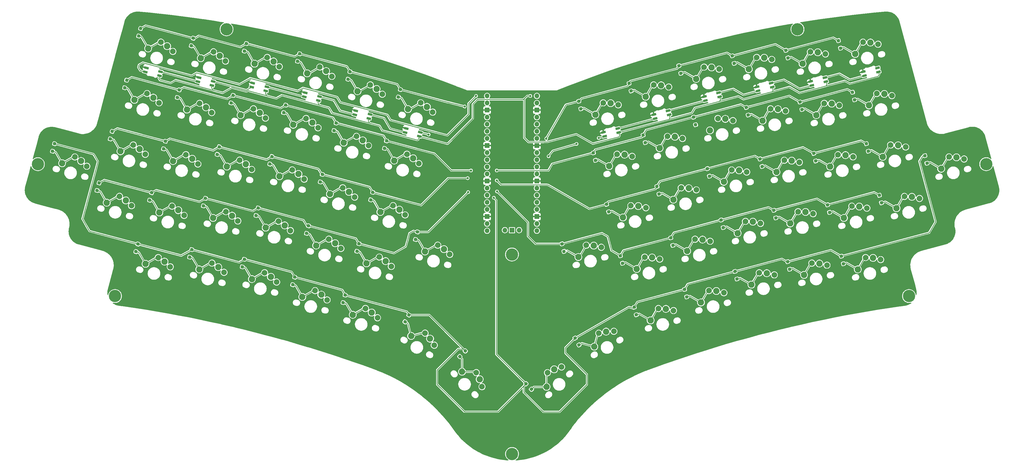
<source format=gbl>
G04 #@! TF.GenerationSoftware,KiCad,Pcbnew,8.0.2*
G04 #@! TF.CreationDate,2024-05-23T23:16:28+01:00*
G04 #@! TF.ProjectId,Phoenixia3,50686f65-6e69-4786-9961-332e6b696361,1*
G04 #@! TF.SameCoordinates,Original*
G04 #@! TF.FileFunction,Copper,L2,Bot*
G04 #@! TF.FilePolarity,Positive*
%FSLAX46Y46*%
G04 Gerber Fmt 4.6, Leading zero omitted, Abs format (unit mm)*
G04 Created by KiCad (PCBNEW 8.0.2) date 2024-05-23 23:16:28*
%MOMM*%
%LPD*%
G01*
G04 APERTURE LIST*
G04 Aperture macros list*
%AMRoundRect*
0 Rectangle with rounded corners*
0 $1 Rounding radius*
0 $2 $3 $4 $5 $6 $7 $8 $9 X,Y pos of 4 corners*
0 Add a 4 corners polygon primitive as box body*
4,1,4,$2,$3,$4,$5,$6,$7,$8,$9,$2,$3,0*
0 Add four circle primitives for the rounded corners*
1,1,$1+$1,$2,$3*
1,1,$1+$1,$4,$5*
1,1,$1+$1,$6,$7*
1,1,$1+$1,$8,$9*
0 Add four rect primitives between the rounded corners*
20,1,$1+$1,$2,$3,$4,$5,0*
20,1,$1+$1,$4,$5,$6,$7,0*
20,1,$1+$1,$6,$7,$8,$9,0*
20,1,$1+$1,$8,$9,$2,$3,0*%
%AMHorizOval*
0 Thick line with rounded ends*
0 $1 width*
0 $2 $3 position (X,Y) of the first rounded end (center of the circle)*
0 $4 $5 position (X,Y) of the second rounded end (center of the circle)*
0 Add line between two ends*
20,1,$1,$2,$3,$4,$5,0*
0 Add two circle primitives to create the rounded ends*
1,1,$1,$2,$3*
1,1,$1,$4,$5*%
G04 Aperture macros list end*
G04 #@! TA.AperFunction,ComponentPad*
%ADD10C,2.250000*%
G04 #@! TD*
G04 #@! TA.AperFunction,ComponentPad*
%ADD11C,2.000000*%
G04 #@! TD*
G04 #@! TA.AperFunction,ComponentPad*
%ADD12HorizOval,2.250000X0.000000X0.000000X0.000000X0.000000X0*%
G04 #@! TD*
G04 #@! TA.AperFunction,ComponentPad*
%ADD13HorizOval,2.250000X0.000000X0.000000X0.000000X0.000000X0*%
G04 #@! TD*
G04 #@! TA.AperFunction,SMDPad,CuDef*
%ADD14RoundRect,0.082000X0.608642X-0.502656X0.778427X0.130992X-0.608642X0.502656X-0.778427X-0.130992X0*%
G04 #@! TD*
G04 #@! TA.AperFunction,SMDPad,CuDef*
%ADD15RoundRect,0.082000X0.778427X-0.130992X0.608642X0.502656X-0.778427X0.130992X-0.608642X-0.502656X0*%
G04 #@! TD*
G04 #@! TA.AperFunction,ComponentPad*
%ADD16C,4.400000*%
G04 #@! TD*
G04 #@! TA.AperFunction,ComponentPad*
%ADD17HorizOval,2.250000X0.000000X0.000000X0.000000X0.000000X0*%
G04 #@! TD*
G04 #@! TA.AperFunction,ComponentPad*
%ADD18HorizOval,2.250000X0.000000X0.000000X0.000000X0.000000X0*%
G04 #@! TD*
G04 #@! TA.AperFunction,ComponentPad*
%ADD19O,1.700000X1.700000*%
G04 #@! TD*
G04 #@! TA.AperFunction,ComponentPad*
%ADD20R,1.700000X1.700000*%
G04 #@! TD*
G04 #@! TA.AperFunction,ComponentPad*
%ADD21HorizOval,2.250000X0.000000X0.000000X0.000000X0.000000X0*%
G04 #@! TD*
G04 #@! TA.AperFunction,ComponentPad*
%ADD22HorizOval,2.250000X0.000000X0.000000X0.000000X0.000000X0*%
G04 #@! TD*
G04 #@! TA.AperFunction,SMDPad,CuDef*
%ADD23RoundRect,0.250000X-0.212132X0.367423X-0.367423X-0.212132X0.212132X-0.367423X0.367423X0.212132X0*%
G04 #@! TD*
G04 #@! TA.AperFunction,SMDPad,CuDef*
%ADD24RoundRect,0.250000X-0.367423X0.212132X-0.212132X-0.367423X0.367423X-0.212132X0.212132X0.367423X0*%
G04 #@! TD*
G04 #@! TA.AperFunction,SMDPad,CuDef*
%ADD25RoundRect,0.250000X-0.409808X0.109808X-0.109808X-0.409808X0.409808X-0.109808X0.109808X0.409808X0*%
G04 #@! TD*
G04 #@! TA.AperFunction,SMDPad,CuDef*
%ADD26RoundRect,0.250000X-0.424264X0.000000X0.000000X-0.424264X0.424264X0.000000X0.000000X0.424264X0*%
G04 #@! TD*
G04 #@! TA.AperFunction,SMDPad,CuDef*
%ADD27RoundRect,0.250000X-0.109808X0.409808X-0.409808X-0.109808X0.109808X-0.409808X0.409808X0.109808X0*%
G04 #@! TD*
G04 #@! TA.AperFunction,SMDPad,CuDef*
%ADD28RoundRect,0.250000X0.000000X0.424264X-0.424264X0.000000X0.000000X-0.424264X0.424264X0.000000X0*%
G04 #@! TD*
G04 #@! TA.AperFunction,ViaPad*
%ADD29C,0.800000*%
G04 #@! TD*
G04 #@! TA.AperFunction,Conductor*
%ADD30C,0.250000*%
G04 #@! TD*
G04 APERTURE END LIST*
D10*
X228116509Y-181319028D03*
D11*
X230823973Y-181918721D03*
D12*
X222640281Y-185415982D03*
D11*
X225450827Y-181184370D03*
D10*
X79758636Y-168649404D03*
D11*
X81803523Y-170522485D03*
D13*
X72967606Y-169459354D03*
D11*
X77517417Y-167199945D03*
D10*
X322982174Y-167336553D03*
D11*
X325689638Y-167936246D03*
D12*
X317505946Y-171433507D03*
D11*
X320316492Y-167201895D03*
D10*
X239126023Y-148770804D03*
D11*
X241833487Y-149370497D03*
D12*
X233649795Y-152867758D03*
D11*
X236460341Y-148636146D03*
D10*
X313121163Y-130534783D03*
D11*
X315828627Y-131134476D03*
D12*
X307644935Y-134631737D03*
D11*
X310455481Y-130400125D03*
D10*
X308722908Y-187723796D03*
D11*
X311430372Y-188323489D03*
D12*
X303246680Y-191820750D03*
D11*
X306057226Y-187589138D03*
D10*
X84689141Y-150248508D03*
D11*
X86734028Y-152121589D03*
D13*
X77898111Y-151058458D03*
D11*
X82447922Y-148799049D03*
D10*
X70830198Y-128367265D03*
D11*
X72875084Y-130240346D03*
D13*
X64039168Y-129177217D03*
D11*
X68588979Y-126917806D03*
D10*
X103897750Y-152213628D03*
D11*
X105942637Y-154086709D03*
D13*
X97106720Y-153023578D03*
D11*
X101656531Y-150764169D03*
D10*
X75770120Y-109955750D03*
D14*
X73000824Y-120503406D03*
D11*
X77815006Y-111828831D03*
D13*
X68979090Y-110765703D03*
D11*
X73528901Y-108506291D03*
D14*
X73389053Y-119054517D03*
X68366239Y-117708657D03*
X67978010Y-119157547D03*
D10*
X326980118Y-108653532D03*
D15*
X329855667Y-119172720D03*
D11*
X329687582Y-109253225D03*
D12*
X321503890Y-112750486D03*
D11*
X324314436Y-108518874D03*
D15*
X329467437Y-117723833D03*
X324444623Y-119069689D03*
X324832851Y-120518577D03*
D10*
X112813232Y-192495069D03*
D11*
X114858119Y-194368150D03*
D13*
X106022202Y-193305019D03*
D11*
X110572013Y-191045610D03*
D10*
X140690104Y-162085255D03*
D11*
X142734991Y-163958336D03*
D13*
X133899074Y-162895205D03*
D11*
X138448885Y-160635796D03*
D10*
X234195523Y-130369927D03*
D15*
X237071072Y-140889115D03*
D11*
X236902987Y-130969620D03*
D12*
X228719295Y-134466881D03*
D11*
X231529841Y-130235269D03*
D15*
X236682842Y-139440228D03*
X231660028Y-140786084D03*
X232048256Y-142234972D03*
D10*
X308187822Y-112147807D03*
D15*
X311063371Y-122666995D03*
D11*
X310895286Y-112747500D03*
D12*
X302711594Y-116244761D03*
D11*
X305522140Y-112013149D03*
D15*
X310675141Y-121218108D03*
X305652327Y-122563964D03*
X306040555Y-124012852D03*
D16*
X57148552Y-199385917D03*
D10*
X331910623Y-127054419D03*
D11*
X334618087Y-127654112D03*
D12*
X326434395Y-131151373D03*
D11*
X329244941Y-126919761D03*
D10*
X135769017Y-180475512D03*
D11*
X137813904Y-182348593D03*
D13*
X128977987Y-181285462D03*
D11*
X133527798Y-179026053D03*
D10*
X187392075Y-229154256D03*
D11*
X188226460Y-231798834D03*
D17*
X181105895Y-226460180D03*
D11*
X186175852Y-226778378D03*
D10*
X271921136Y-197584810D03*
D11*
X274628600Y-198184503D03*
D12*
X266444908Y-201681764D03*
D11*
X269255454Y-197450152D03*
D10*
X357705550Y-149732951D03*
D11*
X360413014Y-150332644D03*
D12*
X352229322Y-153829905D03*
D11*
X355039868Y-149598293D03*
D10*
X158705971Y-168477199D03*
D11*
X160750858Y-170350280D03*
D13*
X151914941Y-169287149D03*
D11*
X156464752Y-167027740D03*
D10*
X257129625Y-142382149D03*
D11*
X259837089Y-142981842D03*
D12*
X251653397Y-146479103D03*
D11*
X254463943Y-142247491D03*
D10*
X266993482Y-179170011D03*
D11*
X269700946Y-179769704D03*
D12*
X261517254Y-183266965D03*
D11*
X264327800Y-179035353D03*
D10*
X244056525Y-167171695D03*
D11*
X246763989Y-167771388D03*
D12*
X238580297Y-171268649D03*
D11*
X241390843Y-167037037D03*
D10*
X145630026Y-143673743D03*
D11*
X147674913Y-145546824D03*
D13*
X138838996Y-144483693D03*
D11*
X143388807Y-142224284D03*
D10*
X174650122Y-182612684D03*
D11*
X176695009Y-184485765D03*
D13*
X167859092Y-183422634D03*
D11*
X172408903Y-181163225D03*
D10*
X163636477Y-150076318D03*
D11*
X165681364Y-151949399D03*
D13*
X156845447Y-150886268D03*
D11*
X161395258Y-148626859D03*
D10*
X284997078Y-172781344D03*
D11*
X287704542Y-173381037D03*
D12*
X279520850Y-176878298D03*
D11*
X282331396Y-172646686D03*
D10*
X289924737Y-191196145D03*
D11*
X292632201Y-191795838D03*
D12*
X284448509Y-195293099D03*
D11*
X287259055Y-191061487D03*
D10*
X169683758Y-214628215D03*
D11*
X171174178Y-216966728D03*
D18*
X162914496Y-213652920D03*
D11*
X167894054Y-212648075D03*
D10*
X248984190Y-185586497D03*
D11*
X251691654Y-186186190D03*
D12*
X243507962Y-189683451D03*
D11*
X246318508Y-185451839D03*
D10*
X148844968Y-205278976D03*
D11*
X150889855Y-207152057D03*
D13*
X142053938Y-206088926D03*
D11*
X146603749Y-203829517D03*
D10*
X275136078Y-135979575D03*
D11*
X277843542Y-136579268D03*
D12*
X269659850Y-140076529D03*
D11*
X272470396Y-135844917D03*
D10*
X108818838Y-133823358D03*
D11*
X110863725Y-135696439D03*
D13*
X102027808Y-134633308D03*
D11*
X106577619Y-132373899D03*
D10*
X150560530Y-125272859D03*
D14*
X147791235Y-135820516D03*
D11*
X152605416Y-127145940D03*
D13*
X143769500Y-126082811D03*
D11*
X148319311Y-123823400D03*
D14*
X148179461Y-134371630D03*
X143156647Y-133025769D03*
X142768420Y-134474656D03*
D10*
X74828135Y-187050283D03*
D11*
X76873022Y-188923364D03*
D13*
X68037105Y-187860233D03*
D11*
X72586916Y-185600824D03*
D10*
X341771631Y-163856197D03*
D11*
X344479095Y-164455890D03*
D12*
X336295403Y-167953151D03*
D11*
X339105949Y-163721539D03*
D16*
X198948552Y-255885917D03*
D10*
X318048822Y-148949576D03*
D11*
X320756286Y-149549269D03*
D12*
X312572594Y-153046530D03*
D11*
X315383140Y-148814918D03*
D10*
X117743733Y-174094190D03*
D11*
X119788620Y-175967271D03*
D13*
X110952703Y-174904140D03*
D11*
X115502514Y-172644731D03*
D10*
X113749334Y-115422477D03*
D14*
X110980039Y-125970134D03*
D11*
X115794220Y-117295558D03*
D13*
X106958304Y-116232429D03*
D11*
X111508115Y-113973018D03*
D14*
X111368265Y-124521248D03*
X106345451Y-123175387D03*
X105957224Y-124624274D03*
D10*
X336841122Y-145455311D03*
D11*
X339548586Y-146055004D03*
D12*
X331364894Y-149552265D03*
D11*
X334175440Y-145320653D03*
D10*
X130829101Y-198887027D03*
D11*
X132873988Y-200760108D03*
D13*
X124038071Y-199696977D03*
D11*
X128587882Y-197437568D03*
D10*
X252201970Y-123967348D03*
D15*
X255077519Y-134486536D03*
D11*
X254909434Y-124567041D03*
D12*
X246725742Y-128064302D03*
D11*
X249536288Y-123832690D03*
D15*
X254689289Y-133037649D03*
X249666475Y-134383505D03*
X250054703Y-135832393D03*
D10*
X327912684Y-185737441D03*
D11*
X330620148Y-186337134D03*
D12*
X322436456Y-189834395D03*
D11*
X325247002Y-185602783D03*
D16*
X96973552Y-103910917D03*
D10*
X127614166Y-137281792D03*
D11*
X129659053Y-139154873D03*
D13*
X120823136Y-138091742D03*
D11*
X125372947Y-135832333D03*
D19*
X190036779Y-127763219D03*
X190036780Y-130303218D03*
D20*
X190036781Y-132843219D03*
D19*
X190036778Y-135383218D03*
X190036779Y-137923217D03*
X190036779Y-140463220D03*
X190036778Y-143003219D03*
D20*
X190036778Y-145543221D03*
D19*
X190036779Y-148083219D03*
X190036780Y-150623219D03*
X190036780Y-153163219D03*
X190036779Y-155703219D03*
D20*
X190036780Y-158243218D03*
D19*
X190036779Y-160783220D03*
X190036780Y-163323220D03*
X190036778Y-165863219D03*
X190036779Y-168403219D03*
D20*
X190036779Y-170943218D03*
D19*
X190036780Y-173483219D03*
X190036779Y-176023219D03*
X207816779Y-176023219D03*
X207816778Y-173483220D03*
D20*
X207816777Y-170943219D03*
D19*
X207816780Y-168403220D03*
X207816779Y-165863221D03*
X207816779Y-163323218D03*
X207816780Y-160783219D03*
D20*
X207816780Y-158243217D03*
D19*
X207816779Y-155703219D03*
X207816778Y-153163219D03*
X207816778Y-150623219D03*
X207816779Y-148083219D03*
D20*
X207816778Y-145543220D03*
D19*
X207816779Y-143003218D03*
X207816778Y-140463218D03*
X207816780Y-137923219D03*
X207816779Y-135383219D03*
D20*
X207816779Y-132843220D03*
D19*
X207816778Y-130303219D03*
X207816779Y-127763219D03*
X196386777Y-175793220D03*
D20*
X198926779Y-175793219D03*
D19*
X201466777Y-175793220D03*
D10*
X289003749Y-114106346D03*
D15*
X291879298Y-124625534D03*
D11*
X291711213Y-114706039D03*
D12*
X283527521Y-118203300D03*
D11*
X286338067Y-113971688D03*
D15*
X291491068Y-123176647D03*
X286468254Y-124522503D03*
X286856482Y-125971391D03*
D10*
X94027325Y-189026024D03*
D11*
X96072212Y-190899105D03*
D13*
X87236295Y-189835974D03*
D11*
X91786106Y-187576565D03*
D16*
X29571572Y-152189104D03*
D10*
X298861904Y-150922030D03*
D11*
X301569368Y-151521723D03*
D12*
X293385676Y-155018984D03*
D11*
X296196222Y-150787372D03*
D10*
X122674244Y-155693302D03*
D11*
X124719131Y-157566383D03*
D13*
X115883214Y-156503252D03*
D11*
X120433025Y-154243843D03*
D10*
X45029491Y-151053258D03*
D11*
X47074378Y-152926339D03*
D13*
X38238461Y-151863208D03*
D11*
X42788272Y-149603799D03*
D10*
X65899695Y-146768152D03*
D11*
X67944582Y-148641233D03*
D13*
X59108665Y-147578102D03*
D11*
X63658476Y-145318693D03*
D10*
X60978613Y-165158413D03*
D11*
X63023500Y-167031494D03*
D13*
X54187583Y-165968363D03*
D11*
X58737394Y-163708954D03*
D10*
X253917535Y-203973468D03*
D11*
X256624999Y-204573161D03*
D12*
X248441307Y-208070422D03*
D11*
X251251853Y-203838810D03*
D10*
X98957822Y-170625136D03*
D11*
X101002709Y-172498217D03*
D13*
X92166792Y-171435086D03*
D11*
X96716603Y-169175677D03*
D10*
X153775475Y-186878088D03*
D11*
X155820362Y-188751169D03*
D13*
X146984445Y-187688038D03*
D11*
X151534256Y-185428629D03*
D10*
X303795250Y-169309009D03*
D11*
X306502714Y-169908702D03*
D12*
X298319022Y-173405963D03*
D11*
X301129568Y-169174351D03*
D10*
X262060135Y-160783036D03*
D11*
X264767599Y-161382729D03*
D12*
X256583907Y-164879990D03*
D11*
X259394453Y-160648378D03*
D10*
X293934251Y-132507239D03*
D11*
X296641715Y-133106932D03*
D12*
X288458023Y-136604193D03*
D11*
X291268569Y-132372581D03*
D10*
X89619648Y-131847624D03*
D11*
X91664535Y-133720705D03*
D13*
X82828618Y-132657574D03*
D11*
X87378429Y-130398165D03*
D16*
X198923552Y-184510917D03*
D10*
X168566979Y-131675428D03*
D14*
X165797684Y-142223085D03*
D11*
X170611865Y-133548509D03*
D13*
X161775949Y-132485380D03*
D11*
X166325760Y-130225969D03*
D14*
X166185910Y-140774199D03*
X161163096Y-139428338D03*
X160774869Y-140877225D03*
D10*
X94559570Y-113436115D03*
D14*
X91790275Y-123983772D03*
D11*
X96604456Y-115309196D03*
D13*
X87768540Y-114246067D03*
D11*
X92318351Y-111986656D03*
D14*
X92178501Y-122534886D03*
X87155687Y-121189025D03*
X86767460Y-122637912D03*
D10*
X270205567Y-117578687D03*
D15*
X273081116Y-128097875D03*
D11*
X272913031Y-118178380D03*
D12*
X264729339Y-121675641D03*
D11*
X267539885Y-117444029D03*
D15*
X272692886Y-126648988D03*
X267670072Y-127994844D03*
X268058300Y-129443732D03*
D10*
X213981201Y-225591675D03*
D11*
X216625779Y-224757290D03*
D21*
X211287125Y-231877855D03*
D11*
X211605323Y-226807898D03*
D10*
X280063730Y-154394373D03*
D11*
X282771194Y-154994066D03*
D12*
X274587502Y-158491327D03*
D11*
X277398048Y-154259715D03*
D10*
X232556336Y-212102761D03*
D11*
X235326758Y-211981277D03*
D22*
X228327076Y-217477467D03*
D11*
X229946633Y-212662621D03*
D10*
X132544670Y-118880905D03*
D14*
X129775375Y-129428562D03*
D11*
X134589556Y-120753986D03*
D13*
X125753640Y-119690857D03*
D11*
X130303451Y-117431446D03*
D14*
X130163601Y-127979676D03*
X125140787Y-126633815D03*
X124752560Y-128082702D03*
D23*
X75171507Y-144004050D03*
X74446813Y-146708650D03*
D24*
X237654072Y-184942353D03*
X238378768Y-187646947D03*
D23*
X80102012Y-125603173D03*
X79377318Y-128307773D03*
D16*
X368318758Y-152176802D03*
D25*
X221451390Y-214438410D03*
X222851396Y-216863284D03*
D23*
X85083838Y-107107325D03*
X84359144Y-109811925D03*
D16*
X300916778Y-103898615D03*
D24*
X278575383Y-190566400D03*
X279300079Y-193270994D03*
X287509707Y-150306186D03*
X288234403Y-153010780D03*
D23*
X126241973Y-174241690D03*
X125517279Y-176946290D03*
D24*
X216778634Y-180694391D03*
X217503330Y-183398985D03*
X263781026Y-135377643D03*
X264505722Y-138082237D03*
D26*
X203911439Y-230760897D03*
X205891343Y-232740791D03*
D24*
X306696624Y-148333737D03*
X307421320Y-151038331D03*
D23*
X139324129Y-199021967D03*
X138599435Y-201726567D03*
X113156604Y-149448845D03*
X112431910Y-152153445D03*
D24*
X222799131Y-129669531D03*
X223523827Y-132374125D03*
X296745722Y-111445482D03*
X297470418Y-114150076D03*
X277558797Y-113417925D03*
X278283493Y-116122519D03*
X297368427Y-187080005D03*
X298093123Y-189784599D03*
X311627126Y-166734626D03*
X312351822Y-169439220D03*
D23*
X154109422Y-143842484D03*
X153384728Y-146547084D03*
X159057603Y-125472215D03*
X158332909Y-128176815D03*
D24*
X232723570Y-166541471D03*
X233448266Y-169246065D03*
X315535172Y-107965116D03*
X316259868Y-110669710D03*
D23*
X65326137Y-180772025D03*
X64601443Y-183476625D03*
D24*
X258515278Y-116956009D03*
X259239974Y-119660603D03*
X260586191Y-196971301D03*
X261310887Y-199675895D03*
D27*
X162115418Y-206160732D03*
X160715414Y-208585608D03*
D28*
X182259252Y-219027636D03*
X180279358Y-221007540D03*
D23*
X66294383Y-103626970D03*
X65569689Y-106331570D03*
D24*
X228016328Y-148103143D03*
X228741024Y-150807737D03*
D23*
X89409838Y-164397386D03*
X88685144Y-167101986D03*
D24*
X320555574Y-126452492D03*
X321280270Y-129157086D03*
D23*
X51436904Y-158907198D03*
X50712210Y-161611798D03*
X99301198Y-127578905D03*
X98576504Y-130283505D03*
X144248415Y-180644262D03*
X143523721Y-183348862D03*
D24*
X242601563Y-203371015D03*
X243326259Y-206075609D03*
D23*
X108226094Y-167849729D03*
X107501400Y-170554329D03*
D24*
X330171230Y-163320006D03*
X330895926Y-166024600D03*
X325486074Y-144853382D03*
X326210770Y-147557976D03*
X301766121Y-129932853D03*
X302490817Y-132637447D03*
D23*
X136102898Y-137464732D03*
X135378204Y-140169332D03*
D24*
X240757023Y-123278935D03*
X241481719Y-125983529D03*
X250707928Y-160167195D03*
X251432624Y-162871789D03*
D23*
X103311234Y-186216812D03*
X102586540Y-188921412D03*
X149178921Y-162243369D03*
X148454227Y-164947969D03*
D24*
X292440209Y-168707076D03*
X293164905Y-171411670D03*
X346423187Y-149145341D03*
X347147883Y-151849935D03*
X273642036Y-172179417D03*
X274366732Y-174884011D03*
D23*
X131172474Y-155840800D03*
X130447780Y-158545400D03*
X35530153Y-144861641D03*
X34805459Y-147566241D03*
X118087104Y-131047960D03*
X117362410Y-133752560D03*
D16*
X340741778Y-199373615D03*
D24*
X316560472Y-185121605D03*
X317285168Y-187826199D03*
D23*
X141051153Y-119069640D03*
X140326459Y-121774240D03*
X165174057Y-176442024D03*
X164449363Y-179146624D03*
D24*
X245777425Y-141766303D03*
X246502121Y-144470897D03*
X255660516Y-178539786D03*
X256385212Y-181244380D03*
X282579200Y-131905300D03*
X283303896Y-134609894D03*
D23*
X84515903Y-182758377D03*
X83791209Y-185462977D03*
X121317678Y-192619384D03*
X120592984Y-195323984D03*
D24*
X268711528Y-153778529D03*
X269436224Y-156483123D03*
D23*
X70226019Y-162388811D03*
X69501325Y-165093411D03*
X123035288Y-112677690D03*
X122310594Y-115382290D03*
X61312560Y-122122814D03*
X60587866Y-124827414D03*
X56136718Y-140457956D03*
X55412024Y-143162556D03*
X94370697Y-145979797D03*
X93646003Y-148684397D03*
X104037683Y-109017326D03*
X103312989Y-111721926D03*
D29*
X321988546Y-119652971D03*
X229588546Y-141202972D03*
X283988545Y-125152972D03*
X66813545Y-117277972D03*
X158863546Y-138852971D03*
X122363545Y-206777972D03*
X243579874Y-138378565D03*
X352613545Y-168202971D03*
X134838546Y-131527972D03*
X123163546Y-126652972D03*
X137188545Y-151452973D03*
X312038546Y-179777971D03*
X81038545Y-140327971D03*
X152738546Y-137752971D03*
X303188545Y-123102972D03*
X186163546Y-145552971D03*
X205063545Y-158252971D03*
X314888547Y-121577972D03*
X271438545Y-148252971D03*
X59888546Y-183652971D03*
X249488545Y-176102971D03*
X77038545Y-157877973D03*
X247313546Y-134952972D03*
X141088546Y-132502973D03*
X103913546Y-123852971D03*
X114438546Y-126752973D03*
X150138545Y-177252972D03*
X76588547Y-121427972D03*
X295613546Y-123602972D03*
X329163545Y-138677972D03*
X277038545Y-126977972D03*
X95163546Y-124827972D03*
X260763545Y-132802972D03*
X85338546Y-121227972D03*
X265263546Y-128602972D03*
X182056015Y-131550546D03*
X211170268Y-143024349D03*
X193481016Y-154450545D03*
X184281016Y-154450545D03*
X183101046Y-157190471D03*
X193488546Y-158002971D03*
X192438545Y-164202972D03*
X183263546Y-162202971D03*
X193588546Y-161952971D03*
X205481015Y-127775545D03*
X186093343Y-127763218D03*
X221984741Y-144940654D03*
X169171841Y-141578367D03*
X229905333Y-142818337D03*
X212006015Y-149350546D03*
D30*
X104544710Y-112051960D02*
X106958311Y-116232430D01*
X111073449Y-113856552D02*
X111508114Y-113973016D01*
X103312992Y-111721922D02*
X104544710Y-112051960D01*
X106958311Y-116232430D02*
X111073449Y-113856552D01*
X125753639Y-119690858D02*
X123440952Y-115685168D01*
X123440952Y-115685168D02*
X122310593Y-115382288D01*
X126188308Y-119807329D02*
X125753639Y-119690858D01*
X130303449Y-117431447D02*
X126188308Y-119807329D01*
X141456809Y-122077116D02*
X143769497Y-126082812D01*
X148319307Y-123823398D02*
X144204166Y-126199281D01*
X140326462Y-121774240D02*
X141456809Y-122077116D01*
X144204166Y-126199281D02*
X143769497Y-126082812D01*
X162210615Y-132601847D02*
X161775947Y-132485380D01*
X166325760Y-130225971D02*
X162210615Y-132601847D01*
X158332910Y-128176811D02*
X159463265Y-128479688D01*
X159463265Y-128479688D02*
X161775947Y-132485380D01*
X231095172Y-130351734D02*
X231529842Y-130235267D01*
X223523827Y-132374126D02*
X224596643Y-132086664D01*
X228719294Y-134466881D02*
X231095172Y-130351734D01*
X224596643Y-132086664D02*
X228719294Y-134466881D01*
X241481721Y-125983529D02*
X242601870Y-125683385D01*
X246725742Y-128064300D02*
X249101622Y-123949158D01*
X242601870Y-125683385D02*
X246725742Y-128064300D01*
X249101622Y-123949158D02*
X249536291Y-123832690D01*
X259239977Y-119660601D02*
X260605465Y-119294721D01*
X260605465Y-119294721D02*
X264729340Y-121675641D01*
X267105220Y-117560498D02*
X267539886Y-117444029D01*
X264729340Y-121675641D02*
X267105220Y-117560498D01*
X283527519Y-118203300D02*
X285903394Y-114088157D01*
X278283496Y-116122518D02*
X279403636Y-115822378D01*
X279403636Y-115822378D02*
X283527519Y-118203300D01*
X285903394Y-114088157D02*
X286338063Y-113971686D01*
X305087475Y-112129614D02*
X305522140Y-112013146D01*
X302711597Y-116244760D02*
X305087475Y-112129614D01*
X298572170Y-113854860D02*
X302711597Y-116244760D01*
X297470417Y-114150076D02*
X298572170Y-113854860D01*
X323879766Y-108635342D02*
X324314434Y-108518875D01*
X316259868Y-110669710D02*
X317380015Y-110369565D01*
X317380015Y-110369565D02*
X321503888Y-112750489D01*
X321503888Y-112750489D02*
X323879766Y-108635342D01*
X61699831Y-125125359D02*
X64039172Y-129177216D01*
X68154316Y-126801335D02*
X68588980Y-126917805D01*
X60587869Y-124827407D02*
X61699831Y-125125359D01*
X64039172Y-129177216D02*
X68154316Y-126801335D01*
X86943761Y-130281694D02*
X87378427Y-130398162D01*
X80489274Y-128605714D02*
X82828617Y-132657575D01*
X79377316Y-128307768D02*
X80489274Y-128605714D01*
X82828617Y-132657575D02*
X86943761Y-130281694D01*
X99688464Y-130581449D02*
X102027807Y-134633311D01*
X98576509Y-130283501D02*
X99688464Y-130581449D01*
X102027807Y-134633311D02*
X106142954Y-132257430D01*
X106142954Y-132257430D02*
X106577619Y-132373901D01*
X120823133Y-138091747D02*
X124938277Y-135715864D01*
X117362411Y-133752557D02*
X118492771Y-134055435D01*
X118492771Y-134055435D02*
X120823133Y-138091747D01*
X124938277Y-135715864D02*
X125372945Y-135832335D01*
X135378202Y-140169332D02*
X136525604Y-140476777D01*
X142954139Y-142107814D02*
X143388806Y-142224284D01*
X136525604Y-140476777D02*
X138839000Y-144483698D01*
X138839000Y-144483698D02*
X142954139Y-142107814D01*
X156845448Y-150886271D02*
X160960591Y-148510388D01*
X160960591Y-148510388D02*
X161395255Y-148626860D01*
X154515081Y-146849961D02*
X156845448Y-150886271D01*
X153384730Y-146547083D02*
X154515081Y-146849961D01*
X233649793Y-152867758D02*
X236025677Y-148752614D01*
X236025677Y-148752614D02*
X236460342Y-148636147D01*
X228741028Y-150807735D02*
X229656743Y-150562368D01*
X229656743Y-150562368D02*
X233649793Y-152867758D01*
X247644780Y-144164724D02*
X251653398Y-146479101D01*
X251653398Y-146479101D02*
X254029278Y-142363955D01*
X246502120Y-144470898D02*
X247644780Y-144164724D01*
X254029278Y-142363955D02*
X254463945Y-142247489D01*
X290833901Y-132489046D02*
X291268568Y-132372578D01*
X283303894Y-134609896D02*
X284464951Y-134298789D01*
X284464951Y-134298789D02*
X288458022Y-136604192D01*
X288458022Y-136604192D02*
X290833901Y-132489046D01*
X310020811Y-130516593D02*
X310455480Y-130400125D01*
X307644933Y-134631738D02*
X310020811Y-130516593D01*
X302490819Y-132637449D02*
X303651875Y-132326342D01*
X303651875Y-132326342D02*
X307644933Y-134631738D01*
X322441334Y-128845981D02*
X326434394Y-131151372D01*
X321280270Y-129157087D02*
X322441334Y-128845981D01*
X328810272Y-127036228D02*
X329244943Y-126919760D01*
X326434394Y-131151372D02*
X328810272Y-127036228D01*
X63223812Y-145202222D02*
X63658478Y-145318690D01*
X59108667Y-147578101D02*
X63223812Y-145202222D01*
X56769322Y-143526243D02*
X59108667Y-147578101D01*
X55412020Y-143162557D02*
X56769322Y-143526243D01*
X75558768Y-147006596D02*
X77898112Y-151058460D01*
X82013253Y-148682582D02*
X82447921Y-148799048D01*
X74446815Y-146708651D02*
X75558768Y-147006596D01*
X77898112Y-151058460D02*
X82013253Y-148682582D01*
X101221866Y-150647701D02*
X101656531Y-150764169D01*
X97106720Y-153023581D02*
X101221866Y-150647701D01*
X93646003Y-148684392D02*
X94776357Y-148987269D01*
X94776357Y-148987269D02*
X97106720Y-153023581D01*
X112431910Y-152153444D02*
X113543867Y-152451394D01*
X113543867Y-152451394D02*
X115883209Y-156503253D01*
X119998355Y-154127375D02*
X120433023Y-154243840D01*
X115883209Y-156503253D02*
X119998355Y-154127375D01*
X130447780Y-158545397D02*
X131559735Y-158843347D01*
X131559735Y-158843347D02*
X133899078Y-162895207D01*
X133899078Y-162895207D02*
X138014223Y-160519327D01*
X138014223Y-160519327D02*
X138448885Y-160635795D01*
X151914940Y-169287156D02*
X156030085Y-166911273D01*
X148454228Y-164947965D02*
X149584576Y-165250843D01*
X156030085Y-166911273D02*
X156464753Y-167027741D01*
X149584576Y-165250843D02*
X151914940Y-169287156D01*
X240956176Y-167153505D02*
X241390846Y-167037036D01*
X234560765Y-168947970D02*
X238580300Y-171268648D01*
X233448267Y-169246063D02*
X234560765Y-168947970D01*
X238580300Y-171268648D02*
X240956176Y-167153505D01*
X256583901Y-164879989D02*
X258959784Y-160764844D01*
X252575287Y-162565611D02*
X256583901Y-164879989D01*
X251432630Y-162871788D02*
X252575287Y-162565611D01*
X258959784Y-160764844D02*
X259394447Y-160648377D01*
X276963381Y-154376181D02*
X277398049Y-154259715D01*
X269436225Y-156483127D02*
X270578886Y-156176949D01*
X274587500Y-158491328D02*
X276963381Y-154376181D01*
X270578886Y-156176949D02*
X274587500Y-158491328D01*
X295761558Y-150903837D02*
X296196226Y-150787370D01*
X289377062Y-152704605D02*
X293385680Y-155018980D01*
X293385680Y-155018980D02*
X295761558Y-150903837D01*
X288234402Y-153010777D02*
X289377062Y-152704605D01*
X314948473Y-148931387D02*
X315383144Y-148814915D01*
X307421323Y-151038328D02*
X308563977Y-150732154D01*
X312572595Y-153046530D02*
X314948473Y-148931387D01*
X308563977Y-150732154D02*
X312572595Y-153046530D01*
X331364896Y-149552265D02*
X333740775Y-145437119D01*
X327371834Y-147246873D02*
X331364896Y-149552265D01*
X326210770Y-147557976D02*
X327371834Y-147246873D01*
X333740775Y-145437119D02*
X334175442Y-145320653D01*
X218625799Y-183098218D02*
X222640279Y-185415982D01*
X348276236Y-151547595D02*
X352229319Y-153829908D01*
X354605201Y-149714762D02*
X355039866Y-149598294D01*
X225450827Y-181184368D02*
X223074948Y-185299515D01*
X352229319Y-153829908D02*
X354605201Y-149714762D01*
X347147883Y-151849937D02*
X348276236Y-151547595D01*
X223074948Y-185299515D02*
X222640279Y-185415982D01*
X51848028Y-161916137D02*
X54187583Y-165968363D01*
X58302726Y-163592483D02*
X58737392Y-163708952D01*
X54187583Y-165968363D02*
X58302726Y-163592483D01*
X50712213Y-161611799D02*
X51848028Y-161916137D01*
X69501327Y-165093409D02*
X70619989Y-165393156D01*
X70619989Y-165393156D02*
X72967608Y-169459351D01*
X77082752Y-167083467D02*
X77517420Y-167199938D01*
X72967608Y-169459351D02*
X77082752Y-167083467D01*
X89844419Y-167412616D02*
X92166795Y-171435091D01*
X92166795Y-171435091D02*
X96281937Y-169059211D01*
X96281937Y-169059211D02*
X96716603Y-169175677D01*
X88685141Y-167101989D02*
X89844419Y-167412616D01*
X107501406Y-170554330D02*
X108613361Y-170852279D01*
X108613361Y-170852279D02*
X110952702Y-174904139D01*
X110952702Y-174904139D02*
X115067848Y-172528256D01*
X115067848Y-172528256D02*
X115502516Y-172644729D01*
X133093132Y-178909587D02*
X133527798Y-179026057D01*
X128977990Y-181285470D02*
X133093132Y-178909587D01*
X126647629Y-177249161D02*
X128977990Y-181285470D01*
X125517276Y-176946285D02*
X126647629Y-177249161D01*
X151099590Y-185312158D02*
X151534258Y-185428625D01*
X144654089Y-183651739D02*
X146984443Y-187688037D01*
X143523724Y-183348861D02*
X144654089Y-183651739D01*
X146984443Y-187688037D02*
X151099590Y-185312158D01*
X243507959Y-189683451D02*
X245883841Y-185568307D01*
X239472864Y-187353789D02*
X243507959Y-189683451D01*
X238378765Y-187646950D02*
X239472864Y-187353789D01*
X245883841Y-185568307D02*
X246318506Y-185451839D01*
X263893132Y-179151821D02*
X264327800Y-179035351D01*
X256385214Y-181244380D02*
X257497715Y-180946286D01*
X257497715Y-180946286D02*
X261517255Y-183266966D01*
X261517255Y-183266966D02*
X263893132Y-179151821D01*
X281896727Y-172763154D02*
X282331395Y-172646683D01*
X274366729Y-174884009D02*
X275527790Y-174572907D01*
X279520852Y-176878299D02*
X281896727Y-172763154D01*
X275527790Y-174572907D02*
X279520852Y-176878299D01*
X293164905Y-171411669D02*
X294325961Y-171100563D01*
X294325961Y-171100563D02*
X298319023Y-173405960D01*
X300694902Y-169290815D02*
X301129571Y-169174347D01*
X298319023Y-173405960D02*
X300694902Y-169290815D01*
X313512893Y-169128112D02*
X317505946Y-171433507D01*
X312351821Y-169439224D02*
X313512893Y-169128112D01*
X317505946Y-171433507D02*
X319881827Y-167318361D01*
X319881827Y-167318361D02*
X320316493Y-167201891D01*
X338671279Y-163838005D02*
X339105952Y-163721540D01*
X330895926Y-166024594D02*
X332302333Y-165647752D01*
X332302333Y-165647752D02*
X336295399Y-167953151D01*
X336295399Y-167953151D02*
X338671279Y-163838005D01*
X42353601Y-149487331D02*
X42788273Y-149603800D01*
X171974235Y-181046758D02*
X172408902Y-181163228D01*
X165562543Y-179444895D02*
X167859093Y-183422639D01*
X34805461Y-147566236D02*
X35931853Y-147868050D01*
X164449364Y-179146625D02*
X165562543Y-179444895D01*
X35931853Y-147868050D02*
X38238461Y-151863212D01*
X167859093Y-183422639D02*
X171974235Y-181046758D01*
X38238461Y-151863212D02*
X42353601Y-149487331D01*
X68037106Y-187860236D02*
X72152254Y-185484355D01*
X64601444Y-183476619D02*
X65671815Y-183763424D01*
X72152254Y-185484355D02*
X72586917Y-185600823D01*
X65671815Y-183763424D02*
X68037106Y-187860236D01*
X84879976Y-185754711D02*
X87236296Y-189835976D01*
X87236296Y-189835976D02*
X91351440Y-187460092D01*
X83791209Y-185462977D02*
X84879976Y-185754711D01*
X91351440Y-187460092D02*
X91786105Y-187576565D01*
X102586538Y-188921408D02*
X103656912Y-189208216D01*
X110137348Y-190929142D02*
X110572016Y-191045610D01*
X106022202Y-193305022D02*
X110137348Y-190929142D01*
X103656912Y-189208216D02*
X106022202Y-193305022D01*
X121681758Y-195615725D02*
X124038074Y-199696984D01*
X128153218Y-197321103D02*
X128587883Y-197437569D01*
X120592985Y-195323984D02*
X121681758Y-195615725D01*
X124038074Y-199696984D02*
X128153218Y-197321103D01*
X138599435Y-201726566D02*
X139706607Y-202023233D01*
X146169081Y-203713046D02*
X146603749Y-203829517D01*
X142053941Y-206088925D02*
X146169081Y-203713046D01*
X139706607Y-202023233D02*
X142053941Y-206088925D01*
X181105893Y-221834071D02*
X181105894Y-226460180D01*
X180279356Y-221007538D02*
X181105893Y-221834071D01*
X167504339Y-212423073D02*
X167894056Y-212648074D01*
X162914494Y-213652917D02*
X167504339Y-212423073D01*
X185857653Y-226460175D02*
X186175855Y-226778377D01*
X161710683Y-209160229D02*
X162914494Y-213652917D01*
X181105894Y-226460180D02*
X185857653Y-226460175D01*
X160715417Y-208585612D02*
X161710683Y-209160229D01*
X228327077Y-217477468D02*
X229556923Y-212887622D01*
X229556923Y-212887622D02*
X229946635Y-212662622D01*
X223860528Y-216280660D02*
X222851396Y-216863281D01*
X228327077Y-217477468D02*
X223860528Y-216280660D01*
X250817183Y-203955279D02*
X251251852Y-203838810D01*
X248441303Y-208070421D02*
X250817183Y-203955279D01*
X248441303Y-208070421D02*
X244460011Y-205771822D01*
X244460011Y-205771822D02*
X243326262Y-206075607D01*
X266444910Y-201681763D02*
X262444525Y-199372142D01*
X266444910Y-201681763D02*
X268820787Y-197566619D01*
X262444525Y-199372142D02*
X261310888Y-199675898D01*
X268820787Y-197566619D02*
X269255455Y-197450148D01*
X279300078Y-193270996D02*
X280424349Y-192969746D01*
X284448514Y-195293098D02*
X286824391Y-191177956D01*
X286824391Y-191177956D02*
X287259060Y-191061486D01*
X280424349Y-192969746D02*
X284448514Y-195293098D01*
X299204273Y-189486862D02*
X303246683Y-191820753D01*
X298093121Y-189784594D02*
X299204273Y-189486862D01*
X303246683Y-191820753D02*
X305622563Y-187705607D01*
X305622563Y-187705607D02*
X306057230Y-187589139D01*
X324812331Y-185719248D02*
X325246999Y-185602781D01*
X322436454Y-189834395D02*
X324812331Y-185719248D01*
X317285169Y-187826199D02*
X318427838Y-187520021D01*
X318427838Y-187520021D02*
X322436454Y-189834395D01*
X65569693Y-106331570D02*
X66574482Y-106600804D01*
X73094229Y-108389822D02*
X73528903Y-108506293D01*
X66574482Y-106600804D02*
X68979087Y-110765700D01*
X68979087Y-110765700D02*
X73094229Y-108389822D01*
X85363929Y-110081157D02*
X87768543Y-114246068D01*
X87768543Y-114246068D02*
X91883687Y-111870188D01*
X84359146Y-109811924D02*
X85363929Y-110081157D01*
X91883687Y-111870188D02*
X92318352Y-111986654D01*
X104037683Y-109017326D02*
X121343547Y-113654418D01*
X85061419Y-107120271D02*
X85083840Y-107107327D01*
X240189204Y-124262421D02*
X223678804Y-128686369D01*
X68110682Y-102578334D02*
X85061419Y-107120271D01*
X182056015Y-131550546D02*
X176198805Y-130065175D01*
X313696470Y-106903542D02*
X315535170Y-107965116D01*
X240757021Y-123278935D02*
X240189204Y-124262421D01*
X121343547Y-113654418D02*
X123035287Y-112677693D01*
X139982504Y-117218686D02*
X123035287Y-112677693D01*
X157979972Y-123605705D02*
X141051155Y-119069640D01*
X222799129Y-129669535D02*
X221906528Y-129908704D01*
X159057601Y-125472217D02*
X157979972Y-123605705D01*
X176186648Y-130061928D02*
X159057605Y-125472215D01*
X176198805Y-130065175D02*
X176191091Y-130069627D01*
X87076717Y-106262642D02*
X101920095Y-110239917D01*
X223678804Y-128686369D02*
X223168283Y-129570621D01*
X85445728Y-107204293D02*
X87076717Y-106262642D01*
X141051155Y-119069640D02*
X139982504Y-117218686D01*
X85083840Y-107107327D02*
X85445728Y-107204293D01*
X277558795Y-113417926D02*
X275707842Y-112349275D01*
X258515280Y-116956010D02*
X257957150Y-117922718D01*
X296745719Y-111445481D02*
X292997138Y-109281234D01*
X211166013Y-143008459D02*
X211170268Y-143024349D01*
X211170268Y-143024349D02*
X211154381Y-143028606D01*
X275707842Y-112349275D02*
X258515280Y-116956010D01*
X66294383Y-103626974D02*
X68110682Y-102578334D01*
X176191091Y-130069627D02*
X176186648Y-130061928D01*
X241267544Y-122394685D02*
X240757021Y-123278935D01*
X221906528Y-129908704D02*
X219848303Y-130460205D01*
X292997138Y-109281234D02*
X277558795Y-113417926D01*
X211154381Y-143028606D02*
X211164705Y-143010722D01*
X218147659Y-130915892D02*
X211166013Y-143008459D01*
X101920095Y-110239917D02*
X104037683Y-109017326D01*
X296745719Y-111445481D02*
X313696470Y-106903542D01*
X257957150Y-117922718D02*
X241267544Y-122394685D01*
X223168283Y-129570621D02*
X222799129Y-129669535D01*
X219848303Y-130460205D02*
X218147659Y-130915892D01*
X154109421Y-143842487D02*
X153048760Y-142005368D01*
X184281016Y-154450545D02*
X177266763Y-154450547D01*
X116236147Y-132116612D02*
X118087103Y-131047962D01*
X213319935Y-152041030D02*
X211980265Y-154361405D01*
X154109422Y-143842487D02*
X164974753Y-146753845D01*
X320555571Y-126452491D02*
X318716866Y-125390917D01*
X280728239Y-130836651D02*
X264477514Y-135191018D01*
X211980265Y-154361405D02*
X211891124Y-154450546D01*
X228016330Y-148103145D02*
X213319935Y-152041030D01*
X246840767Y-139924546D02*
X245777424Y-141766306D01*
X177266763Y-154450547D02*
X171278591Y-148462375D01*
X61312557Y-122122813D02*
X63134986Y-121070639D01*
X245777424Y-141766306D02*
X245355842Y-142496507D01*
X171260913Y-148431755D02*
X171260912Y-148431758D01*
X99301199Y-127578903D02*
X116236147Y-132116612D01*
X81739128Y-124657983D02*
X97189740Y-128797958D01*
X165392914Y-146859433D02*
X171260913Y-148431755D01*
X228672381Y-146966827D02*
X228016327Y-148103142D01*
X264477514Y-135191018D02*
X263781026Y-135377641D01*
X298017542Y-127768609D02*
X282579199Y-131905304D01*
X97189740Y-128797958D02*
X99301199Y-127578903D01*
X164982395Y-146749431D02*
X165392914Y-146859433D01*
X171278591Y-148462375D02*
X171260913Y-148431755D01*
X153048760Y-142005368D02*
X136102899Y-137464734D01*
X301766120Y-129932854D02*
X298017542Y-127768609D01*
X318716866Y-125390917D02*
X301766120Y-129932854D01*
X80085724Y-125612575D02*
X80102013Y-125603165D01*
X245355842Y-142496507D02*
X228672381Y-146966827D01*
X135017276Y-135584385D02*
X118087103Y-131047962D01*
X211891124Y-154450546D02*
X193481016Y-154450545D01*
X63134986Y-121070639D02*
X80085724Y-125612575D01*
X80102013Y-125603165D02*
X81739128Y-124657983D01*
X282579199Y-131905304D02*
X280728239Y-130836651D01*
X136102899Y-137464734D02*
X135017276Y-135584385D01*
X164974753Y-146753845D02*
X164982395Y-146749431D01*
X264472206Y-135200213D02*
X246840767Y-139924546D01*
X264477514Y-135191018D02*
X264472206Y-135200213D01*
X176150944Y-157190472D02*
X166486412Y-166855004D01*
X161263941Y-165481539D02*
X158340455Y-164698193D01*
X130881727Y-155762895D02*
X129813073Y-153911933D01*
X56136715Y-140457960D02*
X57959135Y-139405784D01*
X161407268Y-165519944D02*
X161263941Y-165481539D01*
X302948048Y-146169495D02*
X306696621Y-148333736D01*
X193488546Y-158002971D02*
X195011120Y-159525546D01*
X129813073Y-153911933D02*
X113156604Y-149448846D01*
X92197996Y-147234203D02*
X94370696Y-145979793D01*
X325486075Y-144853383D02*
X325273824Y-144910258D01*
X149178921Y-162243374D02*
X148101292Y-160376866D01*
X325486075Y-144853383D02*
X325486075Y-144853383D01*
X250180280Y-161081107D02*
X250707927Y-160167195D01*
X75155217Y-144013460D02*
X75171504Y-144004055D01*
X76747383Y-143094224D02*
X92197996Y-147234203D01*
X287509705Y-150306188D02*
X302948048Y-146169495D01*
X57959135Y-139405784D02*
X75155217Y-144013460D01*
X306696621Y-148333736D02*
X323647358Y-143791800D01*
X268711528Y-153778531D02*
X285658749Y-149237537D01*
X149178917Y-162243372D02*
X158340455Y-164698193D01*
X325273824Y-144910258D02*
X325267321Y-144921528D01*
X183101046Y-157190471D02*
X176150944Y-157190472D01*
X268706220Y-153787723D02*
X268711528Y-153778531D01*
X148101292Y-160376866D02*
X131172473Y-155840800D01*
X323647358Y-143791800D02*
X325366823Y-144784535D01*
X166486412Y-166855004D02*
X166455780Y-166872691D01*
X161576330Y-165565243D02*
X161407268Y-165519944D01*
X251771273Y-158325429D02*
X268706220Y-153787723D01*
X111305643Y-150517500D02*
X113156604Y-149448846D01*
X233258266Y-165615350D02*
X250180280Y-161081107D01*
X250707927Y-160167195D02*
X251771273Y-158325429D01*
X226637991Y-168172097D02*
X232723569Y-166541472D01*
X232723568Y-166541472D02*
X233258266Y-165615350D01*
X211331014Y-159525545D02*
X211807797Y-159609880D01*
X325486075Y-144853383D02*
X325366823Y-144784535D01*
X149371448Y-162050844D02*
X149178921Y-162243374D01*
X285658749Y-149237537D02*
X287509705Y-150306188D01*
X166455780Y-166872691D02*
X161263941Y-165481539D01*
X195011120Y-159525546D02*
X211331014Y-159525545D01*
X211807797Y-159609880D02*
X226637991Y-168172097D01*
X75171504Y-144004055D02*
X76747383Y-143094224D01*
X94370696Y-145979793D02*
X111305643Y-150517500D01*
X131172473Y-155840800D02*
X130881727Y-155762895D01*
X120240043Y-190752872D02*
X103311234Y-186216814D01*
X240694644Y-203328310D02*
X242047614Y-203690837D01*
X203156973Y-231515362D02*
X203156976Y-233850702D01*
X346423187Y-149145341D02*
X345472400Y-149400103D01*
X217988540Y-219690887D02*
X217988543Y-217901260D01*
X181525973Y-218294353D02*
X179716386Y-218294352D01*
X161427611Y-204969425D02*
X139341094Y-199051357D01*
X179716386Y-218294352D02*
X172185699Y-225825039D01*
X138246488Y-197155451D02*
X121317675Y-192619389D01*
X350224121Y-172777559D02*
X347953854Y-176709772D01*
X261668569Y-195096570D02*
X260586191Y-196971302D01*
X193338546Y-220202972D02*
X202531061Y-229395486D01*
X172185699Y-225825039D02*
X172185697Y-230986920D01*
X217988543Y-217901260D02*
X221451389Y-214438409D01*
X316560472Y-185121604D02*
X312793649Y-182946826D01*
X35530154Y-144861637D02*
X49463634Y-148595104D01*
X80782873Y-184913646D02*
X84515905Y-182758382D01*
X344439513Y-151189114D02*
X350224121Y-172777559D01*
X225696004Y-227398351D02*
X217988540Y-219690887D01*
X215884898Y-240815704D02*
X225696006Y-231004593D01*
X101444725Y-187294441D02*
X103311234Y-186216814D01*
X193338545Y-165102973D02*
X193338546Y-220202972D01*
X202531061Y-229395486D02*
X202546031Y-229395487D01*
X172185697Y-230986920D02*
X181961448Y-240762671D01*
X48011917Y-176132696D02*
X65326133Y-180772025D01*
X295334293Y-186075867D02*
X278575384Y-190566402D01*
X260586191Y-196971302D02*
X243681235Y-201500975D01*
X193388545Y-240762673D02*
X193909670Y-240762673D01*
X278575384Y-190566402D02*
X261668569Y-195096570D01*
X203156976Y-233850702D02*
X210121979Y-240815704D01*
X139324127Y-199021968D02*
X138246488Y-197155451D01*
X297166999Y-187133977D02*
X295334293Y-186075867D01*
X162115419Y-206160734D02*
X169392351Y-206160734D01*
X242047614Y-203690837D02*
X242601563Y-203371015D01*
X181961448Y-240762671D02*
X193388545Y-240762673D01*
X181525970Y-218294355D02*
X182259252Y-219027634D01*
X49463634Y-148595104D02*
X51001593Y-151258925D01*
X193909670Y-240762673D02*
X203911443Y-230760899D01*
X202546031Y-229395487D02*
X202621031Y-229470487D01*
X169392351Y-206160734D02*
X182259252Y-219027634D01*
X225696006Y-231004593D02*
X225696004Y-227398351D01*
X203911443Y-230760899D02*
X203156973Y-231515362D01*
X121317675Y-192619389D02*
X120240043Y-190752872D01*
X202621031Y-229470487D02*
X203911439Y-230760897D01*
X210121979Y-240815704D02*
X215884898Y-240815704D01*
X65326133Y-180772025D02*
X80782873Y-184913646D01*
X243681235Y-201500975D02*
X242601565Y-203371017D01*
X84515905Y-182758382D02*
X101444725Y-187294441D01*
X192438545Y-164202972D02*
X193338545Y-165102973D01*
X347953854Y-176709772D02*
X316560472Y-185121604D01*
X45501686Y-171784848D02*
X48011917Y-176132696D01*
X162115414Y-206160736D02*
X161427611Y-204969425D01*
X203751391Y-230650841D02*
X203911443Y-230810896D01*
X51001593Y-151258925D02*
X45501686Y-171784848D01*
X181525973Y-218294353D02*
X181525970Y-218294355D01*
X139341094Y-199051357D02*
X139324127Y-199021968D01*
X345472400Y-149400103D02*
X344439513Y-151189114D01*
X297368424Y-187080005D02*
X297166999Y-187133977D01*
X312793649Y-182946826D02*
X297368424Y-187080005D01*
X221451389Y-214438409D02*
X240694644Y-203328310D01*
X231130840Y-176891342D02*
X230961800Y-176936633D01*
X163725168Y-176053797D02*
X162255476Y-176902328D01*
X89409834Y-164397391D02*
X106345745Y-168935354D01*
X328332527Y-162258430D02*
X330171228Y-163320003D01*
X143170781Y-178777752D02*
X126241971Y-174241687D01*
X292440207Y-168707076D02*
X307878549Y-164570386D01*
X193588546Y-161952971D02*
X204638547Y-173002971D01*
X71787564Y-161487254D02*
X87266533Y-165634830D01*
X126241971Y-174241687D02*
X125518490Y-174047834D01*
X70226015Y-162388817D02*
X70226022Y-162388814D01*
X125518490Y-174047834D02*
X124449837Y-172196872D01*
X273642034Y-172179415D02*
X290589251Y-167638424D01*
X233121050Y-178040388D02*
X231130840Y-176891342D01*
X255660517Y-178539786D02*
X238731699Y-183075851D01*
X144248414Y-180644260D02*
X156636413Y-183963619D01*
X160993734Y-181611213D02*
X156829595Y-184015382D01*
X230961800Y-176936633D02*
X230911391Y-176907529D01*
X204638547Y-173002971D02*
X204638546Y-177952972D01*
X290589251Y-167638424D02*
X292440207Y-168707076D01*
X169024493Y-176442024D02*
X165174058Y-176442024D01*
X237654071Y-184942353D02*
X234479288Y-183109394D01*
X207379965Y-180694391D02*
X216778633Y-180694391D01*
X162255476Y-176902328D02*
X160993734Y-181611213D01*
X51436908Y-158907199D02*
X53274018Y-157846540D01*
X230911391Y-176907529D02*
X216778634Y-180694390D01*
X311627125Y-166734627D02*
X328332527Y-162258430D01*
X307878549Y-164570386D02*
X311627125Y-166734627D01*
X165174056Y-176442028D02*
X163725168Y-176053797D01*
X144248414Y-180644260D02*
X143170781Y-178777752D01*
X106345745Y-168935354D02*
X108226095Y-167849737D01*
X87266533Y-165634830D02*
X89409834Y-164397391D01*
X70226022Y-162388814D02*
X71787564Y-161487254D01*
X234479288Y-183109394D02*
X233121050Y-178040388D01*
X273642034Y-172179415D02*
X256713882Y-176715301D01*
X124449837Y-172196872D02*
X108226095Y-167849737D01*
X204638546Y-177952972D02*
X207379965Y-180694391D01*
X238731699Y-183075851D02*
X237654071Y-184942353D01*
X183263546Y-162202971D02*
X169024493Y-176442024D01*
X156829595Y-184015382D02*
X156636413Y-183963619D01*
X53274018Y-157846540D02*
X70226015Y-162388817D01*
X256713882Y-176715301D02*
X255660517Y-178539786D01*
X165681364Y-151949397D02*
X165715884Y-151958651D01*
X211287126Y-231877852D02*
X211287126Y-227126094D01*
X206754282Y-231877853D02*
X211287126Y-231877852D01*
X205891346Y-232740793D02*
X206754282Y-231877853D01*
X211287126Y-227126094D02*
X211605323Y-226807895D01*
X148676926Y-137650466D02*
X134671003Y-133897587D01*
X110775528Y-126733382D02*
X111330951Y-127695405D01*
X91790276Y-123983773D02*
X91585248Y-124748958D01*
X165500465Y-143332319D02*
X165174678Y-143520414D01*
X78738447Y-122119864D02*
X76993184Y-123127492D01*
X272998305Y-129706295D02*
X273351856Y-129093924D01*
X317867395Y-122368287D02*
X310405618Y-124367664D01*
X329716084Y-120694587D02*
X320836741Y-123073802D01*
X111330951Y-127695405D02*
X111813916Y-127824814D01*
X203028353Y-129028210D02*
X204218514Y-127838046D01*
X297995149Y-124561326D02*
X301700003Y-126700326D01*
X272998305Y-129706295D02*
X279761439Y-127894120D01*
X211445498Y-144244697D02*
X205631017Y-144250545D01*
X92140669Y-125710979D02*
X92430445Y-125788622D01*
X151622998Y-138439864D02*
X148676926Y-137650466D01*
X319643274Y-123393591D02*
X317867395Y-122368287D01*
X273347306Y-129091296D02*
X273081117Y-128097873D01*
X130104125Y-131043336D02*
X130731974Y-131211573D01*
X165797686Y-142223085D02*
X169901233Y-143322627D01*
X292184529Y-125678283D02*
X292157140Y-125662471D01*
X205481015Y-127775545D02*
X205493341Y-127763219D01*
X129584059Y-130142558D02*
X130104125Y-131043336D01*
X320836741Y-123073802D02*
X319643274Y-123393591D01*
X95617999Y-126642725D02*
X92430445Y-125788622D01*
X310405618Y-124367664D02*
X311067827Y-124190224D01*
X152612950Y-140154505D02*
X151622998Y-138439864D01*
X177397882Y-143393636D02*
X177397882Y-143383680D01*
X311338348Y-123693210D02*
X311063373Y-122666994D01*
X114784136Y-128620684D02*
X111813916Y-127824814D01*
X263145511Y-133902485D02*
X264208379Y-132061551D01*
X301700003Y-126700326D02*
X310405618Y-124367664D01*
X175645340Y-144861757D02*
X175929762Y-144861756D01*
X203281014Y-142725546D02*
X203281016Y-128775546D01*
X147586115Y-136586014D02*
X147560570Y-136600764D01*
X255031735Y-136076570D02*
X237071069Y-140889113D01*
X273351856Y-129093924D02*
X273347306Y-129091296D01*
X130731974Y-131211573D02*
X116774348Y-127471634D01*
X264208379Y-132061551D02*
X272998305Y-129706295D01*
X227783790Y-144849672D02*
X221889064Y-141446350D01*
X177397882Y-143383680D02*
X184956015Y-135825545D01*
X311067827Y-124190224D02*
X311062618Y-124170789D01*
X73129480Y-122092212D02*
X72750832Y-121436378D01*
X221889064Y-141446350D02*
X211445498Y-144244697D01*
X237071069Y-140889113D02*
X237354284Y-141946076D01*
X98863571Y-124768892D02*
X95617999Y-126642725D01*
X255354001Y-135518387D02*
X255031735Y-136076570D01*
X255031735Y-136076570D02*
X263145511Y-133902485D01*
X204218514Y-127838046D02*
X204293341Y-127763220D01*
X148073224Y-137488702D02*
X148676926Y-137650466D01*
X281598558Y-128954780D02*
X291884011Y-126198802D01*
X134671003Y-133897587D02*
X133557306Y-131968616D01*
X205468689Y-127763220D02*
X205481015Y-127775545D01*
X237122612Y-142347344D02*
X227783790Y-144849672D01*
X184956015Y-135825545D02*
X184956015Y-130653208D01*
X72750832Y-121436378D02*
X73000820Y-120503406D01*
X147560570Y-136600764D02*
X148073224Y-137488702D01*
X165174678Y-143520414D02*
X152612950Y-140154505D01*
X104593618Y-125890143D02*
X104103722Y-126172985D01*
X129775372Y-129428562D02*
X129584059Y-130142558D01*
X203281016Y-128775546D02*
X204218514Y-127838046D01*
X76993184Y-123127492D02*
X73129480Y-122092212D01*
X133557306Y-131968616D02*
X130731974Y-131211573D01*
X186581014Y-129028209D02*
X203028353Y-129028210D01*
X175929762Y-144861756D02*
X177397882Y-143393636D01*
X329855667Y-119172722D02*
X330089942Y-120047046D01*
X169901233Y-143322627D02*
X175645340Y-144861757D01*
X311062618Y-124170789D02*
X311338348Y-123693210D01*
X291884011Y-126198802D02*
X297995149Y-124561326D01*
X165797680Y-142223081D02*
X165500465Y-143332319D01*
X104103722Y-126172985D02*
X98863571Y-124768892D01*
X205631017Y-144250545D02*
X204806015Y-144250545D01*
X110980041Y-125970133D02*
X110775528Y-126733382D01*
X237354284Y-141946076D02*
X237122612Y-142347344D01*
X292157140Y-125662471D02*
X291879295Y-124625532D01*
X291884011Y-126198802D02*
X292184529Y-125678283D01*
X169901233Y-143322627D02*
X170129080Y-143383678D01*
X116774348Y-127471634D02*
X114784136Y-128620684D01*
X330089942Y-120047046D02*
X329716084Y-120694587D01*
X184956015Y-130653208D02*
X186581014Y-129028209D01*
X204293341Y-127763220D02*
X205468689Y-127763220D01*
X204806015Y-144250545D02*
X203281014Y-142725546D01*
X92430445Y-125788622D02*
X78738447Y-122119864D01*
X279761439Y-127894120D02*
X281598558Y-128954780D01*
X91585248Y-124748958D02*
X92140669Y-125710979D01*
X111813916Y-127824814D02*
X104593618Y-125890143D01*
X147791229Y-135820519D02*
X147586115Y-136586014D01*
X255077520Y-134486538D02*
X255354001Y-135518387D01*
X186093343Y-127763218D02*
X183406015Y-130450545D01*
X172912439Y-141090286D02*
X172337578Y-140936251D01*
X155549922Y-136438016D02*
X154471584Y-134570280D01*
X137567886Y-130040945D02*
X136489548Y-128173210D01*
X122402847Y-125977486D02*
X105426701Y-121428742D01*
X136489548Y-128173210D02*
X124270582Y-124899149D01*
X183406015Y-134275546D02*
X175831016Y-141850546D01*
X65665414Y-116624048D02*
X65432479Y-117493382D01*
X172337578Y-140936251D02*
X171916734Y-140823488D01*
X84471741Y-120524384D02*
X67012632Y-115846231D01*
X124270582Y-124899149D02*
X122402847Y-125977486D01*
X105426701Y-121428742D02*
X101660611Y-123603096D01*
X66103261Y-118655210D02*
X67978007Y-119157551D01*
X186093343Y-127763218D02*
X185856156Y-127890583D01*
X67012632Y-115846231D02*
X65665414Y-116624048D01*
X186093343Y-127763218D02*
X185952749Y-127916465D01*
X171916734Y-140823488D02*
X155549922Y-136438016D01*
X183406015Y-130450545D02*
X183406015Y-134275546D01*
X86278241Y-119481403D02*
X84471741Y-120524384D01*
X154471584Y-134570280D02*
X137567886Y-130040945D01*
X101660611Y-123603096D02*
X86278241Y-119481403D01*
X171916734Y-140823488D02*
X175805262Y-141865415D01*
X65432479Y-117493382D02*
X66103261Y-118655210D01*
X173178070Y-141161463D02*
X172912439Y-141090286D01*
X175805262Y-141865415D02*
X175831016Y-141850546D01*
X73389051Y-119054520D02*
X86765873Y-122638831D01*
X86765873Y-122638831D02*
X86767460Y-122637913D01*
X92178503Y-122534885D02*
X104061320Y-125718873D01*
X104061320Y-125718873D02*
X105957225Y-124624275D01*
X111368267Y-124521245D02*
X124723156Y-128099677D01*
X124723156Y-128099677D02*
X124752556Y-128082705D01*
X135341756Y-129367157D02*
X137480515Y-133071605D01*
X137480515Y-133071605D02*
X137496879Y-133062154D01*
X137496879Y-133062154D02*
X142768418Y-134474658D01*
X130163601Y-127979675D02*
X135341756Y-129367157D01*
X153265815Y-135734513D02*
X155404100Y-139438130D01*
X148179455Y-134371627D02*
X153265815Y-135734513D01*
X155404100Y-139438130D02*
X160774869Y-140877225D01*
X229898861Y-142794191D02*
X229898861Y-142794191D01*
X229905333Y-142818337D02*
X229898861Y-142794191D01*
X212006015Y-149350546D02*
X213506016Y-147400546D01*
X169123545Y-141565425D02*
X169171841Y-141578367D01*
X166185912Y-140774198D02*
X169120750Y-141560586D01*
X229929481Y-142811868D02*
X229905333Y-142818337D01*
X213506016Y-147400546D02*
X221984741Y-144940654D01*
X229918632Y-142805604D02*
X229929481Y-142811868D01*
X169158899Y-141626662D02*
X169141222Y-141596044D01*
X169171841Y-141578367D02*
X169158899Y-141626662D01*
X232048256Y-142234972D02*
X229918632Y-142805604D01*
X169120750Y-141560586D02*
X169123545Y-141565425D01*
X250037730Y-135861795D02*
X250054702Y-135832393D01*
X236682842Y-139440227D02*
X250037730Y-135861795D01*
X254697278Y-133023807D02*
X254689287Y-133037648D01*
X268058303Y-129443731D02*
X254697278Y-133023807D01*
X272692888Y-126648986D02*
X277977986Y-125232849D01*
X281666061Y-127362159D02*
X286856479Y-125971393D01*
X277977986Y-125232849D02*
X281666061Y-127362159D01*
X296051454Y-121950427D02*
X296048544Y-121955472D01*
X306040556Y-124012851D02*
X301657746Y-125187221D01*
X296048544Y-121955472D02*
X291491062Y-123176646D01*
X301657746Y-125187221D02*
X296051454Y-121950427D01*
X315896314Y-119819096D02*
X310675142Y-121218102D01*
X319556577Y-121932349D02*
X315896314Y-119819096D01*
X324832849Y-120518580D02*
X319556577Y-121932349D01*
G04 #@! TA.AperFunction,Conductor*
G36*
X152968780Y-136043668D02*
G01*
X153028439Y-136080033D01*
X153044072Y-136101443D01*
X155074069Y-139617500D01*
X155102942Y-139667511D01*
X155103625Y-139668693D01*
X155139310Y-139704377D01*
X155173538Y-139738605D01*
X155259162Y-139788040D01*
X155354665Y-139813630D01*
X155354666Y-139813630D01*
X159574868Y-140944431D01*
X159634526Y-140980795D01*
X159664887Y-141042669D01*
X159679175Y-141123693D01*
X159737803Y-141225240D01*
X159827627Y-141300612D01*
X159827629Y-141300613D01*
X159827633Y-141300615D01*
X159872736Y-141319297D01*
X159872741Y-141319298D01*
X159872752Y-141319303D01*
X161106194Y-141649803D01*
X161165854Y-141686168D01*
X161196383Y-141749015D01*
X161196904Y-141752400D01*
X161199171Y-141768604D01*
X161199441Y-141770533D01*
X161214212Y-141810834D01*
X161237535Y-141874470D01*
X161242122Y-141944189D01*
X161208289Y-142005320D01*
X161146776Y-142038455D01*
X161089014Y-142036916D01*
X152909984Y-139845348D01*
X152850324Y-139808983D01*
X152834691Y-139787573D01*
X152831769Y-139782512D01*
X151923473Y-138209302D01*
X151889601Y-138175430D01*
X151853561Y-138139390D01*
X151853560Y-138139389D01*
X151853557Y-138139387D01*
X151767937Y-138089955D01*
X151767936Y-138089954D01*
X148817135Y-137299288D01*
X148370259Y-137179546D01*
X148310599Y-137143181D01*
X148294966Y-137121771D01*
X148282508Y-137100194D01*
X148186481Y-136933870D01*
X148115106Y-136810245D01*
X148098633Y-136742345D01*
X148121486Y-136676318D01*
X148176407Y-136633127D01*
X148245960Y-136626486D01*
X148254560Y-136628463D01*
X148351452Y-136654426D01*
X148399877Y-136660801D01*
X148515353Y-136640439D01*
X148616900Y-136581810D01*
X148692273Y-136491987D01*
X148705534Y-136459972D01*
X148710958Y-136446877D01*
X148710958Y-136446874D01*
X148710964Y-136446862D01*
X148900916Y-135737949D01*
X148907292Y-135689524D01*
X148886929Y-135574048D01*
X148828301Y-135472501D01*
X148819316Y-135464962D01*
X148803178Y-135451420D01*
X148768398Y-135422236D01*
X148729696Y-135364065D01*
X148728587Y-135294205D01*
X148765424Y-135234834D01*
X148826569Y-135205132D01*
X148903579Y-135191553D01*
X149005126Y-135132924D01*
X149058012Y-135069898D01*
X149116181Y-135031199D01*
X149185090Y-135029832D01*
X152968780Y-136043668D01*
G37*
G04 #@! TD.AperFunction*
G04 #@! TA.AperFunction,Conductor*
G36*
X250797834Y-136337450D02*
G01*
X250855697Y-136376612D01*
X250857843Y-136379286D01*
X250868291Y-136392678D01*
X250869096Y-136393709D01*
X250869101Y-136393713D01*
X250991843Y-136496240D01*
X250991846Y-136496241D01*
X250991848Y-136496243D01*
X251056600Y-136530246D01*
X251106801Y-136578841D01*
X251122760Y-136646864D01*
X251099411Y-136712716D01*
X251044165Y-136755491D01*
X251031043Y-136759804D01*
X238076700Y-140230908D01*
X238006850Y-140229245D01*
X237949618Y-140190840D01*
X237912591Y-140146714D01*
X237896737Y-140127821D01*
X237896736Y-140127820D01*
X237795189Y-140069191D01*
X237718178Y-140055612D01*
X237655575Y-140024585D01*
X237619685Y-139964637D01*
X237621903Y-139894803D01*
X237660004Y-139838508D01*
X237719908Y-139788243D01*
X237778536Y-139686696D01*
X237792823Y-139605672D01*
X237823850Y-139543071D01*
X237882843Y-139507432D01*
X249066102Y-136510887D01*
X249135949Y-136512550D01*
X249193180Y-136550954D01*
X249229038Y-136593687D01*
X249330585Y-136652316D01*
X249446061Y-136672678D01*
X249494486Y-136666303D01*
X250727984Y-136335787D01*
X250797834Y-136337450D01*
G37*
G04 #@! TD.AperFunction*
G04 #@! TA.AperFunction,Conductor*
G36*
X147855932Y-133186365D02*
G01*
X154174549Y-134879435D01*
X154234208Y-134915800D01*
X154249841Y-134937210D01*
X154516854Y-135399690D01*
X155249447Y-136668578D01*
X155319360Y-136738491D01*
X155404984Y-136787926D01*
X155500487Y-136813516D01*
X155500488Y-136813516D01*
X158694054Y-137669229D01*
X160389260Y-138123458D01*
X160448920Y-138159823D01*
X160479449Y-138222670D01*
X160471154Y-138292046D01*
X160426669Y-138345924D01*
X160404619Y-138357794D01*
X160260943Y-138417306D01*
X160139367Y-138510595D01*
X160046078Y-138632171D01*
X160046076Y-138632174D01*
X160002158Y-138738202D01*
X159972097Y-138850390D01*
X161349507Y-139219467D01*
X161409167Y-139255832D01*
X161439696Y-139318679D01*
X161437188Y-139371335D01*
X161371966Y-139614748D01*
X161335601Y-139674409D01*
X161272754Y-139704938D01*
X161220097Y-139702430D01*
X159842686Y-139333354D01*
X159812629Y-139445532D01*
X159812626Y-139445544D01*
X159797646Y-139559328D01*
X159797646Y-139559329D01*
X159817648Y-139711261D01*
X159876292Y-139852840D01*
X159955983Y-139956696D01*
X159981177Y-140021866D01*
X159967138Y-140090310D01*
X159952595Y-140111890D01*
X159949204Y-140115930D01*
X159949204Y-140115931D01*
X159946160Y-140119559D01*
X159896320Y-140178953D01*
X159838148Y-140217654D01*
X159769238Y-140219020D01*
X155701134Y-139128973D01*
X155641474Y-139092608D01*
X155625841Y-139071198D01*
X155625363Y-139070370D01*
X153566290Y-135503951D01*
X153496377Y-135434038D01*
X153421054Y-135390550D01*
X153421052Y-135390548D01*
X153410754Y-135384603D01*
X153410753Y-135384602D01*
X153410752Y-135384602D01*
X150679462Y-134652755D01*
X149379463Y-134304421D01*
X149319803Y-134268056D01*
X149289441Y-134206180D01*
X149275155Y-134125162D01*
X149216527Y-134023615D01*
X149210699Y-134018725D01*
X149126703Y-133948243D01*
X149126696Y-133948239D01*
X149081593Y-133929557D01*
X149081580Y-133929553D01*
X149081581Y-133929553D01*
X149081578Y-133929552D01*
X148600317Y-133800598D01*
X147848135Y-133599050D01*
X147788475Y-133562685D01*
X147757946Y-133499838D01*
X147757425Y-133496456D01*
X147757398Y-133496263D01*
X147754889Y-133478327D01*
X147707416Y-133348816D01*
X147702827Y-133279098D01*
X147736658Y-133217965D01*
X147798170Y-133184828D01*
X147855932Y-133186365D01*
G37*
G04 #@! TD.AperFunction*
G04 #@! TA.AperFunction,Conductor*
G36*
X135044720Y-129676312D02*
G01*
X135104379Y-129712677D01*
X135120012Y-129734087D01*
X137126521Y-133209469D01*
X137126583Y-133209595D01*
X137156898Y-133262084D01*
X137156902Y-133262100D01*
X137156906Y-133262099D01*
X137180046Y-133302178D01*
X137180068Y-133302207D01*
X137215036Y-133337163D01*
X137249954Y-133372081D01*
X137249998Y-133372115D01*
X137292805Y-133396821D01*
X137292820Y-133396829D01*
X137303857Y-133403201D01*
X137335577Y-133421515D01*
X137335578Y-133421515D01*
X137335643Y-133421553D01*
X137335669Y-133421564D01*
X137336846Y-133421863D01*
X137383545Y-133434367D01*
X137383561Y-133434377D01*
X137383563Y-133434373D01*
X137403844Y-133439807D01*
X137431080Y-133447105D01*
X137431081Y-133447105D01*
X137431132Y-133447111D01*
X137431136Y-133447112D01*
X137466385Y-133447107D01*
X137498485Y-133451330D01*
X141568419Y-134541865D01*
X141628077Y-134578229D01*
X141658439Y-134640105D01*
X141662173Y-134661279D01*
X141672726Y-134721124D01*
X141731354Y-134822671D01*
X141821178Y-134898043D01*
X141821180Y-134898044D01*
X141821184Y-134898046D01*
X141866287Y-134916728D01*
X141866292Y-134916729D01*
X141866303Y-134916734D01*
X143030547Y-135228693D01*
X143099784Y-135247245D01*
X143159444Y-135283610D01*
X143189973Y-135346457D01*
X143190494Y-135349837D01*
X143193029Y-135367957D01*
X143193030Y-135367962D01*
X143248069Y-135518120D01*
X143248073Y-135518128D01*
X143298464Y-135597852D01*
X143317642Y-135665037D01*
X143297453Y-135731927D01*
X143244306Y-135777282D01*
X143175075Y-135786704D01*
X143161552Y-135783878D01*
X143136935Y-135777282D01*
X142021714Y-135478459D01*
X134968037Y-133588430D01*
X134908377Y-133552065D01*
X134892744Y-133530655D01*
X134888242Y-133522858D01*
X133857781Y-131738053D01*
X133805778Y-131686051D01*
X133787868Y-131668141D01*
X133702243Y-131618705D01*
X133511053Y-131567476D01*
X130781411Y-130836073D01*
X130781408Y-130836071D01*
X130401159Y-130734180D01*
X130341499Y-130697815D01*
X130325867Y-130676406D01*
X130321982Y-130669677D01*
X130191044Y-130442886D01*
X130174572Y-130374989D01*
X130197424Y-130308962D01*
X130252346Y-130265772D01*
X130321899Y-130259130D01*
X130330517Y-130261112D01*
X130335592Y-130262472D01*
X130384017Y-130268847D01*
X130499493Y-130248485D01*
X130601040Y-130189856D01*
X130676413Y-130100033D01*
X130695104Y-130054908D01*
X130885056Y-129345995D01*
X130891432Y-129297570D01*
X130871069Y-129182094D01*
X130812441Y-129080547D01*
X130795917Y-129066682D01*
X130779968Y-129053299D01*
X130752538Y-129030282D01*
X130713836Y-128972111D01*
X130712727Y-128902251D01*
X130749564Y-128842880D01*
X130810709Y-128813178D01*
X130887719Y-128799599D01*
X130989266Y-128740970D01*
X131042152Y-128677944D01*
X131100321Y-128639245D01*
X131169230Y-128637878D01*
X135044720Y-129676312D01*
G37*
G04 #@! TD.AperFunction*
G04 #@! TA.AperFunction,Conductor*
G36*
X268801434Y-129948788D02*
G01*
X268859297Y-129987950D01*
X268861440Y-129990620D01*
X268872372Y-130004631D01*
X268872692Y-130005041D01*
X268995443Y-130107570D01*
X269062440Y-130142751D01*
X269070886Y-130147186D01*
X269121088Y-130195781D01*
X269137049Y-130263803D01*
X269113700Y-130329656D01*
X269058454Y-130372432D01*
X269045331Y-130376745D01*
X264158945Y-131686051D01*
X264158943Y-131686051D01*
X264063444Y-131711638D01*
X264063443Y-131711639D01*
X263977816Y-131761076D01*
X263977809Y-131761084D01*
X263907904Y-131830987D01*
X263879490Y-131880204D01*
X263879489Y-131880205D01*
X262923768Y-133535553D01*
X262873201Y-133583769D01*
X262848475Y-133593328D01*
X255857252Y-135466625D01*
X255787402Y-135464962D01*
X255729539Y-135425800D01*
X255705383Y-135378942D01*
X255703911Y-135373448D01*
X255703910Y-135373447D01*
X255699686Y-135357681D01*
X255699684Y-135357675D01*
X255643266Y-135147117D01*
X255644929Y-135077267D01*
X255684092Y-135019405D01*
X255730945Y-134995250D01*
X255979636Y-134928614D01*
X255979648Y-134928608D01*
X255979651Y-134928608D01*
X256024754Y-134909926D01*
X256024754Y-134909925D01*
X256024761Y-134909923D01*
X256114585Y-134834551D01*
X256173213Y-134733004D01*
X256193576Y-134617528D01*
X256187200Y-134569103D01*
X255997248Y-133860190D01*
X255997243Y-133860180D01*
X255997242Y-133860174D01*
X255978557Y-133815065D01*
X255924863Y-133751077D01*
X255903184Y-133725242D01*
X255903183Y-133725241D01*
X255801636Y-133666612D01*
X255724625Y-133653033D01*
X255662022Y-133622006D01*
X255626132Y-133562058D01*
X255628350Y-133492224D01*
X255666451Y-133435929D01*
X255726355Y-133385664D01*
X255784983Y-133284117D01*
X255801436Y-133190813D01*
X255832464Y-133128212D01*
X255891458Y-133092573D01*
X267052669Y-130101935D01*
X267122518Y-130103598D01*
X267179749Y-130142001D01*
X267222298Y-130192707D01*
X267232636Y-130205027D01*
X267248999Y-130214474D01*
X267334182Y-130263655D01*
X267449658Y-130284017D01*
X267498083Y-130277642D01*
X268731585Y-129947125D01*
X268801434Y-129948788D01*
G37*
G04 #@! TD.AperFunction*
G04 #@! TA.AperFunction,Conductor*
G36*
X129834364Y-126778704D02*
G01*
X136192513Y-128482365D01*
X136252172Y-128518730D01*
X136267805Y-128540140D01*
X136531102Y-128996183D01*
X137267411Y-130271507D01*
X137337324Y-130341420D01*
X137422948Y-130390855D01*
X137518451Y-130416445D01*
X137518452Y-130416445D01*
X142355598Y-131712555D01*
X142384339Y-131720256D01*
X142443999Y-131756621D01*
X142474528Y-131819468D01*
X142466233Y-131888844D01*
X142421748Y-131942722D01*
X142399698Y-131954592D01*
X142254494Y-132014737D01*
X142132918Y-132108026D01*
X142039629Y-132229602D01*
X142039627Y-132229605D01*
X141995709Y-132335633D01*
X141965648Y-132447821D01*
X143343058Y-132816898D01*
X143402718Y-132853263D01*
X143433247Y-132916110D01*
X143430739Y-132968766D01*
X143365517Y-133212179D01*
X143329152Y-133271840D01*
X143266305Y-133302369D01*
X143213648Y-133299861D01*
X141836237Y-132930785D01*
X141806180Y-133042963D01*
X141806177Y-133042975D01*
X141791197Y-133156759D01*
X141791197Y-133156760D01*
X141811199Y-133308692D01*
X141869843Y-133450271D01*
X141949534Y-133554127D01*
X141974728Y-133619297D01*
X141960689Y-133687741D01*
X141946146Y-133709320D01*
X141889869Y-133776386D01*
X141831697Y-133815088D01*
X141762787Y-133816454D01*
X137768099Y-132746080D01*
X137708439Y-132709715D01*
X137692806Y-132688305D01*
X137686625Y-132677600D01*
X136478730Y-130585458D01*
X135642233Y-129136598D01*
X135642229Y-129136593D01*
X135572319Y-129066683D01*
X135572314Y-129066679D01*
X135553288Y-129055695D01*
X135553286Y-129055693D01*
X135553286Y-129055694D01*
X135486693Y-129017246D01*
X132326669Y-128170520D01*
X131363603Y-127912467D01*
X131303943Y-127876102D01*
X131273581Y-127814226D01*
X131259295Y-127733208D01*
X131200667Y-127631661D01*
X131195063Y-127626959D01*
X131110843Y-127556289D01*
X131110836Y-127556285D01*
X131065733Y-127537603D01*
X131065720Y-127537599D01*
X131065721Y-127537599D01*
X131065718Y-127537598D01*
X129832315Y-127207107D01*
X129772656Y-127170743D01*
X129742127Y-127107896D01*
X129741621Y-127104618D01*
X129739069Y-127086363D01*
X129685844Y-126941150D01*
X129681256Y-126871435D01*
X129715089Y-126810303D01*
X129776601Y-126777166D01*
X129834364Y-126778704D01*
G37*
G04 #@! TD.AperFunction*
G04 #@! TA.AperFunction,Conductor*
G36*
X123557157Y-128175994D02*
G01*
X123616817Y-128212359D01*
X123647178Y-128274234D01*
X123656866Y-128329170D01*
X123715494Y-128430717D01*
X123805318Y-128506089D01*
X123805320Y-128506090D01*
X123805324Y-128506092D01*
X123850427Y-128524774D01*
X123850432Y-128524775D01*
X123850443Y-128524780D01*
X125083917Y-128855289D01*
X125143576Y-128891653D01*
X125174105Y-128954500D01*
X125174627Y-128957890D01*
X125177161Y-128976012D01*
X125177161Y-128976014D01*
X125204025Y-129049312D01*
X125232202Y-129126193D01*
X125232203Y-129126195D01*
X125232204Y-129126197D01*
X125232400Y-129126507D01*
X125232459Y-129126716D01*
X125235116Y-129132113D01*
X125234137Y-129132594D01*
X125251578Y-129193693D01*
X125231389Y-129260582D01*
X125178241Y-129305938D01*
X125109010Y-129315359D01*
X125095488Y-129312533D01*
X121881706Y-128451402D01*
X116823784Y-127096134D01*
X116724912Y-127096134D01*
X116724911Y-127096134D01*
X116683113Y-127107334D01*
X116683112Y-127107333D01*
X116629410Y-127121723D01*
X116604968Y-127135836D01*
X116604966Y-127135837D01*
X116543785Y-127171159D01*
X116543784Y-127171158D01*
X114775566Y-128192040D01*
X114707666Y-128208513D01*
X114681472Y-128204428D01*
X113441175Y-127872091D01*
X111958852Y-127474903D01*
X111958851Y-127474902D01*
X111646532Y-127391218D01*
X111646530Y-127391217D01*
X111627983Y-127386247D01*
X111568324Y-127349881D01*
X111552692Y-127328473D01*
X111547604Y-127319660D01*
X111346457Y-126971262D01*
X111329985Y-126903364D01*
X111352838Y-126837337D01*
X111407759Y-126794146D01*
X111477312Y-126787505D01*
X111485925Y-126789486D01*
X111540256Y-126804044D01*
X111588681Y-126810419D01*
X111704157Y-126790057D01*
X111805704Y-126731428D01*
X111881077Y-126641605D01*
X111899768Y-126596480D01*
X112089720Y-125887567D01*
X112096096Y-125839142D01*
X112075733Y-125723666D01*
X112017105Y-125622119D01*
X111957202Y-125571854D01*
X111918500Y-125513683D01*
X111917391Y-125443823D01*
X111954228Y-125384452D01*
X112015373Y-125354750D01*
X112092383Y-125341171D01*
X112193930Y-125282542D01*
X112246817Y-125219515D01*
X112304987Y-125180815D01*
X112373895Y-125179448D01*
X123557157Y-128175994D01*
G37*
G04 #@! TD.AperFunction*
G04 #@! TA.AperFunction,Conductor*
G36*
X277945171Y-125650765D02*
G01*
X277969414Y-125661489D01*
X281521123Y-127712069D01*
X281521127Y-127712070D01*
X281559576Y-127722373D01*
X281559577Y-127722373D01*
X281574863Y-127726468D01*
X281616625Y-127737659D01*
X281616626Y-127737659D01*
X281715494Y-127737659D01*
X281715496Y-127737659D01*
X281715497Y-127737659D01*
X285850852Y-126629595D01*
X285920701Y-126631258D01*
X285977933Y-126669663D01*
X286025478Y-126726322D01*
X286030817Y-126732685D01*
X286132364Y-126791314D01*
X286247840Y-126811676D01*
X286296265Y-126805301D01*
X287529644Y-126474817D01*
X287599492Y-126476480D01*
X287657355Y-126515642D01*
X287659499Y-126518314D01*
X287670763Y-126532751D01*
X287670765Y-126532753D01*
X287670769Y-126532758D01*
X287712322Y-126567465D01*
X287793536Y-126635300D01*
X287793538Y-126635301D01*
X287793539Y-126635302D01*
X287854165Y-126667135D01*
X287904367Y-126715726D01*
X287920331Y-126783748D01*
X287896985Y-126849602D01*
X287841742Y-126892380D01*
X287828613Y-126896695D01*
X281701221Y-128538525D01*
X281631371Y-128536862D01*
X281607127Y-128526137D01*
X279906379Y-127544211D01*
X279906372Y-127544208D01*
X279858414Y-127531357D01*
X279858414Y-127531358D01*
X279810875Y-127518620D01*
X279712003Y-127518620D01*
X277394502Y-128139592D01*
X273866559Y-129084900D01*
X273796709Y-129083237D01*
X273738846Y-129044075D01*
X273714690Y-128997217D01*
X273713200Y-128991656D01*
X273713195Y-128991637D01*
X273702063Y-128950063D01*
X273701796Y-128949017D01*
X273701261Y-128947724D01*
X273699758Y-128943971D01*
X273698827Y-128942107D01*
X273698319Y-128940917D01*
X273698504Y-128940837D01*
X273698468Y-128940746D01*
X273698857Y-128940589D01*
X273690305Y-128920568D01*
X273684629Y-128899384D01*
X273646866Y-128758453D01*
X273648529Y-128688607D01*
X273687691Y-128630744D01*
X273734545Y-128606588D01*
X273983233Y-128539953D01*
X273983245Y-128539947D01*
X273983248Y-128539947D01*
X274028351Y-128521265D01*
X274028351Y-128521264D01*
X274028358Y-128521262D01*
X274118182Y-128445890D01*
X274176810Y-128344343D01*
X274197173Y-128228867D01*
X274190797Y-128180442D01*
X274000845Y-127471529D01*
X274000840Y-127471519D01*
X274000839Y-127471513D01*
X273982154Y-127426404D01*
X273917941Y-127349881D01*
X273906781Y-127336581D01*
X273906780Y-127336580D01*
X273805233Y-127277951D01*
X273728222Y-127264372D01*
X273665619Y-127233345D01*
X273629729Y-127173397D01*
X273631947Y-127103563D01*
X273670048Y-127047268D01*
X273729952Y-126997003D01*
X273788580Y-126895456D01*
X273802867Y-126814432D01*
X273833894Y-126751831D01*
X273892887Y-126716192D01*
X277875323Y-125649102D01*
X277945171Y-125650765D01*
G37*
G04 #@! TD.AperFunction*
G04 #@! TA.AperFunction,Conductor*
G36*
X111039374Y-123321398D02*
G01*
X122353411Y-126352986D01*
X122353412Y-126352986D01*
X122353413Y-126352986D01*
X122452282Y-126352986D01*
X122452283Y-126352986D01*
X122515525Y-126336040D01*
X122547785Y-126327396D01*
X124029876Y-125471709D01*
X124097775Y-125455237D01*
X124163802Y-125478090D01*
X124206993Y-125533011D01*
X124213634Y-125602564D01*
X124181618Y-125664667D01*
X124167362Y-125677472D01*
X124117058Y-125716071D01*
X124023769Y-125837648D01*
X124023767Y-125837651D01*
X123979849Y-125943679D01*
X123949788Y-126055867D01*
X125327198Y-126424944D01*
X125386858Y-126461309D01*
X125417387Y-126524156D01*
X125414879Y-126576812D01*
X125349657Y-126820225D01*
X125313292Y-126879886D01*
X125250445Y-126910415D01*
X125197788Y-126907907D01*
X123820377Y-126538831D01*
X123790320Y-126651009D01*
X123790317Y-126651021D01*
X123775337Y-126764805D01*
X123775337Y-126764806D01*
X123795339Y-126916738D01*
X123853983Y-127058317D01*
X123933674Y-127162173D01*
X123958868Y-127227343D01*
X123944829Y-127295787D01*
X123930286Y-127317366D01*
X123856984Y-127404721D01*
X123798812Y-127443422D01*
X123729902Y-127444789D01*
X112568267Y-124454037D01*
X112508607Y-124417672D01*
X112478245Y-124355796D01*
X112477058Y-124349064D01*
X112463959Y-124274780D01*
X112405331Y-124173233D01*
X112397166Y-124166382D01*
X112315507Y-124097861D01*
X112315500Y-124097857D01*
X112270397Y-124079175D01*
X112270384Y-124079171D01*
X112270385Y-124079171D01*
X112270382Y-124079170D01*
X111764821Y-123943705D01*
X111036918Y-123748663D01*
X110977258Y-123712298D01*
X110946729Y-123649451D01*
X110946221Y-123646156D01*
X110943673Y-123627941D01*
X110942691Y-123625263D01*
X110917484Y-123556491D01*
X110890856Y-123483847D01*
X110886267Y-123414130D01*
X110920099Y-123352998D01*
X110981610Y-123319860D01*
X111039374Y-123321398D01*
G37*
G04 #@! TD.AperFunction*
G04 #@! TA.AperFunction,Conductor*
G36*
X296023685Y-122371257D02*
G01*
X296047928Y-122381981D01*
X297268600Y-123086737D01*
X301512804Y-125537129D01*
X301512805Y-125537129D01*
X301512808Y-125537131D01*
X301518257Y-125538591D01*
X301549656Y-125547005D01*
X301549657Y-125547005D01*
X301561100Y-125550071D01*
X301608310Y-125562721D01*
X301608311Y-125562721D01*
X301608312Y-125562721D01*
X301707179Y-125562721D01*
X301707181Y-125562721D01*
X301707182Y-125562721D01*
X305034924Y-124671054D01*
X305104772Y-124672717D01*
X305162003Y-124711120D01*
X305207136Y-124764906D01*
X305214891Y-124774147D01*
X305233724Y-124785020D01*
X305316437Y-124832775D01*
X305431913Y-124853137D01*
X305480338Y-124846762D01*
X306713755Y-124516267D01*
X306783603Y-124517930D01*
X306841466Y-124557092D01*
X306843606Y-124559759D01*
X306854864Y-124574187D01*
X306854866Y-124574189D01*
X306854870Y-124574194D01*
X306972832Y-124672717D01*
X306977639Y-124676732D01*
X306983111Y-124680393D01*
X306981991Y-124682066D01*
X307025308Y-124723984D01*
X307041279Y-124792003D01*
X307017940Y-124857860D01*
X306962701Y-124900644D01*
X306949560Y-124904964D01*
X301802666Y-126284071D01*
X301732816Y-126282408D01*
X301708572Y-126271683D01*
X298140090Y-124211417D01*
X298140086Y-124211415D01*
X298082596Y-124196010D01*
X298082596Y-124196011D01*
X298044585Y-124185826D01*
X297945713Y-124185826D01*
X293385166Y-125407822D01*
X292683769Y-125595761D01*
X292677562Y-125597424D01*
X292607712Y-125595761D01*
X292549849Y-125556599D01*
X292538059Y-125539612D01*
X292537470Y-125538591D01*
X292535666Y-125535076D01*
X292532456Y-125529908D01*
X292508345Y-125488148D01*
X292502538Y-125478090D01*
X292499398Y-125472651D01*
X292487010Y-125442744D01*
X292445042Y-125286116D01*
X292446705Y-125216266D01*
X292485868Y-125158404D01*
X292532722Y-125134248D01*
X292781415Y-125067612D01*
X292781428Y-125067606D01*
X292781430Y-125067606D01*
X292826533Y-125048924D01*
X292826533Y-125048923D01*
X292826540Y-125048921D01*
X292916364Y-124973549D01*
X292974992Y-124872002D01*
X292995355Y-124756526D01*
X292988979Y-124708101D01*
X292799027Y-123999188D01*
X292799022Y-123999178D01*
X292799021Y-123999172D01*
X292780336Y-123954063D01*
X292753216Y-123921744D01*
X292704963Y-123864240D01*
X292704962Y-123864239D01*
X292603415Y-123805610D01*
X292526404Y-123792031D01*
X292463801Y-123761004D01*
X292427911Y-123701056D01*
X292430129Y-123631222D01*
X292468230Y-123574927D01*
X292528134Y-123524662D01*
X292586762Y-123423115D01*
X292601049Y-123342090D01*
X292632076Y-123279489D01*
X292691069Y-123243850D01*
X295953837Y-122369594D01*
X296023685Y-122371257D01*
G37*
G04 #@! TD.AperFunction*
G04 #@! TA.AperFunction,Conductor*
G36*
X98125355Y-124517082D02*
G01*
X98185014Y-124553447D01*
X98215543Y-124616294D01*
X98207248Y-124685670D01*
X98162763Y-124739547D01*
X98155260Y-124744244D01*
X95609428Y-126214082D01*
X95541528Y-126230555D01*
X95515334Y-126226470D01*
X94815526Y-126038957D01*
X92479881Y-125413122D01*
X92479879Y-125413122D01*
X92479877Y-125413121D01*
X92479875Y-125413120D01*
X92437701Y-125401819D01*
X92378041Y-125365453D01*
X92362409Y-125344045D01*
X92361459Y-125342400D01*
X92154758Y-124984382D01*
X92138286Y-124916483D01*
X92161139Y-124850456D01*
X92216060Y-124807265D01*
X92285613Y-124800624D01*
X92294229Y-124802606D01*
X92350492Y-124817682D01*
X92398917Y-124824057D01*
X92514393Y-124803695D01*
X92615940Y-124745066D01*
X92691313Y-124655243D01*
X92706953Y-124617485D01*
X92709998Y-124610133D01*
X92709998Y-124610130D01*
X92710004Y-124610118D01*
X92899956Y-123901205D01*
X92906332Y-123852780D01*
X92885969Y-123737304D01*
X92827341Y-123635757D01*
X92821936Y-123631222D01*
X92791216Y-123605444D01*
X92767438Y-123585492D01*
X92728736Y-123527321D01*
X92727627Y-123457461D01*
X92764464Y-123398090D01*
X92825609Y-123368388D01*
X92902619Y-123354809D01*
X93004166Y-123296180D01*
X93057052Y-123233154D01*
X93115222Y-123194454D01*
X93184130Y-123193087D01*
X98125355Y-124517082D01*
G37*
G04 #@! TD.AperFunction*
G04 #@! TA.AperFunction,Conductor*
G36*
X91861037Y-121366053D02*
G01*
X101611175Y-123978596D01*
X101611176Y-123978596D01*
X101611177Y-123978596D01*
X101710046Y-123978596D01*
X101710047Y-123978596D01*
X101766702Y-123963415D01*
X101805549Y-123953006D01*
X105435272Y-121857382D01*
X105503170Y-121840910D01*
X105529360Y-121844994D01*
X105597945Y-121863371D01*
X105657605Y-121899736D01*
X105688134Y-121962583D01*
X105679839Y-122031958D01*
X105635354Y-122085836D01*
X105592342Y-122102174D01*
X105592727Y-122103608D01*
X105584879Y-122105710D01*
X105443298Y-122164355D01*
X105321722Y-122257644D01*
X105228433Y-122379220D01*
X105228431Y-122379223D01*
X105184513Y-122485251D01*
X105154452Y-122597439D01*
X106531862Y-122966516D01*
X106591522Y-123002881D01*
X106622051Y-123065728D01*
X106619543Y-123118384D01*
X106554321Y-123361797D01*
X106517956Y-123421458D01*
X106455109Y-123451987D01*
X106402452Y-123449479D01*
X105025041Y-123080403D01*
X104994984Y-123192581D01*
X104994981Y-123192593D01*
X104980001Y-123306377D01*
X104980001Y-123306378D01*
X105000003Y-123458310D01*
X105058647Y-123599889D01*
X105138338Y-123703745D01*
X105163532Y-123768915D01*
X105149493Y-123837359D01*
X105134950Y-123858938D01*
X105056185Y-123952803D01*
X105037500Y-123997912D01*
X105037495Y-123997928D01*
X104849507Y-124699513D01*
X104847543Y-124706841D01*
X104847481Y-124707311D01*
X104841166Y-124755270D01*
X104841284Y-124760670D01*
X104823059Y-124828121D01*
X104779313Y-124870749D01*
X104052750Y-125290230D01*
X103984850Y-125306703D01*
X103958656Y-125302618D01*
X93378503Y-122467677D01*
X93318843Y-122431312D01*
X93288481Y-122369436D01*
X93274195Y-122288418D01*
X93215567Y-122186871D01*
X93192548Y-122167556D01*
X93125743Y-122111499D01*
X93125736Y-122111495D01*
X93080633Y-122092813D01*
X93080620Y-122092809D01*
X93080621Y-122092809D01*
X93080618Y-122092808D01*
X91963637Y-121793513D01*
X91847209Y-121762316D01*
X91787549Y-121725951D01*
X91757020Y-121663104D01*
X91756504Y-121659756D01*
X91753961Y-121641571D01*
X91712518Y-121528499D01*
X91707932Y-121458781D01*
X91741765Y-121397650D01*
X91803278Y-121364515D01*
X91861037Y-121366053D01*
G37*
G04 #@! TD.AperFunction*
G04 #@! TA.AperFunction,Conductor*
G36*
X85567706Y-122706529D02*
G01*
X85627366Y-122742894D01*
X85657727Y-122804768D01*
X85671766Y-122884380D01*
X85730394Y-122985927D01*
X85820218Y-123061299D01*
X85820220Y-123061300D01*
X85820224Y-123061302D01*
X85865327Y-123079984D01*
X85865332Y-123079985D01*
X85865343Y-123079990D01*
X87037532Y-123394077D01*
X87098808Y-123410496D01*
X87158468Y-123446861D01*
X87188997Y-123509708D01*
X87189516Y-123513079D01*
X87192054Y-123531223D01*
X87247095Y-123681402D01*
X87275967Y-123727081D01*
X87328430Y-123810084D01*
X87347608Y-123877270D01*
X87327419Y-123944159D01*
X87274272Y-123989514D01*
X87205040Y-123998936D01*
X87191518Y-123996110D01*
X84667153Y-123319709D01*
X78787883Y-121744364D01*
X78689011Y-121744364D01*
X78689008Y-121744364D01*
X78668016Y-121749989D01*
X78668015Y-121749988D01*
X78593513Y-121769952D01*
X78593506Y-121769955D01*
X76984614Y-122698848D01*
X76916714Y-122715321D01*
X76890520Y-122711236D01*
X73426514Y-121783055D01*
X73366854Y-121746690D01*
X73351224Y-121725285D01*
X73197515Y-121459055D01*
X73181043Y-121391158D01*
X73203895Y-121325131D01*
X73258816Y-121281941D01*
X73328370Y-121275299D01*
X73336989Y-121277281D01*
X73561041Y-121337316D01*
X73609466Y-121343691D01*
X73724942Y-121323329D01*
X73826489Y-121264700D01*
X73901862Y-121174877D01*
X73917237Y-121137758D01*
X73920547Y-121129767D01*
X73920547Y-121129764D01*
X73920553Y-121129752D01*
X74110505Y-120420839D01*
X74116881Y-120372414D01*
X74096518Y-120256938D01*
X74037890Y-120155391D01*
X73977983Y-120105123D01*
X73939283Y-120046953D01*
X73938175Y-119977092D01*
X73975012Y-119917722D01*
X74036157Y-119888019D01*
X74113171Y-119874440D01*
X74214718Y-119815811D01*
X74267600Y-119752790D01*
X74325770Y-119714090D01*
X74394680Y-119712723D01*
X85567706Y-122706529D01*
G37*
G04 #@! TD.AperFunction*
G04 #@! TA.AperFunction,Conductor*
G36*
X315863500Y-120237013D02*
G01*
X315887743Y-120247737D01*
X319411639Y-122282259D01*
X319457245Y-122294479D01*
X319507141Y-122307849D01*
X319507142Y-122307849D01*
X319507143Y-122307849D01*
X319606010Y-122307849D01*
X319606012Y-122307849D01*
X319606013Y-122307849D01*
X323827221Y-121176781D01*
X323897070Y-121178444D01*
X323954302Y-121216849D01*
X324005014Y-121277283D01*
X324007186Y-121279871D01*
X324108733Y-121338500D01*
X324224209Y-121358862D01*
X324272634Y-121352487D01*
X325506060Y-121021990D01*
X325575909Y-121023653D01*
X325633772Y-121062815D01*
X325635918Y-121065489D01*
X325640980Y-121071977D01*
X325646328Y-121078832D01*
X325647183Y-121079927D01*
X325647183Y-121079928D01*
X325750452Y-121166186D01*
X325789285Y-121224270D01*
X325790550Y-121294128D01*
X325753847Y-121353581D01*
X325703054Y-121381129D01*
X320787307Y-122698302D01*
X320787305Y-122698302D01*
X320261554Y-122839177D01*
X319745937Y-122977336D01*
X319676087Y-122975673D01*
X319651843Y-122964948D01*
X318012335Y-122018378D01*
X318012334Y-122018377D01*
X317978319Y-122009263D01*
X317961674Y-122004803D01*
X317961671Y-122004802D01*
X317916831Y-121992787D01*
X317817959Y-121992787D01*
X314335258Y-122925974D01*
X311829774Y-123597316D01*
X311759924Y-123595653D01*
X311702061Y-123556491D01*
X311677905Y-123509635D01*
X311629122Y-123327576D01*
X311630785Y-123257726D01*
X311669947Y-123199863D01*
X311716802Y-123175707D01*
X311965488Y-123109073D01*
X311965500Y-123109067D01*
X311965503Y-123109067D01*
X312010606Y-123090385D01*
X312010606Y-123090384D01*
X312010613Y-123090382D01*
X312100437Y-123015010D01*
X312159065Y-122913463D01*
X312179428Y-122797987D01*
X312173052Y-122749562D01*
X311983100Y-122040649D01*
X311983095Y-122040639D01*
X311983094Y-122040633D01*
X311964409Y-121995524D01*
X311918436Y-121940737D01*
X311889036Y-121905701D01*
X311889035Y-121905700D01*
X311787488Y-121847071D01*
X311710477Y-121833492D01*
X311647874Y-121802465D01*
X311611984Y-121742517D01*
X311614202Y-121672683D01*
X311652303Y-121616388D01*
X311712207Y-121566123D01*
X311770835Y-121464576D01*
X311785123Y-121383548D01*
X311816151Y-121320947D01*
X311875143Y-121285309D01*
X315793652Y-120235350D01*
X315863500Y-120237013D01*
G37*
G04 #@! TD.AperFunction*
G04 #@! TA.AperFunction,Conductor*
G36*
X73060495Y-117855495D02*
G01*
X84422305Y-120899884D01*
X84422306Y-120899884D01*
X84422307Y-120899884D01*
X84521176Y-120899884D01*
X84521177Y-120899884D01*
X84583389Y-120883214D01*
X84616679Y-120874294D01*
X85966580Y-120094928D01*
X86034478Y-120078456D01*
X86100505Y-120101309D01*
X86143696Y-120156230D01*
X86150337Y-120225783D01*
X86126954Y-120277802D01*
X86038669Y-120392858D01*
X86038667Y-120392861D01*
X85994749Y-120498889D01*
X85964688Y-120611077D01*
X87342098Y-120980154D01*
X87401758Y-121016519D01*
X87432287Y-121079366D01*
X87429779Y-121132022D01*
X87364557Y-121375435D01*
X87328192Y-121435096D01*
X87265345Y-121465625D01*
X87212688Y-121463117D01*
X85835277Y-121094041D01*
X85805220Y-121206219D01*
X85805217Y-121206231D01*
X85790237Y-121320015D01*
X85790237Y-121320016D01*
X85810239Y-121471948D01*
X85868883Y-121613527D01*
X85948574Y-121717383D01*
X85973768Y-121782553D01*
X85959729Y-121850997D01*
X85945186Y-121872576D01*
X85887990Y-121940737D01*
X85829818Y-121979439D01*
X85760908Y-121980805D01*
X80107318Y-120465929D01*
X74589055Y-118987313D01*
X74529396Y-118950949D01*
X74499034Y-118889073D01*
X74484747Y-118808049D01*
X74426119Y-118706502D01*
X74403659Y-118687656D01*
X74336295Y-118631130D01*
X74336288Y-118631126D01*
X74291185Y-118612444D01*
X74291172Y-118612440D01*
X74291173Y-118612440D01*
X74291170Y-118612439D01*
X73612080Y-118430477D01*
X73057743Y-118281942D01*
X72998083Y-118245577D01*
X72967554Y-118182730D01*
X72967045Y-118179430D01*
X72964498Y-118161221D01*
X72911978Y-118017944D01*
X72907389Y-117948229D01*
X72941219Y-117887096D01*
X73002731Y-117853958D01*
X73060495Y-117855495D01*
G37*
G04 #@! TD.AperFunction*
G04 #@! TA.AperFunction,Conductor*
G36*
X67115290Y-116262483D02*
G01*
X67616885Y-116396885D01*
X67676545Y-116433250D01*
X67707074Y-116496097D01*
X67698779Y-116565473D01*
X67654294Y-116619351D01*
X67613018Y-116635026D01*
X67613515Y-116636878D01*
X67605667Y-116638980D01*
X67464086Y-116697625D01*
X67342510Y-116790914D01*
X67249221Y-116912490D01*
X67249219Y-116912493D01*
X67205301Y-117018521D01*
X67175240Y-117130709D01*
X68552650Y-117499786D01*
X68612310Y-117536151D01*
X68642839Y-117598998D01*
X68640331Y-117651654D01*
X68575109Y-117895067D01*
X68538744Y-117954728D01*
X68475897Y-117985257D01*
X68423240Y-117982749D01*
X67045829Y-117613673D01*
X67015772Y-117725851D01*
X67015769Y-117725863D01*
X67000789Y-117839647D01*
X67000789Y-117839648D01*
X67020791Y-117991580D01*
X67079435Y-118133159D01*
X67159126Y-118237015D01*
X67184320Y-118302185D01*
X67170281Y-118370629D01*
X67155738Y-118392209D01*
X67099459Y-118459277D01*
X67041287Y-118497978D01*
X66972377Y-118499344D01*
X66400295Y-118346053D01*
X66340635Y-118309688D01*
X66325002Y-118288278D01*
X66315966Y-118272628D01*
X65861119Y-117484810D01*
X65844647Y-117416911D01*
X65848732Y-117390718D01*
X65849488Y-117387898D01*
X65974570Y-116921081D01*
X66010934Y-116861422D01*
X66032338Y-116845793D01*
X67021203Y-116274871D01*
X67089101Y-116258399D01*
X67115290Y-116262483D01*
G37*
G04 #@! TD.AperFunction*
G04 #@! TA.AperFunction,Conductor*
G36*
X332754229Y-97574077D02*
G01*
X333163694Y-97596310D01*
X333174355Y-97597354D01*
X333580348Y-97654889D01*
X333590859Y-97656845D01*
X333990363Y-97749254D01*
X334000686Y-97752117D01*
X334390708Y-97878707D01*
X334400744Y-97882452D01*
X334778351Y-98042270D01*
X334788037Y-98046873D01*
X335150421Y-98238728D01*
X335159655Y-98244140D01*
X335504125Y-98466613D01*
X335512851Y-98472799D01*
X335836800Y-98724207D01*
X335844972Y-98731136D01*
X336145958Y-99009578D01*
X336153510Y-99017196D01*
X336429314Y-99320618D01*
X336436179Y-99328861D01*
X336684715Y-99654970D01*
X336690839Y-99663769D01*
X336756100Y-99766786D01*
X336910275Y-100010158D01*
X336915618Y-100019460D01*
X337104287Y-100383502D01*
X337108806Y-100393230D01*
X337265307Y-100772216D01*
X337268969Y-100782299D01*
X337392893Y-101175817D01*
X337394396Y-101180976D01*
X347095225Y-137393164D01*
X347095230Y-137393192D01*
X347112056Y-137455991D01*
X347112056Y-137455995D01*
X347124717Y-137503258D01*
X347124725Y-137503278D01*
X347136899Y-137548715D01*
X347136906Y-137548728D01*
X347165819Y-137656636D01*
X347165821Y-137656641D01*
X347165823Y-137656649D01*
X347241706Y-137868158D01*
X347314728Y-138071693D01*
X347472040Y-138417306D01*
X347497397Y-138473015D01*
X347712584Y-138857885D01*
X347958819Y-139223671D01*
X347958822Y-139223675D01*
X347958823Y-139223676D01*
X348228041Y-139559907D01*
X348234420Y-139567873D01*
X348537503Y-139888141D01*
X348641497Y-139981260D01*
X348865995Y-140182282D01*
X348866010Y-140182294D01*
X349217659Y-140448296D01*
X349590084Y-140684355D01*
X349590089Y-140684359D01*
X349613595Y-140696664D01*
X349980748Y-140888864D01*
X350062376Y-140923336D01*
X350386932Y-141060399D01*
X350386941Y-141060402D01*
X350386955Y-141060408D01*
X350709096Y-141166059D01*
X350805933Y-141197819D01*
X350805936Y-141197819D01*
X350805940Y-141197821D01*
X351234842Y-141300165D01*
X351294079Y-141309212D01*
X351670704Y-141366737D01*
X351670714Y-141366737D01*
X351670730Y-141366740D01*
X352110627Y-141397092D01*
X352110637Y-141397091D01*
X352110640Y-141397092D01*
X352315331Y-141394270D01*
X352551528Y-141391014D01*
X352990422Y-141348547D01*
X353424309Y-141269981D01*
X353608883Y-141220523D01*
X353633033Y-141214052D01*
X353633034Y-141214056D01*
X353633055Y-141214045D01*
X362063231Y-138957367D01*
X362063377Y-138957341D01*
X362073936Y-138954511D01*
X362073940Y-138954512D01*
X362114007Y-138943776D01*
X362119226Y-138942498D01*
X362522674Y-138853053D01*
X362533293Y-138851181D01*
X362940304Y-138797595D01*
X362951042Y-138796655D01*
X363361169Y-138778747D01*
X363371980Y-138778747D01*
X363782108Y-138796651D01*
X363792842Y-138797591D01*
X364199856Y-138851173D01*
X364210475Y-138853045D01*
X364611273Y-138941898D01*
X364621699Y-138944692D01*
X365013221Y-139068136D01*
X365023356Y-139071825D01*
X365402618Y-139228919D01*
X365412413Y-139233487D01*
X365776526Y-139423031D01*
X365785893Y-139428438D01*
X366121087Y-139641979D01*
X366132110Y-139649001D01*
X366140971Y-139655206D01*
X366466637Y-139905098D01*
X366474924Y-139912052D01*
X366777568Y-140189374D01*
X366785217Y-140197023D01*
X366794522Y-140207178D01*
X367062549Y-140499676D01*
X367069487Y-140507945D01*
X367203881Y-140683090D01*
X367319392Y-140833627D01*
X367325596Y-140842488D01*
X367406198Y-140969007D01*
X367541375Y-141181192D01*
X367546150Y-141188686D01*
X367551555Y-141198048D01*
X367664237Y-141414508D01*
X367741103Y-141562167D01*
X367745675Y-141571971D01*
X367902765Y-141951221D01*
X367906465Y-141961387D01*
X368030528Y-142354871D01*
X368032040Y-142360059D01*
X368045733Y-142411153D01*
X368045752Y-142411206D01*
X370135378Y-150206441D01*
X370133723Y-150276291D01*
X370094567Y-150334157D01*
X370030341Y-150361668D01*
X369961438Y-150350089D01*
X369930723Y-150328939D01*
X369883855Y-150284927D01*
X369883845Y-150284919D01*
X369634409Y-150103693D01*
X369634402Y-150103688D01*
X369634398Y-150103686D01*
X369364193Y-149955139D01*
X369364190Y-149955137D01*
X369364185Y-149955135D01*
X369364184Y-149955134D01*
X369077504Y-149841630D01*
X369077501Y-149841629D01*
X368778847Y-149764948D01*
X368778834Y-149764946D01*
X368472941Y-149726302D01*
X368472930Y-149726302D01*
X368164586Y-149726302D01*
X368164574Y-149726302D01*
X367858681Y-149764946D01*
X367858668Y-149764948D01*
X367560014Y-149841629D01*
X367560011Y-149841630D01*
X367273331Y-149955134D01*
X367273330Y-149955135D01*
X367003118Y-150103686D01*
X367003106Y-150103693D01*
X366753670Y-150284919D01*
X366753660Y-150284927D01*
X366528890Y-150496001D01*
X366434332Y-150610302D01*
X366336264Y-150728846D01*
X366332335Y-150733595D01*
X366167124Y-150993928D01*
X366167120Y-150993934D01*
X366035838Y-151272922D01*
X366035836Y-151272927D01*
X365940553Y-151566178D01*
X365940552Y-151566182D01*
X365940552Y-151566183D01*
X365940043Y-151568850D01*
X365882773Y-151869069D01*
X365882772Y-151869076D01*
X365863413Y-152176796D01*
X365863413Y-152176807D01*
X365882772Y-152484530D01*
X365910556Y-152630178D01*
X365939588Y-152782369D01*
X365940553Y-152787425D01*
X366035836Y-153080676D01*
X366035838Y-153080681D01*
X366167120Y-153359669D01*
X366167124Y-153359675D01*
X366332335Y-153620008D01*
X366332337Y-153620011D01*
X366332342Y-153620018D01*
X366524946Y-153852835D01*
X366528890Y-153857602D01*
X366535187Y-153863515D01*
X366741820Y-154057558D01*
X366753660Y-154068676D01*
X366753670Y-154068684D01*
X367003106Y-154249910D01*
X367003111Y-154249912D01*
X367003118Y-154249918D01*
X367273323Y-154398465D01*
X367273328Y-154398467D01*
X367273330Y-154398468D01*
X367273331Y-154398469D01*
X367560011Y-154511973D01*
X367560014Y-154511974D01*
X367855696Y-154587892D01*
X367858672Y-154588656D01*
X367918262Y-154596184D01*
X368164574Y-154627301D01*
X368164583Y-154627301D01*
X368164586Y-154627302D01*
X368164588Y-154627302D01*
X368472928Y-154627302D01*
X368472930Y-154627302D01*
X368472933Y-154627301D01*
X368472941Y-154627301D01*
X368667524Y-154602719D01*
X368778844Y-154588656D01*
X369077501Y-154511974D01*
X369077504Y-154511973D01*
X369364184Y-154398469D01*
X369364185Y-154398468D01*
X369364183Y-154398468D01*
X369364193Y-154398465D01*
X369634398Y-154249918D01*
X369883854Y-154068678D01*
X370108627Y-153857601D01*
X370305174Y-153620018D01*
X370470393Y-153359673D01*
X370478652Y-153342123D01*
X370558417Y-153172613D01*
X370601680Y-153080675D01*
X370639017Y-152965760D01*
X370678454Y-152908086D01*
X370742812Y-152880887D01*
X370811659Y-152892801D01*
X370863135Y-152940045D01*
X370876719Y-152971973D01*
X372833755Y-160272587D01*
X372835044Y-160277852D01*
X372924493Y-160681285D01*
X372926372Y-160691938D01*
X372979961Y-161098925D01*
X372980904Y-161109702D01*
X372984083Y-161182467D01*
X372998813Y-161519705D01*
X372998818Y-161519804D01*
X372998818Y-161530622D01*
X372980918Y-161940734D01*
X372979975Y-161951510D01*
X372926403Y-162358486D01*
X372924525Y-162369140D01*
X372835680Y-162769914D01*
X372832880Y-162780363D01*
X372709451Y-163171848D01*
X372705752Y-163182014D01*
X372548660Y-163561278D01*
X372544088Y-163571082D01*
X372354545Y-163935198D01*
X372349136Y-163944567D01*
X372128582Y-164290772D01*
X372122377Y-164299633D01*
X371872482Y-164625306D01*
X371865529Y-164633593D01*
X371588205Y-164936240D01*
X371580555Y-164943889D01*
X371277909Y-165221214D01*
X371269622Y-165228168D01*
X370943954Y-165478061D01*
X370935093Y-165484266D01*
X370588879Y-165704828D01*
X370579511Y-165710236D01*
X370215393Y-165899783D01*
X370205588Y-165904355D01*
X369826343Y-166061441D01*
X369816177Y-166065141D01*
X369423430Y-166188969D01*
X369418239Y-166190482D01*
X369367423Y-166204098D01*
X369367273Y-166204152D01*
X360931090Y-168466792D01*
X360931064Y-168466799D01*
X360728308Y-168521130D01*
X360313254Y-168670049D01*
X359911951Y-168852719D01*
X359911944Y-168852722D01*
X359911942Y-168852724D01*
X359869271Y-168876583D01*
X359527077Y-169067916D01*
X359161302Y-169314151D01*
X359161295Y-169314156D01*
X358817109Y-169589749D01*
X358817097Y-169589760D01*
X358496844Y-169892835D01*
X358202696Y-170221338D01*
X357936681Y-170573008D01*
X357700632Y-170945417D01*
X357700628Y-170945422D01*
X357589788Y-171157157D01*
X357496125Y-171336078D01*
X357496122Y-171336085D01*
X357496121Y-171336087D01*
X357324585Y-171742269D01*
X357324580Y-171742283D01*
X357187166Y-172161260D01*
X357084818Y-172590163D01*
X357084816Y-172590176D01*
X357018239Y-173026036D01*
X356987879Y-173465951D01*
X356993950Y-173906834D01*
X357036409Y-174345733D01*
X357114961Y-174779599D01*
X357114966Y-174779624D01*
X357171318Y-174989941D01*
X357172604Y-174995196D01*
X357223953Y-175226826D01*
X357261846Y-175397763D01*
X357262037Y-175398622D01*
X357263915Y-175409275D01*
X357317489Y-175816248D01*
X357318432Y-175827024D01*
X357336334Y-176237127D01*
X357336334Y-176247945D01*
X357318426Y-176658048D01*
X357317483Y-176668824D01*
X357263902Y-177075796D01*
X357262024Y-177086449D01*
X357173174Y-177487216D01*
X357170374Y-177497665D01*
X357046936Y-177889157D01*
X357043236Y-177899322D01*
X356886147Y-178278567D01*
X356881575Y-178288371D01*
X356692036Y-178652473D01*
X356686628Y-178661841D01*
X356466066Y-179008055D01*
X356459861Y-179016916D01*
X356209977Y-179342573D01*
X356203024Y-179350859D01*
X355925699Y-179653511D01*
X355918050Y-179661161D01*
X355615401Y-179938490D01*
X355607114Y-179945443D01*
X355281459Y-180195331D01*
X355272598Y-180201536D01*
X354926396Y-180422096D01*
X354917028Y-180427505D01*
X354552910Y-180617058D01*
X354543106Y-180621629D01*
X354163882Y-180778714D01*
X354153717Y-180782415D01*
X353759936Y-180906578D01*
X353754741Y-180908092D01*
X345229042Y-183192553D01*
X345229016Y-183192552D01*
X344957018Y-183265438D01*
X344957015Y-183265439D01*
X344541972Y-183414353D01*
X344140677Y-183597017D01*
X344140669Y-183597020D01*
X344140658Y-183597026D01*
X343948246Y-183704611D01*
X343755793Y-183812218D01*
X343598686Y-183917980D01*
X343390013Y-184058455D01*
X343390011Y-184058457D01*
X343390005Y-184058460D01*
X343045824Y-184334050D01*
X343045813Y-184334059D01*
X342725556Y-184637136D01*
X342431409Y-184965638D01*
X342165397Y-185317302D01*
X341929344Y-185689717D01*
X341929335Y-185689731D01*
X341724841Y-186080366D01*
X341724831Y-186080386D01*
X341553296Y-186486569D01*
X341553291Y-186486583D01*
X341415877Y-186905560D01*
X341313533Y-187334441D01*
X341313526Y-187334477D01*
X341246949Y-187770337D01*
X341216589Y-188210252D01*
X341222660Y-188651136D01*
X341265119Y-189090035D01*
X341343671Y-189523895D01*
X341343679Y-189523931D01*
X341385732Y-189680887D01*
X341385734Y-189680896D01*
X341387837Y-189688744D01*
X341387837Y-189688747D01*
X342828350Y-195064801D01*
X343306501Y-196849280D01*
X343307789Y-196854548D01*
X343396752Y-197256023D01*
X343398632Y-197266696D01*
X343451846Y-197671725D01*
X343452787Y-197682523D01*
X343470429Y-198090649D01*
X343470424Y-198101487D01*
X343452360Y-198509608D01*
X343451408Y-198520404D01*
X343397777Y-198925376D01*
X343395896Y-198936003D01*
X343395487Y-198937843D01*
X343361724Y-198999014D01*
X343300250Y-199032221D01*
X343230582Y-199026921D01*
X343174839Y-198984797D01*
X343152637Y-198934174D01*
X343119984Y-198762996D01*
X343024700Y-198469742D01*
X343018276Y-198456090D01*
X342893415Y-198190747D01*
X342893411Y-198190741D01*
X342866256Y-198147952D01*
X342813745Y-198065207D01*
X342728200Y-197930408D01*
X342728198Y-197930406D01*
X342728194Y-197930399D01*
X342531647Y-197692816D01*
X342526155Y-197687659D01*
X342310774Y-197485401D01*
X342306874Y-197481739D01*
X342306871Y-197481737D01*
X342306865Y-197481732D01*
X342057429Y-197300506D01*
X342057422Y-197300501D01*
X342057418Y-197300499D01*
X341787213Y-197151952D01*
X341787210Y-197151950D01*
X341787205Y-197151948D01*
X341787204Y-197151947D01*
X341500524Y-197038443D01*
X341500521Y-197038442D01*
X341201867Y-196961761D01*
X341201854Y-196961759D01*
X340895961Y-196923115D01*
X340895950Y-196923115D01*
X340587606Y-196923115D01*
X340587594Y-196923115D01*
X340281701Y-196961759D01*
X340281688Y-196961761D01*
X339983034Y-197038442D01*
X339983031Y-197038443D01*
X339696351Y-197151947D01*
X339696350Y-197151948D01*
X339426138Y-197300499D01*
X339426126Y-197300506D01*
X339176690Y-197481732D01*
X339176680Y-197481740D01*
X338951910Y-197692814D01*
X338853564Y-197811694D01*
X338758791Y-197926255D01*
X338755355Y-197930408D01*
X338590144Y-198190741D01*
X338590140Y-198190747D01*
X338458858Y-198469735D01*
X338458856Y-198469740D01*
X338363573Y-198762991D01*
X338305793Y-199065882D01*
X338305792Y-199065889D01*
X338286433Y-199373609D01*
X338286433Y-199373620D01*
X338305792Y-199681340D01*
X338305793Y-199681347D01*
X338316663Y-199738327D01*
X338352109Y-199924145D01*
X338363573Y-199984238D01*
X338458856Y-200277489D01*
X338458858Y-200277494D01*
X338590140Y-200556482D01*
X338590144Y-200556488D01*
X338755355Y-200816821D01*
X338755357Y-200816824D01*
X338755362Y-200816831D01*
X338951909Y-201054414D01*
X339172209Y-201261291D01*
X339176680Y-201265489D01*
X339176690Y-201265497D01*
X339426126Y-201446723D01*
X339426131Y-201446725D01*
X339426138Y-201446731D01*
X339696343Y-201595278D01*
X339696348Y-201595280D01*
X339696350Y-201595281D01*
X339696351Y-201595282D01*
X339983031Y-201708786D01*
X339983034Y-201708787D01*
X340281688Y-201785468D01*
X340281692Y-201785469D01*
X340301561Y-201787979D01*
X340587594Y-201824114D01*
X340587603Y-201824114D01*
X340587606Y-201824115D01*
X340587608Y-201824115D01*
X340895948Y-201824115D01*
X340895950Y-201824115D01*
X340895953Y-201824114D01*
X340895961Y-201824114D01*
X341089729Y-201799635D01*
X341201864Y-201785469D01*
X341415373Y-201730649D01*
X341485201Y-201733043D01*
X341542650Y-201772809D01*
X341569480Y-201837322D01*
X341557173Y-201906099D01*
X341521473Y-201949300D01*
X341419791Y-202026957D01*
X341410898Y-202033153D01*
X341065822Y-202251809D01*
X341056422Y-202257204D01*
X340693581Y-202444887D01*
X340683746Y-202449441D01*
X340305897Y-202604726D01*
X340295701Y-202608404D01*
X339905744Y-202730097D01*
X339895267Y-202732871D01*
X339498253Y-202819592D01*
X339488728Y-202821286D01*
X337777273Y-203057264D01*
X337532678Y-203090989D01*
X337532670Y-203090990D01*
X337532635Y-203090995D01*
X333604508Y-203668948D01*
X329681552Y-204282534D01*
X325764426Y-204931653D01*
X321853367Y-205616260D01*
X317948659Y-206336309D01*
X314050640Y-207091738D01*
X310159632Y-207882481D01*
X306275955Y-208708477D01*
X302399904Y-209569660D01*
X298531948Y-210465928D01*
X298531883Y-210465943D01*
X298531873Y-210465946D01*
X298244561Y-210535272D01*
X294672072Y-211397282D01*
X290820905Y-212363574D01*
X286978736Y-213364728D01*
X284112295Y-214139463D01*
X283145673Y-214400719D01*
X281302455Y-214916879D01*
X279322112Y-215471438D01*
X275508624Y-216576726D01*
X271705256Y-217716567D01*
X267912241Y-218890893D01*
X264130168Y-220099524D01*
X260359174Y-221342412D01*
X256599641Y-222619432D01*
X252851776Y-223930515D01*
X250555378Y-224757292D01*
X249115958Y-225275529D01*
X249115923Y-225275541D01*
X249115884Y-225275556D01*
X247305309Y-225946025D01*
X247299618Y-225947614D01*
X247253645Y-225965151D01*
X247252517Y-225965574D01*
X247206460Y-225982631D01*
X247200994Y-225985248D01*
X246548117Y-226234306D01*
X245154331Y-226806539D01*
X243775449Y-227413607D01*
X242412240Y-228055171D01*
X242412226Y-228055177D01*
X242412226Y-228055178D01*
X242245562Y-228138797D01*
X241065548Y-228730834D01*
X239736366Y-229440098D01*
X238425359Y-230182607D01*
X237133463Y-230957834D01*
X235861498Y-231765286D01*
X235861484Y-231765294D01*
X235861483Y-231765296D01*
X235762977Y-231831361D01*
X234610186Y-232604501D01*
X233380415Y-233474888D01*
X232223468Y-234338206D01*
X232172908Y-234375934D01*
X232120740Y-234416944D01*
X230988434Y-235307063D01*
X229827741Y-236267689D01*
X228691620Y-237257158D01*
X227580701Y-238274916D01*
X227569373Y-238285831D01*
X226663758Y-239158392D01*
X226495708Y-239320308D01*
X225437366Y-240392631D01*
X224406340Y-241491211D01*
X223403247Y-242615391D01*
X222428752Y-243764424D01*
X221702817Y-244665363D01*
X221483444Y-244937621D01*
X220567943Y-246134207D01*
X220072719Y-246816363D01*
X219682805Y-247353459D01*
X219260660Y-247966811D01*
X219256925Y-247971951D01*
X218663082Y-248746580D01*
X218660065Y-248750360D01*
X218034447Y-249503683D01*
X218031286Y-249507342D01*
X217376753Y-250235720D01*
X217373451Y-250239253D01*
X216691033Y-250941538D01*
X216687596Y-250944940D01*
X215978301Y-251620096D01*
X215974734Y-251623361D01*
X215239675Y-252270331D01*
X215235984Y-252273455D01*
X214476219Y-252891303D01*
X214472408Y-252894280D01*
X213689155Y-253482019D01*
X213685231Y-253484845D01*
X212879692Y-254041573D01*
X212875662Y-254044245D01*
X212048956Y-254569188D01*
X212044823Y-254571700D01*
X211198337Y-255063975D01*
X211194111Y-255066324D01*
X210329028Y-255525246D01*
X210324713Y-255527428D01*
X209442447Y-255952246D01*
X209438049Y-255954259D01*
X208539842Y-256344374D01*
X208535370Y-256346213D01*
X207622676Y-256700995D01*
X207618136Y-256702659D01*
X206692262Y-257021600D01*
X206687660Y-257023085D01*
X205750092Y-257305672D01*
X205745436Y-257306977D01*
X204797556Y-257552794D01*
X204792852Y-257553917D01*
X203836082Y-257762595D01*
X203831338Y-257763533D01*
X202867168Y-257934746D01*
X202862391Y-257935498D01*
X201892310Y-258068983D01*
X201887508Y-258069549D01*
X200912927Y-258165113D01*
X200908106Y-258165491D01*
X200315039Y-258200370D01*
X200246960Y-258184655D01*
X200198183Y-258134629D01*
X200184197Y-258066173D01*
X200209440Y-258001023D01*
X200248024Y-257967921D01*
X200264192Y-257959033D01*
X200513648Y-257777793D01*
X200738421Y-257566716D01*
X200934968Y-257329133D01*
X201100187Y-257068788D01*
X201231474Y-256789790D01*
X201326758Y-256496536D01*
X201384536Y-256193653D01*
X201399336Y-255958412D01*
X201403897Y-255885922D01*
X201403897Y-255885911D01*
X201384537Y-255578191D01*
X201384536Y-255578184D01*
X201384536Y-255578181D01*
X201326758Y-255275298D01*
X201231474Y-254982044D01*
X201231471Y-254982037D01*
X201100189Y-254703049D01*
X201100185Y-254703043D01*
X200934974Y-254442710D01*
X200934972Y-254442708D01*
X200934968Y-254442701D01*
X200738421Y-254205118D01*
X200513648Y-253994041D01*
X200513645Y-253994039D01*
X200513639Y-253994034D01*
X200264203Y-253812808D01*
X200264196Y-253812803D01*
X200264192Y-253812801D01*
X199993987Y-253664254D01*
X199993984Y-253664252D01*
X199993979Y-253664250D01*
X199993978Y-253664249D01*
X199707298Y-253550745D01*
X199707295Y-253550744D01*
X199408641Y-253474063D01*
X199408628Y-253474061D01*
X199102735Y-253435417D01*
X199102724Y-253435417D01*
X198794380Y-253435417D01*
X198794368Y-253435417D01*
X198488475Y-253474061D01*
X198488462Y-253474063D01*
X198189808Y-253550744D01*
X198189805Y-253550745D01*
X197903125Y-253664249D01*
X197903124Y-253664250D01*
X197632912Y-253812801D01*
X197632900Y-253812808D01*
X197383464Y-253994034D01*
X197383454Y-253994042D01*
X197158684Y-254205116D01*
X196962129Y-254442710D01*
X196796918Y-254703043D01*
X196796914Y-254703049D01*
X196665632Y-254982037D01*
X196665630Y-254982042D01*
X196570347Y-255275293D01*
X196512567Y-255578184D01*
X196512566Y-255578191D01*
X196493207Y-255885911D01*
X196493207Y-255885922D01*
X196512566Y-256193642D01*
X196512567Y-256193649D01*
X196570347Y-256496540D01*
X196665630Y-256789791D01*
X196665632Y-256789796D01*
X196796914Y-257068784D01*
X196796918Y-257068790D01*
X196962129Y-257329123D01*
X196962131Y-257329126D01*
X196962136Y-257329133D01*
X197147166Y-257552794D01*
X197158684Y-257566717D01*
X197383454Y-257777791D01*
X197383464Y-257777799D01*
X197632900Y-257959025D01*
X197632912Y-257959033D01*
X197651464Y-257969232D01*
X197700728Y-258018779D01*
X197715384Y-258087094D01*
X197690780Y-258152488D01*
X197634727Y-258194199D01*
X197584506Y-258201684D01*
X196980337Y-258166448D01*
X196975516Y-258166072D01*
X196000916Y-258070985D01*
X195996113Y-258070422D01*
X195025938Y-257937405D01*
X195021161Y-257936655D01*
X194056908Y-257765911D01*
X194052164Y-257764975D01*
X193095316Y-257556768D01*
X193090612Y-257555648D01*
X192457513Y-257391793D01*
X192142585Y-257310285D01*
X192137947Y-257308988D01*
X191855741Y-257224079D01*
X191200233Y-257026855D01*
X191195630Y-257025372D01*
X190269601Y-256706883D01*
X190265060Y-256705221D01*
X189352193Y-256350884D01*
X189347720Y-256349047D01*
X189336946Y-256344374D01*
X189309542Y-256332487D01*
X188449323Y-255959368D01*
X188444925Y-255957357D01*
X187656472Y-255578184D01*
X187562435Y-255532961D01*
X187558127Y-255530785D01*
X187551791Y-255527428D01*
X186692833Y-255072291D01*
X186688613Y-255069949D01*
X186537284Y-254982042D01*
X185841871Y-254578076D01*
X185837742Y-254575569D01*
X185831642Y-254571700D01*
X185219372Y-254183338D01*
X185010811Y-254051048D01*
X185006779Y-254048379D01*
X184200922Y-253492011D01*
X184196997Y-253489186D01*
X183413474Y-252901842D01*
X183409662Y-252898867D01*
X182649609Y-252281398D01*
X182645916Y-252278276D01*
X182638711Y-252271941D01*
X181910528Y-251631652D01*
X181906960Y-251628389D01*
X181197350Y-250953590D01*
X181193911Y-250950190D01*
X180511126Y-250248212D01*
X180507823Y-250244680D01*
X180479218Y-250212879D01*
X179852946Y-249516633D01*
X179849812Y-249513010D01*
X179223797Y-248759956D01*
X179220779Y-248756178D01*
X178866420Y-248294407D01*
X178626386Y-247981613D01*
X178622627Y-247976444D01*
X178200900Y-247363525D01*
X177316097Y-246144404D01*
X177316090Y-246144394D01*
X176400905Y-244947914D01*
X175455919Y-243774837D01*
X174945091Y-243172380D01*
X174481723Y-242625895D01*
X173823896Y-241888501D01*
X173478942Y-241501822D01*
X173163471Y-241165614D01*
X172448194Y-240403317D01*
X172255838Y-240208382D01*
X171390152Y-239331090D01*
X170305489Y-238285831D01*
X170305483Y-238285825D01*
X170305469Y-238285812D01*
X169811498Y-237833187D01*
X169194821Y-237268127D01*
X168058982Y-236278750D01*
X168058971Y-236278740D01*
X167283943Y-235637206D01*
X166898553Y-235318197D01*
X165714388Y-234387183D01*
X165587018Y-234292127D01*
X164507151Y-233486222D01*
X164145644Y-233230330D01*
X163277647Y-232615920D01*
X162026634Y-231776811D01*
X161251675Y-231284814D01*
X160754906Y-230969431D01*
X160644797Y-230903352D01*
X159463309Y-230194313D01*
X159442642Y-230182607D01*
X158152566Y-229451893D01*
X156870715Y-228767838D01*
X156823570Y-228742679D01*
X155477204Y-228067140D01*
X154220429Y-227475641D01*
X154114250Y-227425668D01*
X152735592Y-226818679D01*
X152735571Y-226818670D01*
X152735552Y-226818662D01*
X151342121Y-226246565D01*
X150689300Y-225997526D01*
X150683949Y-225994963D01*
X150637789Y-225977868D01*
X150636660Y-225977444D01*
X150603772Y-225964899D01*
X150597119Y-225962361D01*
X150597118Y-225962360D01*
X150590719Y-225959920D01*
X150585010Y-225958325D01*
X149235522Y-225458599D01*
X148774371Y-225287831D01*
X145059650Y-223950413D01*
X145038552Y-223942817D01*
X141290688Y-222631735D01*
X137531154Y-221354715D01*
X134055129Y-220209046D01*
X168217964Y-220209046D01*
X168217964Y-220386204D01*
X168220268Y-220400748D01*
X168245678Y-220561181D01*
X168300420Y-220729664D01*
X168300421Y-220729667D01*
X168326000Y-220779867D01*
X168380850Y-220887515D01*
X168484981Y-221030839D01*
X168610250Y-221156108D01*
X168753574Y-221260239D01*
X168911422Y-221340667D01*
X169019502Y-221375783D01*
X169054065Y-221393394D01*
X169130399Y-221448854D01*
X169284742Y-221527495D01*
X169449486Y-221581024D01*
X169620576Y-221608122D01*
X169620577Y-221608122D01*
X169793797Y-221608122D01*
X169793798Y-221608122D01*
X169964888Y-221581024D01*
X170129632Y-221527495D01*
X170283975Y-221448854D01*
X170424115Y-221347036D01*
X170546601Y-221224550D01*
X170648419Y-221084410D01*
X170727060Y-220930067D01*
X170780589Y-220765323D01*
X170807687Y-220594233D01*
X170807687Y-220421011D01*
X170780589Y-220249921D01*
X170727060Y-220085177D01*
X170648419Y-219930834D01*
X170546601Y-219790694D01*
X170424115Y-219668208D01*
X170283975Y-219566390D01*
X170223055Y-219535350D01*
X170138266Y-219492148D01*
X170106880Y-219469344D01*
X170076680Y-219439144D01*
X170076678Y-219439142D01*
X169933354Y-219335011D01*
X169775506Y-219254582D01*
X169775503Y-219254581D01*
X169607020Y-219199839D01*
X169519531Y-219185982D01*
X169432043Y-219172125D01*
X169254885Y-219172125D01*
X169196559Y-219181363D01*
X169079907Y-219199839D01*
X168911424Y-219254581D01*
X168911421Y-219254582D01*
X168753573Y-219335011D01*
X168671802Y-219394421D01*
X168610250Y-219439142D01*
X168610248Y-219439144D01*
X168610247Y-219439144D01*
X168484983Y-219564408D01*
X168484983Y-219564409D01*
X168484981Y-219564411D01*
X168440260Y-219625963D01*
X168380850Y-219707734D01*
X168300421Y-219865582D01*
X168300420Y-219865585D01*
X168245678Y-220034068D01*
X168220106Y-220195520D01*
X168217964Y-220209046D01*
X134055129Y-220209046D01*
X133760161Y-220111827D01*
X129978088Y-218903197D01*
X126801342Y-217919670D01*
X126185122Y-217728887D01*
X125788789Y-217610109D01*
X162693552Y-217610109D01*
X162693552Y-217905136D01*
X162723328Y-218131296D01*
X162732059Y-218197616D01*
X162766248Y-218325212D01*
X162808413Y-218482574D01*
X162808416Y-218482584D01*
X162921306Y-218755123D01*
X162921310Y-218755133D01*
X163068813Y-219010616D01*
X163248404Y-219244663D01*
X163248410Y-219244670D01*
X163457004Y-219453264D01*
X163457011Y-219453270D01*
X163691058Y-219632861D01*
X163946541Y-219780364D01*
X163946542Y-219780364D01*
X163946545Y-219780366D01*
X164219100Y-219893262D01*
X164504059Y-219969616D01*
X164796546Y-220008123D01*
X164796553Y-220008123D01*
X165091551Y-220008123D01*
X165091558Y-220008123D01*
X165384045Y-219969616D01*
X165669004Y-219893262D01*
X165941559Y-219780366D01*
X166197046Y-219632861D01*
X166431094Y-219453269D01*
X166639698Y-219244665D01*
X166819290Y-219010617D01*
X166966795Y-218755130D01*
X167079691Y-218482575D01*
X167156045Y-218197616D01*
X167194552Y-217905129D01*
X167194552Y-217610117D01*
X167156045Y-217317630D01*
X167079691Y-217032671D01*
X166966795Y-216760116D01*
X166960233Y-216748751D01*
X166819290Y-216504629D01*
X166639699Y-216270582D01*
X166639693Y-216270575D01*
X166431099Y-216061981D01*
X166431092Y-216061975D01*
X166197045Y-215882384D01*
X165941562Y-215734881D01*
X165941552Y-215734877D01*
X165669013Y-215621987D01*
X165669006Y-215621985D01*
X165669004Y-215621984D01*
X165384045Y-215545630D01*
X165335165Y-215539194D01*
X165091565Y-215507123D01*
X165091558Y-215507123D01*
X164796546Y-215507123D01*
X164796538Y-215507123D01*
X164518137Y-215543776D01*
X164504059Y-215545630D01*
X164432829Y-215564716D01*
X164219100Y-215621984D01*
X164219090Y-215621987D01*
X163946551Y-215734877D01*
X163946541Y-215734881D01*
X163691058Y-215882384D01*
X163457011Y-216061975D01*
X163457004Y-216061981D01*
X163248410Y-216270575D01*
X163248404Y-216270582D01*
X163068813Y-216504629D01*
X162921310Y-216760112D01*
X162921306Y-216760122D01*
X162808416Y-217032661D01*
X162808413Y-217032671D01*
X162750101Y-217250298D01*
X162732060Y-217317627D01*
X162732058Y-217317638D01*
X162693552Y-217610109D01*
X125788789Y-217610109D01*
X122381709Y-216589033D01*
X122381702Y-216589031D01*
X122381602Y-216589001D01*
X118568217Y-215483743D01*
X117301586Y-215129046D01*
X116558696Y-214921013D01*
X159080414Y-214921013D01*
X159080414Y-215094235D01*
X159107512Y-215265325D01*
X159161041Y-215430069D01*
X159239682Y-215584412D01*
X159341500Y-215724552D01*
X159463986Y-215847038D01*
X159604126Y-215948856D01*
X159711794Y-216003715D01*
X159749845Y-216023103D01*
X159781231Y-216045907D01*
X159811432Y-216076108D01*
X159954756Y-216180239D01*
X160012392Y-216209606D01*
X160112603Y-216260667D01*
X160112606Y-216260668D01*
X160170194Y-216279379D01*
X160281091Y-216315411D01*
X160456067Y-216343125D01*
X160456068Y-216343125D01*
X160633224Y-216343125D01*
X160633225Y-216343125D01*
X160808201Y-216315411D01*
X160976688Y-216260667D01*
X161134536Y-216180239D01*
X161277860Y-216076108D01*
X161403129Y-215950839D01*
X161507260Y-215807515D01*
X161587688Y-215649667D01*
X161642432Y-215481180D01*
X161670146Y-215306204D01*
X161670146Y-215129046D01*
X161642432Y-214954070D01*
X161610367Y-214855383D01*
X161587689Y-214785585D01*
X161587688Y-214785582D01*
X161533426Y-214679089D01*
X161507260Y-214627735D01*
X161403129Y-214484411D01*
X161277860Y-214359142D01*
X161134536Y-214255011D01*
X160976692Y-214174584D01*
X160868600Y-214139463D01*
X160834035Y-214121851D01*
X160757702Y-214066392D01*
X160603359Y-213987751D01*
X160438615Y-213934222D01*
X160438613Y-213934221D01*
X160438612Y-213934221D01*
X160307185Y-213913405D01*
X160267525Y-213907124D01*
X160094303Y-213907124D01*
X160054642Y-213913405D01*
X159923216Y-213934221D01*
X159758466Y-213987752D01*
X159604125Y-214066392D01*
X159556389Y-214101075D01*
X159463986Y-214168210D01*
X159463984Y-214168212D01*
X159463983Y-214168212D01*
X159341502Y-214290693D01*
X159341502Y-214290694D01*
X159341500Y-214290696D01*
X159327600Y-214309828D01*
X159239682Y-214430835D01*
X159161042Y-214585176D01*
X159107511Y-214749926D01*
X159090807Y-214855394D01*
X159080414Y-214921013D01*
X116558696Y-214921013D01*
X114744657Y-214413024D01*
X112912738Y-213917898D01*
X110911592Y-213377033D01*
X107069423Y-212375880D01*
X103218256Y-211409587D01*
X100615108Y-210781471D01*
X99358456Y-210478252D01*
X99358420Y-210478243D01*
X99358380Y-210478234D01*
X95490424Y-209581967D01*
X95435005Y-209569654D01*
X94585742Y-209380964D01*
X142826214Y-209380964D01*
X142826214Y-209675991D01*
X142853161Y-209880666D01*
X142864721Y-209968471D01*
X142941075Y-210253429D01*
X142941078Y-210253439D01*
X143053968Y-210525978D01*
X143053972Y-210525988D01*
X143201475Y-210781471D01*
X143381066Y-211015518D01*
X143381072Y-211015525D01*
X143589666Y-211224119D01*
X143589673Y-211224125D01*
X143823720Y-211403716D01*
X144079203Y-211551219D01*
X144079204Y-211551219D01*
X144079207Y-211551221D01*
X144290010Y-211638538D01*
X144328795Y-211654604D01*
X144351762Y-211664117D01*
X144636721Y-211740471D01*
X144929208Y-211778978D01*
X144929215Y-211778978D01*
X145224213Y-211778978D01*
X145224220Y-211778978D01*
X145516707Y-211740471D01*
X145801666Y-211664117D01*
X146074221Y-211551221D01*
X146329708Y-211403716D01*
X146563756Y-211224124D01*
X146772360Y-211015520D01*
X146951952Y-210781472D01*
X146967408Y-210754701D01*
X148858121Y-210754701D01*
X148858121Y-210931859D01*
X148860566Y-210947294D01*
X148885835Y-211106836D01*
X148940577Y-211275319D01*
X148940578Y-211275322D01*
X148991076Y-211374428D01*
X149021007Y-211433170D01*
X149125138Y-211576494D01*
X149250407Y-211701763D01*
X149393731Y-211805894D01*
X149463015Y-211841196D01*
X149551578Y-211886322D01*
X149551581Y-211886323D01*
X149580177Y-211895614D01*
X149720066Y-211941066D01*
X149895042Y-211968780D01*
X149937750Y-211968780D01*
X149976066Y-211974848D01*
X150131600Y-212025385D01*
X150302690Y-212052483D01*
X150302691Y-212052483D01*
X150475911Y-212052483D01*
X150475912Y-212052483D01*
X150647002Y-212025385D01*
X150811746Y-211971856D01*
X150966089Y-211893215D01*
X151106229Y-211791397D01*
X151228715Y-211668911D01*
X151330533Y-211528771D01*
X151409174Y-211374428D01*
X151462703Y-211209684D01*
X151489801Y-211038594D01*
X151489801Y-210865372D01*
X151462703Y-210694282D01*
X151409174Y-210529538D01*
X151330533Y-210375195D01*
X151228715Y-210235055D01*
X151106229Y-210112569D01*
X150966089Y-210010751D01*
X150811746Y-209932110D01*
X150647002Y-209878581D01*
X150647000Y-209878580D01*
X150553822Y-209863822D01*
X150516926Y-209851834D01*
X150415663Y-209800237D01*
X150415660Y-209800236D01*
X150247177Y-209745494D01*
X150130866Y-209727072D01*
X150072200Y-209717780D01*
X149895042Y-209717780D01*
X149836716Y-209727018D01*
X149720064Y-209745494D01*
X149551581Y-209800236D01*
X149551578Y-209800237D01*
X149393730Y-209880666D01*
X149322924Y-209932110D01*
X149250407Y-209984797D01*
X149250405Y-209984799D01*
X149250404Y-209984799D01*
X149125140Y-210110063D01*
X149125140Y-210110064D01*
X149125138Y-210110066D01*
X149080417Y-210171618D01*
X149021007Y-210253389D01*
X148940578Y-210411237D01*
X148940577Y-210411240D01*
X148885835Y-210579723D01*
X148884363Y-210589017D01*
X148858121Y-210754701D01*
X146967408Y-210754701D01*
X147099457Y-210525985D01*
X147212353Y-210253430D01*
X147288707Y-209968471D01*
X147327214Y-209675984D01*
X147327214Y-209380972D01*
X147288707Y-209088485D01*
X147212353Y-208803526D01*
X147162587Y-208683380D01*
X159800101Y-208683380D01*
X159800101Y-208683381D01*
X159817189Y-208826288D01*
X159873842Y-208958587D01*
X159873844Y-208958589D01*
X159965476Y-209069567D01*
X159965480Y-209069571D01*
X160013892Y-209104922D01*
X160013900Y-209104927D01*
X160508124Y-209390266D01*
X160616430Y-209452796D01*
X160671259Y-209477052D01*
X160711576Y-209483832D01*
X160813187Y-209500920D01*
X160813187Y-209500919D01*
X160813188Y-209500920D01*
X160956093Y-209483833D01*
X161088395Y-209427178D01*
X161159310Y-209368624D01*
X161223533Y-209341122D01*
X161292435Y-209352708D01*
X161300245Y-209356852D01*
X161343751Y-209381970D01*
X161391967Y-209432537D01*
X161401526Y-209457263D01*
X162185098Y-212381595D01*
X162183435Y-212451445D01*
X162144273Y-212509308D01*
X162141486Y-212511542D01*
X161979704Y-212637462D01*
X161825310Y-212805177D01*
X161700633Y-212996011D01*
X161609065Y-213204764D01*
X161553106Y-213425740D01*
X161553104Y-213425751D01*
X161534282Y-213652913D01*
X161534282Y-213652926D01*
X161553104Y-213880088D01*
X161553106Y-213880099D01*
X161609065Y-214101075D01*
X161700633Y-214309828D01*
X161825310Y-214500662D01*
X161979704Y-214668378D01*
X161979708Y-214668381D01*
X162159586Y-214808386D01*
X162159590Y-214808389D01*
X162159592Y-214808390D01*
X162159595Y-214808392D01*
X162246442Y-214855391D01*
X162360070Y-214916883D01*
X162414480Y-214935562D01*
X162575669Y-214990899D01*
X162575671Y-214990899D01*
X162575673Y-214990900D01*
X162800519Y-215028420D01*
X162800520Y-215028420D01*
X163028472Y-215028420D01*
X163028473Y-215028420D01*
X163253319Y-214990900D01*
X163468922Y-214916883D01*
X163669402Y-214808389D01*
X163849290Y-214668376D01*
X164003679Y-214500665D01*
X164128358Y-214309829D01*
X164219926Y-214101075D01*
X164275886Y-213880096D01*
X164285902Y-213759214D01*
X164311054Y-213694033D01*
X164367456Y-213652794D01*
X164377361Y-213649689D01*
X166591616Y-213056381D01*
X166661464Y-213058044D01*
X166719327Y-213097206D01*
X166736090Y-213123751D01*
X166806951Y-213275713D01*
X166817137Y-213290260D01*
X166932456Y-213454952D01*
X167087177Y-213609673D01*
X167266415Y-213735177D01*
X167464724Y-213827650D01*
X167676077Y-213884282D01*
X167858980Y-213900283D01*
X167894052Y-213903352D01*
X167894054Y-213903352D01*
X167894056Y-213903352D01*
X167922308Y-213900880D01*
X168112031Y-213884282D01*
X168311474Y-213830841D01*
X168381322Y-213832504D01*
X168439185Y-213871666D01*
X168466689Y-213935895D01*
X168457122Y-214000426D01*
X168378327Y-214180059D01*
X168322368Y-214401035D01*
X168322366Y-214401046D01*
X168303544Y-214628208D01*
X168303544Y-214628221D01*
X168322366Y-214855383D01*
X168322368Y-214855394D01*
X168378327Y-215076370D01*
X168469895Y-215285123D01*
X168594572Y-215475957D01*
X168636655Y-215521671D01*
X168729002Y-215621987D01*
X168748966Y-215643673D01*
X168748970Y-215643676D01*
X168909310Y-215768474D01*
X168928852Y-215783684D01*
X168928854Y-215783685D01*
X168928857Y-215783687D01*
X168935262Y-215787153D01*
X169129332Y-215892178D01*
X169241287Y-215930612D01*
X169344931Y-215966194D01*
X169344933Y-215966194D01*
X169344935Y-215966195D01*
X169569781Y-216003715D01*
X169569782Y-216003715D01*
X169797734Y-216003715D01*
X169797735Y-216003715D01*
X170022581Y-215966195D01*
X170099857Y-215939665D01*
X170169655Y-215936516D01*
X170230076Y-215971602D01*
X170261937Y-216033784D01*
X170255122Y-216103320D01*
X170227804Y-216144626D01*
X170212579Y-216159851D01*
X170087078Y-216339085D01*
X170087076Y-216339089D01*
X169994604Y-216537396D01*
X169994600Y-216537405D01*
X169937971Y-216748748D01*
X169937971Y-216748752D01*
X169918901Y-216966725D01*
X169918901Y-216966730D01*
X169937971Y-217184703D01*
X169937971Y-217184707D01*
X169994600Y-217396050D01*
X169994602Y-217396054D01*
X169994603Y-217396058D01*
X170040839Y-217495212D01*
X170087075Y-217594366D01*
X170100277Y-217613220D01*
X170212580Y-217773605D01*
X170367301Y-217928326D01*
X170546539Y-218053830D01*
X170744848Y-218146303D01*
X170956201Y-218202935D01*
X171139104Y-218218936D01*
X171174176Y-218222005D01*
X171174178Y-218222005D01*
X171174180Y-218222005D01*
X171202432Y-218219533D01*
X171392155Y-218202935D01*
X171603508Y-218146303D01*
X171801817Y-218053830D01*
X171981055Y-217928326D01*
X172135776Y-217773605D01*
X172261280Y-217594367D01*
X172353753Y-217396058D01*
X172410385Y-217184705D01*
X172429455Y-216966728D01*
X172429065Y-216962274D01*
X172424268Y-216907437D01*
X172410385Y-216748751D01*
X172367580Y-216589001D01*
X172353755Y-216537405D01*
X172353754Y-216537404D01*
X172353753Y-216537398D01*
X172261280Y-216339090D01*
X172261278Y-216339087D01*
X172261277Y-216339085D01*
X172135777Y-216159852D01*
X172061577Y-216085652D01*
X171981055Y-216005130D01*
X171826534Y-215896933D01*
X171801816Y-215879625D01*
X171647174Y-215807515D01*
X171603508Y-215787153D01*
X171603504Y-215787152D01*
X171603500Y-215787150D01*
X171392155Y-215730521D01*
X171174180Y-215711451D01*
X171174176Y-215711451D01*
X171028860Y-215724164D01*
X170956201Y-215730521D01*
X170956198Y-215730521D01*
X170814557Y-215768474D01*
X170744707Y-215766811D01*
X170686845Y-215727648D01*
X170659341Y-215663420D01*
X170670928Y-215594518D01*
X170691235Y-215564716D01*
X170695414Y-215560177D01*
X170772941Y-215475960D01*
X170897620Y-215285124D01*
X170989188Y-215076370D01*
X171045148Y-214855391D01*
X171048794Y-214811389D01*
X171063972Y-214628221D01*
X171063972Y-214628208D01*
X171045149Y-214401046D01*
X171045147Y-214401035D01*
X170989188Y-214180059D01*
X170897620Y-213971306D01*
X170772943Y-213780472D01*
X170668631Y-213667159D01*
X170618552Y-213612759D01*
X170618551Y-213612758D01*
X170618549Y-213612756D01*
X170618545Y-213612753D01*
X170438667Y-213472748D01*
X170438658Y-213472742D01*
X170238190Y-213364255D01*
X170238187Y-213364254D01*
X170238184Y-213364252D01*
X170238178Y-213364250D01*
X170238176Y-213364249D01*
X170022584Y-213290235D01*
X169853946Y-213262095D01*
X169797735Y-213252715D01*
X169569781Y-213252715D01*
X169524811Y-213260219D01*
X169344931Y-213290235D01*
X169179704Y-213346958D01*
X169109905Y-213350108D01*
X169049484Y-213315022D01*
X169017623Y-213252839D01*
X169024439Y-213183302D01*
X169027035Y-213177325D01*
X169073629Y-213077405D01*
X169130261Y-212866052D01*
X169148058Y-212662623D01*
X169149331Y-212648077D01*
X169149331Y-212648072D01*
X169137386Y-212511542D01*
X169130261Y-212430098D01*
X169089237Y-212276996D01*
X169073631Y-212218752D01*
X169073630Y-212218751D01*
X169073629Y-212218745D01*
X168981156Y-212020437D01*
X168981154Y-212020434D01*
X168981153Y-212020432D01*
X168855653Y-211841199D01*
X168786157Y-211771703D01*
X168700931Y-211686477D01*
X168542467Y-211575519D01*
X168521692Y-211560972D01*
X168422538Y-211514736D01*
X168323384Y-211468500D01*
X168323380Y-211468499D01*
X168323376Y-211468497D01*
X168112031Y-211411868D01*
X167894056Y-211392798D01*
X167894052Y-211392798D01*
X167769257Y-211403716D01*
X167676077Y-211411868D01*
X167676074Y-211411868D01*
X167464731Y-211468497D01*
X167464722Y-211468501D01*
X167266415Y-211560973D01*
X167266411Y-211560975D01*
X167087175Y-211686477D01*
X166932456Y-211841196D01*
X166806954Y-212020432D01*
X166806952Y-212020436D01*
X166724409Y-212197450D01*
X166678236Y-212249889D01*
X166644121Y-212264820D01*
X164183384Y-212924173D01*
X164113534Y-212922510D01*
X164055671Y-212883348D01*
X164047481Y-212872219D01*
X164003681Y-212805177D01*
X163941923Y-212738090D01*
X163849290Y-212637464D01*
X163849289Y-212637463D01*
X163849287Y-212637461D01*
X163849283Y-212637458D01*
X163669405Y-212497453D01*
X163669396Y-212497447D01*
X163468928Y-212388960D01*
X163468925Y-212388959D01*
X163468922Y-212388957D01*
X163468916Y-212388955D01*
X163468914Y-212388954D01*
X163253322Y-212314940D01*
X163028464Y-212277418D01*
X163023362Y-212276996D01*
X163023481Y-212275556D01*
X162962787Y-212257735D01*
X162917032Y-212204931D01*
X162910051Y-212185514D01*
X162086182Y-209110793D01*
X162080207Y-209088493D01*
X162060593Y-209015291D01*
X162011158Y-208929667D01*
X161941245Y-208859754D01*
X161679226Y-208708477D01*
X161675757Y-208706474D01*
X161627541Y-208655907D01*
X161614318Y-208587300D01*
X161615469Y-208578556D01*
X161630726Y-208487834D01*
X161613639Y-208344929D01*
X161568346Y-208239159D01*
X161556985Y-208212628D01*
X161556983Y-208212626D01*
X161465351Y-208101648D01*
X161465347Y-208101644D01*
X161416935Y-208066293D01*
X161416927Y-208066288D01*
X160814404Y-207718423D01*
X160814400Y-207718421D01*
X160814398Y-207718420D01*
X160759569Y-207694164D01*
X160759567Y-207694163D01*
X160617640Y-207670295D01*
X160474733Y-207687383D01*
X160342434Y-207744036D01*
X160342432Y-207744038D01*
X160231454Y-207835670D01*
X160231450Y-207835674D01*
X160196099Y-207884086D01*
X160196094Y-207884094D01*
X159848229Y-208486617D01*
X159823969Y-208541454D01*
X159800101Y-208683380D01*
X147162587Y-208683380D01*
X147099457Y-208530971D01*
X147097407Y-208527421D01*
X146951952Y-208275484D01*
X146772361Y-208041437D01*
X146772355Y-208041430D01*
X146563761Y-207832836D01*
X146563754Y-207832830D01*
X146329707Y-207653239D01*
X146074224Y-207505736D01*
X146074214Y-207505732D01*
X145801675Y-207392842D01*
X145801668Y-207392840D01*
X145801666Y-207392839D01*
X145516707Y-207316485D01*
X145467827Y-207310049D01*
X145224227Y-207277978D01*
X145224220Y-207277978D01*
X144929208Y-207277978D01*
X144929200Y-207277978D01*
X144650799Y-207314631D01*
X144636721Y-207316485D01*
X144436872Y-207370034D01*
X144351762Y-207392839D01*
X144351752Y-207392842D01*
X144079213Y-207505732D01*
X144079203Y-207505736D01*
X143823720Y-207653239D01*
X143589673Y-207832830D01*
X143589666Y-207832836D01*
X143381072Y-208041430D01*
X143381066Y-208041437D01*
X143201475Y-208275484D01*
X143053972Y-208530967D01*
X143053968Y-208530977D01*
X142941078Y-208803516D01*
X142941075Y-208803526D01*
X142869790Y-209069569D01*
X142864722Y-209088482D01*
X142864720Y-209088493D01*
X142826214Y-209380964D01*
X94585742Y-209380964D01*
X91614369Y-208720782D01*
X88537072Y-208066291D01*
X88311723Y-208018363D01*
X138663624Y-208018363D01*
X138663624Y-208191584D01*
X138685805Y-208331634D01*
X138690722Y-208362675D01*
X138699036Y-208388264D01*
X138744252Y-208527421D01*
X138750794Y-208540261D01*
X138822892Y-208681762D01*
X138924710Y-208821902D01*
X139047196Y-208944388D01*
X139187336Y-209046206D01*
X139205575Y-209055499D01*
X139341674Y-209124845D01*
X139341676Y-209124845D01*
X139341679Y-209124847D01*
X139506423Y-209178376D01*
X139599614Y-209193135D01*
X139636506Y-209205123D01*
X139737767Y-209256719D01*
X139737774Y-209256722D01*
X139766370Y-209266013D01*
X139906259Y-209311465D01*
X140081235Y-209339179D01*
X140081236Y-209339179D01*
X140258392Y-209339179D01*
X140258393Y-209339179D01*
X140433369Y-209311465D01*
X140601856Y-209256721D01*
X140759704Y-209176293D01*
X140903028Y-209072162D01*
X141028297Y-208946893D01*
X141132428Y-208803569D01*
X141212856Y-208645721D01*
X141267600Y-208477234D01*
X141295314Y-208302258D01*
X141295314Y-208125100D01*
X141267600Y-207950124D01*
X141232509Y-207842124D01*
X141212857Y-207781639D01*
X141212856Y-207781636D01*
X141168286Y-207694164D01*
X141132428Y-207623789D01*
X141028297Y-207480465D01*
X140903028Y-207355196D01*
X140759704Y-207251065D01*
X140601856Y-207170636D01*
X140601853Y-207170635D01*
X140433370Y-207115893D01*
X140317053Y-207097470D01*
X140258393Y-207088179D01*
X140258392Y-207088179D01*
X140215681Y-207088179D01*
X140177364Y-207082110D01*
X140021825Y-207031572D01*
X140021823Y-207031571D01*
X140021822Y-207031571D01*
X139890395Y-207010755D01*
X139850735Y-207004474D01*
X139677513Y-207004474D01*
X139637852Y-207010755D01*
X139506426Y-207031571D01*
X139341676Y-207085102D01*
X139187335Y-207163742D01*
X139129352Y-207205870D01*
X139047196Y-207265560D01*
X139047194Y-207265562D01*
X139047193Y-207265562D01*
X138924712Y-207388043D01*
X138924712Y-207388044D01*
X138924710Y-207388046D01*
X138880983Y-207448230D01*
X138822892Y-207528185D01*
X138744252Y-207682526D01*
X138690721Y-207847276D01*
X138663624Y-208018363D01*
X88311723Y-208018363D01*
X87730696Y-207894788D01*
X83839688Y-207104045D01*
X79941670Y-206348616D01*
X76036961Y-205628568D01*
X72125902Y-204943960D01*
X68208777Y-204294842D01*
X64285821Y-203681256D01*
X60357693Y-203103303D01*
X60357673Y-203103300D01*
X60357651Y-203103297D01*
X59620181Y-203001614D01*
X59528805Y-202989015D01*
X124810347Y-202989015D01*
X124810347Y-203284042D01*
X124837294Y-203488717D01*
X124848854Y-203576522D01*
X124925208Y-203861480D01*
X124925211Y-203861490D01*
X125038101Y-204134029D01*
X125038105Y-204134039D01*
X125185608Y-204389522D01*
X125365199Y-204623569D01*
X125365205Y-204623576D01*
X125573799Y-204832170D01*
X125573806Y-204832176D01*
X125807853Y-205011767D01*
X126063336Y-205159270D01*
X126063337Y-205159270D01*
X126063340Y-205159272D01*
X126252037Y-205237433D01*
X126331341Y-205270282D01*
X126335895Y-205272168D01*
X126620854Y-205348522D01*
X126913341Y-205387029D01*
X126913348Y-205387029D01*
X127208346Y-205387029D01*
X127208353Y-205387029D01*
X127500840Y-205348522D01*
X127785799Y-205272168D01*
X128058354Y-205159272D01*
X128313841Y-205011767D01*
X128547889Y-204832175D01*
X128756493Y-204623571D01*
X128936085Y-204389523D01*
X128951541Y-204362752D01*
X130842254Y-204362752D01*
X130842254Y-204539910D01*
X130844247Y-204552492D01*
X130869968Y-204714887D01*
X130924710Y-204883370D01*
X130924711Y-204883373D01*
X130985402Y-205002483D01*
X131005140Y-205041221D01*
X131109271Y-205184545D01*
X131234540Y-205309814D01*
X131377864Y-205413945D01*
X131455283Y-205453392D01*
X131535711Y-205494373D01*
X131535714Y-205494374D01*
X131595657Y-205513850D01*
X131704199Y-205549117D01*
X131879175Y-205576831D01*
X131921883Y-205576831D01*
X131960199Y-205582899D01*
X132115733Y-205633436D01*
X132286823Y-205660534D01*
X132286824Y-205660534D01*
X132460044Y-205660534D01*
X132460045Y-205660534D01*
X132631135Y-205633436D01*
X132795879Y-205579907D01*
X132950222Y-205501266D01*
X133090362Y-205399448D01*
X133212848Y-205276962D01*
X133314666Y-205136822D01*
X133393307Y-204982479D01*
X133446836Y-204817735D01*
X133473934Y-204646645D01*
X133473934Y-204473423D01*
X133446836Y-204302333D01*
X133393307Y-204137589D01*
X133314666Y-203983246D01*
X133212848Y-203843106D01*
X133090362Y-203720620D01*
X132950222Y-203618802D01*
X132795879Y-203540161D01*
X132631135Y-203486632D01*
X132631133Y-203486631D01*
X132537955Y-203471873D01*
X132501059Y-203459885D01*
X132399796Y-203408288D01*
X132399793Y-203408287D01*
X132231310Y-203353545D01*
X132135777Y-203338414D01*
X132056333Y-203325831D01*
X131879175Y-203325831D01*
X131866447Y-203327847D01*
X131704197Y-203353545D01*
X131535714Y-203408287D01*
X131535711Y-203408288D01*
X131377863Y-203488717D01*
X131327495Y-203525312D01*
X131234540Y-203592848D01*
X131234538Y-203592850D01*
X131234537Y-203592850D01*
X131109273Y-203718114D01*
X131109273Y-203718115D01*
X131109271Y-203718117D01*
X131074277Y-203766282D01*
X131005140Y-203861440D01*
X130924711Y-204019288D01*
X130924710Y-204019291D01*
X130869968Y-204187774D01*
X130853010Y-204294842D01*
X130842254Y-204362752D01*
X128951541Y-204362752D01*
X129083590Y-204134036D01*
X129196486Y-203861481D01*
X129272840Y-203576522D01*
X129311347Y-203284035D01*
X129311347Y-202989023D01*
X129272840Y-202696536D01*
X129196486Y-202411577D01*
X129186776Y-202388136D01*
X129160911Y-202325691D01*
X129083590Y-202139022D01*
X129081540Y-202135472D01*
X128936085Y-201883535D01*
X128756494Y-201649488D01*
X128756488Y-201649481D01*
X128547894Y-201440887D01*
X128547887Y-201440881D01*
X128313840Y-201261290D01*
X128058357Y-201113787D01*
X128058347Y-201113783D01*
X127785808Y-201000893D01*
X127785801Y-201000891D01*
X127785799Y-201000890D01*
X127500840Y-200924536D01*
X127451960Y-200918100D01*
X127208360Y-200886029D01*
X127208353Y-200886029D01*
X126913341Y-200886029D01*
X126913333Y-200886029D01*
X126634932Y-200922682D01*
X126620854Y-200924536D01*
X126421005Y-200978085D01*
X126335895Y-201000890D01*
X126335885Y-201000893D01*
X126063346Y-201113783D01*
X126063336Y-201113787D01*
X125807853Y-201261290D01*
X125573806Y-201440881D01*
X125573799Y-201440887D01*
X125365205Y-201649481D01*
X125365199Y-201649488D01*
X125185608Y-201883535D01*
X125038105Y-202139018D01*
X125038101Y-202139028D01*
X124925211Y-202411567D01*
X124925208Y-202411577D01*
X124849857Y-202692795D01*
X124848855Y-202696533D01*
X124848853Y-202696544D01*
X124810347Y-202989015D01*
X59528805Y-202989015D01*
X58402444Y-202833711D01*
X58392919Y-202832017D01*
X57995074Y-202745115D01*
X57984597Y-202742341D01*
X57594649Y-202620653D01*
X57584454Y-202616976D01*
X57206595Y-202461691D01*
X57196759Y-202457136D01*
X56833922Y-202269457D01*
X56824523Y-202264062D01*
X56647058Y-202151613D01*
X56479444Y-202045405D01*
X56470570Y-202039223D01*
X56368972Y-201961630D01*
X56327642Y-201905298D01*
X56323328Y-201835562D01*
X56357402Y-201774564D01*
X56419044Y-201741671D01*
X56475072Y-201742981D01*
X56668591Y-201792668D01*
X56688466Y-201797771D01*
X56752643Y-201805878D01*
X56994368Y-201836416D01*
X56994377Y-201836416D01*
X56994380Y-201836417D01*
X56994382Y-201836417D01*
X57302722Y-201836417D01*
X57302724Y-201836417D01*
X57302727Y-201836416D01*
X57302735Y-201836416D01*
X57494255Y-201812221D01*
X57608638Y-201797771D01*
X57907295Y-201721089D01*
X57907298Y-201721088D01*
X58146419Y-201626414D01*
X120647757Y-201626414D01*
X120647757Y-201799635D01*
X120673414Y-201961632D01*
X120674855Y-201970726D01*
X120728384Y-202135470D01*
X120807025Y-202289813D01*
X120908843Y-202429953D01*
X121031329Y-202552439D01*
X121171469Y-202654257D01*
X121196167Y-202666841D01*
X121325807Y-202732896D01*
X121325809Y-202732896D01*
X121325812Y-202732898D01*
X121490556Y-202786427D01*
X121583747Y-202801186D01*
X121620639Y-202813174D01*
X121721900Y-202864770D01*
X121721907Y-202864773D01*
X121760635Y-202877356D01*
X121890392Y-202919516D01*
X122065368Y-202947230D01*
X122065369Y-202947230D01*
X122242525Y-202947230D01*
X122242526Y-202947230D01*
X122417502Y-202919516D01*
X122585989Y-202864772D01*
X122743837Y-202784344D01*
X122887161Y-202680213D01*
X123012430Y-202554944D01*
X123116561Y-202411620D01*
X123196989Y-202253772D01*
X123251733Y-202085285D01*
X123279447Y-201910309D01*
X123279447Y-201733151D01*
X123251733Y-201558175D01*
X123217712Y-201453468D01*
X123196990Y-201389690D01*
X123196989Y-201389687D01*
X123139974Y-201277791D01*
X123116561Y-201231840D01*
X123012430Y-201088516D01*
X122887161Y-200963247D01*
X122743837Y-200859116D01*
X122733934Y-200854070D01*
X122585989Y-200778687D01*
X122585986Y-200778686D01*
X122417503Y-200723944D01*
X122302556Y-200705738D01*
X122242526Y-200696230D01*
X122242525Y-200696230D01*
X122199814Y-200696230D01*
X122161497Y-200690161D01*
X122005958Y-200639623D01*
X122005956Y-200639622D01*
X122005955Y-200639622D01*
X121874528Y-200618806D01*
X121834868Y-200612525D01*
X121661646Y-200612525D01*
X121621985Y-200618806D01*
X121490559Y-200639622D01*
X121325809Y-200693153D01*
X121171468Y-200771793D01*
X121092561Y-200829123D01*
X121031329Y-200873611D01*
X121031327Y-200873613D01*
X121031326Y-200873613D01*
X120908845Y-200996094D01*
X120908845Y-200996095D01*
X120908843Y-200996097D01*
X120874490Y-201043380D01*
X120807025Y-201136236D01*
X120728385Y-201290577D01*
X120674854Y-201455327D01*
X120647757Y-201626414D01*
X58146419Y-201626414D01*
X58193978Y-201607584D01*
X58193979Y-201607583D01*
X58193977Y-201607583D01*
X58193987Y-201607580D01*
X58464192Y-201459033D01*
X58713648Y-201277793D01*
X58938421Y-201066716D01*
X59134968Y-200829133D01*
X59300187Y-200568788D01*
X59316223Y-200534711D01*
X59383256Y-200392258D01*
X59431474Y-200289790D01*
X59526758Y-199996536D01*
X59584536Y-199693653D01*
X59585310Y-199681351D01*
X59603897Y-199385922D01*
X59603897Y-199385911D01*
X59584537Y-199078191D01*
X59584536Y-199078184D01*
X59584536Y-199078181D01*
X59526758Y-198775298D01*
X59431474Y-198482044D01*
X59419264Y-198456096D01*
X59300189Y-198203049D01*
X59300185Y-198203043D01*
X59134974Y-197942710D01*
X59134972Y-197942708D01*
X59134968Y-197942701D01*
X58938421Y-197705118D01*
X58919834Y-197687664D01*
X58713649Y-197494042D01*
X58713639Y-197494034D01*
X58464203Y-197312808D01*
X58464196Y-197312803D01*
X58464192Y-197312801D01*
X58193987Y-197164254D01*
X58193984Y-197164252D01*
X58193979Y-197164250D01*
X58193978Y-197164249D01*
X57907298Y-197050745D01*
X57907295Y-197050744D01*
X57608641Y-196974063D01*
X57608628Y-196974061D01*
X57302735Y-196935417D01*
X57302724Y-196935417D01*
X56994380Y-196935417D01*
X56994368Y-196935417D01*
X56688475Y-196974061D01*
X56688462Y-196974063D01*
X56389808Y-197050744D01*
X56389805Y-197050745D01*
X56103125Y-197164249D01*
X56103124Y-197164250D01*
X55832912Y-197312801D01*
X55832900Y-197312808D01*
X55583464Y-197494034D01*
X55583454Y-197494042D01*
X55358684Y-197705116D01*
X55264497Y-197818969D01*
X55172314Y-197930399D01*
X55162129Y-197942710D01*
X54996918Y-198203043D01*
X54996914Y-198203049D01*
X54865632Y-198482037D01*
X54865630Y-198482042D01*
X54770345Y-198775298D01*
X54770345Y-198775300D01*
X54737708Y-198946387D01*
X54705810Y-199008550D01*
X54645368Y-199043600D01*
X54575571Y-199040408D01*
X54518580Y-198999988D01*
X54494871Y-198950109D01*
X54494479Y-198948349D01*
X54492588Y-198937681D01*
X54438955Y-198532698D01*
X54438003Y-198521902D01*
X54436654Y-198491415D01*
X54419938Y-198113774D01*
X54419934Y-198102961D01*
X54437577Y-197694808D01*
X54438515Y-197684048D01*
X54491732Y-197278997D01*
X54493611Y-197268330D01*
X54499286Y-197242721D01*
X54582755Y-196866042D01*
X54584028Y-196860835D01*
X54654707Y-196597057D01*
X106794478Y-196597057D01*
X106794478Y-196892084D01*
X106821510Y-197097401D01*
X106832985Y-197184564D01*
X106909339Y-197469522D01*
X106909342Y-197469532D01*
X107022232Y-197742071D01*
X107022236Y-197742081D01*
X107169739Y-197997564D01*
X107349330Y-198231611D01*
X107349336Y-198231618D01*
X107557930Y-198440212D01*
X107557937Y-198440218D01*
X107791984Y-198619809D01*
X108047467Y-198767312D01*
X108047468Y-198767312D01*
X108047471Y-198767314D01*
X108167612Y-198817078D01*
X108317802Y-198879289D01*
X108320026Y-198880210D01*
X108604985Y-198956564D01*
X108897472Y-198995071D01*
X108897479Y-198995071D01*
X109192477Y-198995071D01*
X109192484Y-198995071D01*
X109484971Y-198956564D01*
X109769930Y-198880210D01*
X110042485Y-198767314D01*
X110297972Y-198619809D01*
X110532020Y-198440217D01*
X110740624Y-198231613D01*
X110920216Y-197997565D01*
X110935672Y-197970794D01*
X112826385Y-197970794D01*
X112826385Y-198147952D01*
X112831303Y-198179000D01*
X112854099Y-198322929D01*
X112908841Y-198491412D01*
X112908842Y-198491415D01*
X112971214Y-198613825D01*
X112989271Y-198649263D01*
X113093402Y-198792587D01*
X113218671Y-198917856D01*
X113361995Y-199021987D01*
X113404413Y-199043600D01*
X113519842Y-199102415D01*
X113519845Y-199102416D01*
X113556123Y-199114203D01*
X113688330Y-199157159D01*
X113863306Y-199184873D01*
X113906014Y-199184873D01*
X113944330Y-199190941D01*
X114099864Y-199241478D01*
X114270954Y-199268576D01*
X114270955Y-199268576D01*
X114444175Y-199268576D01*
X114444176Y-199268576D01*
X114615266Y-199241478D01*
X114780010Y-199187949D01*
X114934353Y-199109308D01*
X115074493Y-199007490D01*
X115196979Y-198885004D01*
X115298797Y-198744864D01*
X115377438Y-198590521D01*
X115430967Y-198425777D01*
X115458065Y-198254687D01*
X115458065Y-198081465D01*
X115430967Y-197910375D01*
X115377438Y-197745631D01*
X115298797Y-197591288D01*
X115196979Y-197451148D01*
X115074493Y-197328662D01*
X114934353Y-197226844D01*
X114811171Y-197164080D01*
X114780012Y-197148204D01*
X114780011Y-197148203D01*
X114780010Y-197148203D01*
X114615266Y-197094674D01*
X114615264Y-197094673D01*
X114522086Y-197079915D01*
X114485190Y-197067927D01*
X114383927Y-197016330D01*
X114383924Y-197016329D01*
X114215441Y-196961587D01*
X114124833Y-196947236D01*
X114040464Y-196933873D01*
X113863306Y-196933873D01*
X113804980Y-196943111D01*
X113688328Y-196961587D01*
X113519845Y-197016329D01*
X113519842Y-197016330D01*
X113361994Y-197096759D01*
X113307084Y-197136654D01*
X113218671Y-197200890D01*
X113218669Y-197200892D01*
X113218668Y-197200892D01*
X113093404Y-197326156D01*
X113093404Y-197326157D01*
X113093402Y-197326159D01*
X113056009Y-197377626D01*
X112989271Y-197469482D01*
X112908842Y-197627330D01*
X112908841Y-197627333D01*
X112854099Y-197795816D01*
X112830227Y-197946536D01*
X112826385Y-197970794D01*
X110935672Y-197970794D01*
X111067721Y-197742078D01*
X111180617Y-197469523D01*
X111256971Y-197184564D01*
X111295478Y-196892077D01*
X111295478Y-196597065D01*
X111256971Y-196304578D01*
X111180617Y-196019619D01*
X111067721Y-195747064D01*
X111065671Y-195743514D01*
X110920216Y-195491577D01*
X110740625Y-195257530D01*
X110740619Y-195257523D01*
X110532025Y-195048929D01*
X110532018Y-195048923D01*
X110297971Y-194869332D01*
X110042488Y-194721829D01*
X110042478Y-194721825D01*
X109769939Y-194608935D01*
X109769932Y-194608933D01*
X109769930Y-194608932D01*
X109484971Y-194532578D01*
X109436091Y-194526142D01*
X109192491Y-194494071D01*
X109192484Y-194494071D01*
X108897472Y-194494071D01*
X108897464Y-194494071D01*
X108635808Y-194528520D01*
X108604985Y-194532578D01*
X108337925Y-194604136D01*
X108320026Y-194608932D01*
X108320016Y-194608935D01*
X108047477Y-194721825D01*
X108047467Y-194721829D01*
X107791984Y-194869332D01*
X107557937Y-195048923D01*
X107557930Y-195048929D01*
X107349336Y-195257523D01*
X107349330Y-195257530D01*
X107169739Y-195491577D01*
X107022236Y-195747060D01*
X107022232Y-195747070D01*
X106909342Y-196019609D01*
X106909339Y-196019619D01*
X106837397Y-196288114D01*
X106832986Y-196304575D01*
X106832984Y-196304586D01*
X106794478Y-196597057D01*
X54654707Y-196597057D01*
X56113638Y-191152271D01*
X68809381Y-191152271D01*
X68809381Y-191447298D01*
X68836328Y-191651973D01*
X68847888Y-191739778D01*
X68924242Y-192024736D01*
X68924245Y-192024746D01*
X69037135Y-192297285D01*
X69037139Y-192297295D01*
X69184642Y-192552778D01*
X69364233Y-192786825D01*
X69364239Y-192786832D01*
X69572833Y-192995426D01*
X69572840Y-192995432D01*
X69806887Y-193175023D01*
X70062370Y-193322526D01*
X70062371Y-193322526D01*
X70062374Y-193322528D01*
X70262440Y-193405398D01*
X70317522Y-193428214D01*
X70334929Y-193435424D01*
X70619888Y-193511778D01*
X70912375Y-193550285D01*
X70912382Y-193550285D01*
X71207380Y-193550285D01*
X71207387Y-193550285D01*
X71499874Y-193511778D01*
X71784833Y-193435424D01*
X72057388Y-193322528D01*
X72312875Y-193175023D01*
X72546923Y-192995431D01*
X72755527Y-192786827D01*
X72935119Y-192552779D01*
X72950575Y-192526008D01*
X74841288Y-192526008D01*
X74841288Y-192703166D01*
X74845405Y-192729157D01*
X74869002Y-192878143D01*
X74923744Y-193046626D01*
X74923745Y-193046629D01*
X74988412Y-193173542D01*
X75004174Y-193204477D01*
X75108305Y-193347801D01*
X75233574Y-193473070D01*
X75376898Y-193577201D01*
X75426230Y-193602337D01*
X75534745Y-193657629D01*
X75534748Y-193657630D01*
X75587609Y-193674805D01*
X75703233Y-193712373D01*
X75878209Y-193740087D01*
X75920917Y-193740087D01*
X75959233Y-193746155D01*
X76114767Y-193796692D01*
X76285857Y-193823790D01*
X76285858Y-193823790D01*
X76459078Y-193823790D01*
X76459079Y-193823790D01*
X76630169Y-193796692D01*
X76794913Y-193743163D01*
X76949256Y-193664522D01*
X77089396Y-193562704D01*
X77211882Y-193440218D01*
X77313700Y-193300078D01*
X77392341Y-193145735D01*
X77398100Y-193128012D01*
X88008571Y-193128012D01*
X88008571Y-193423039D01*
X88035518Y-193627714D01*
X88047078Y-193715519D01*
X88123432Y-194000477D01*
X88123435Y-194000487D01*
X88236325Y-194273026D01*
X88236329Y-194273036D01*
X88383832Y-194528519D01*
X88563423Y-194762566D01*
X88563429Y-194762573D01*
X88772023Y-194971167D01*
X88772030Y-194971173D01*
X89006077Y-195150764D01*
X89261560Y-195298267D01*
X89261561Y-195298267D01*
X89261564Y-195298269D01*
X89471337Y-195385160D01*
X89525700Y-195407678D01*
X89534119Y-195411165D01*
X89819078Y-195487519D01*
X90111565Y-195526026D01*
X90111572Y-195526026D01*
X90406570Y-195526026D01*
X90406577Y-195526026D01*
X90699064Y-195487519D01*
X90984023Y-195411165D01*
X91256578Y-195298269D01*
X91512065Y-195150764D01*
X91746113Y-194971172D01*
X91954717Y-194762568D01*
X92134309Y-194528520D01*
X92149765Y-194501749D01*
X94040478Y-194501749D01*
X94040478Y-194678907D01*
X94043274Y-194696558D01*
X94068192Y-194853884D01*
X94122934Y-195022367D01*
X94122935Y-195022370D01*
X94180789Y-195135912D01*
X94203364Y-195180218D01*
X94307495Y-195323542D01*
X94432764Y-195448811D01*
X94576088Y-195552942D01*
X94626774Y-195578768D01*
X94733935Y-195633370D01*
X94733938Y-195633371D01*
X94818179Y-195660742D01*
X94902423Y-195688114D01*
X95077399Y-195715828D01*
X95120107Y-195715828D01*
X95158423Y-195721896D01*
X95313957Y-195772433D01*
X95485047Y-195799531D01*
X95485048Y-195799531D01*
X95658268Y-195799531D01*
X95658269Y-195799531D01*
X95829359Y-195772433D01*
X95994103Y-195718904D01*
X96148446Y-195640263D01*
X96288586Y-195538445D01*
X96411072Y-195415959D01*
X96512890Y-195275819D01*
X96533965Y-195234456D01*
X102631888Y-195234456D01*
X102631888Y-195407677D01*
X102656886Y-195565514D01*
X102658986Y-195578768D01*
X102711781Y-195741254D01*
X102712516Y-195743514D01*
X102735661Y-195788939D01*
X102791156Y-195897855D01*
X102892974Y-196037995D01*
X103015460Y-196160481D01*
X103155600Y-196262299D01*
X103206269Y-196288116D01*
X103309938Y-196340938D01*
X103309940Y-196340938D01*
X103309943Y-196340940D01*
X103474687Y-196394469D01*
X103567878Y-196409228D01*
X103604770Y-196421216D01*
X103706031Y-196472812D01*
X103706038Y-196472815D01*
X103754898Y-196488690D01*
X103874523Y-196527558D01*
X104049499Y-196555272D01*
X104049500Y-196555272D01*
X104226656Y-196555272D01*
X104226657Y-196555272D01*
X104401633Y-196527558D01*
X104570120Y-196472814D01*
X104727968Y-196392386D01*
X104871292Y-196288255D01*
X104996561Y-196162986D01*
X105100692Y-196019662D01*
X105181120Y-195861814D01*
X105235864Y-195693327D01*
X105263578Y-195518351D01*
X105263578Y-195341193D01*
X105235864Y-195166217D01*
X105197754Y-195048925D01*
X105181121Y-194997732D01*
X105181120Y-194997729D01*
X105115698Y-194869333D01*
X105100692Y-194839882D01*
X104996561Y-194696558D01*
X104871292Y-194571289D01*
X104727968Y-194467158D01*
X104570120Y-194386729D01*
X104570117Y-194386728D01*
X104401634Y-194331986D01*
X104288568Y-194314078D01*
X104226657Y-194304272D01*
X104226656Y-194304272D01*
X104183945Y-194304272D01*
X104145628Y-194298203D01*
X103990089Y-194247665D01*
X103990087Y-194247664D01*
X103990086Y-194247664D01*
X103858659Y-194226848D01*
X103818999Y-194220567D01*
X103645777Y-194220567D01*
X103606116Y-194226848D01*
X103474690Y-194247664D01*
X103428562Y-194262652D01*
X103357915Y-194285607D01*
X103309940Y-194301195D01*
X103155599Y-194379835D01*
X103075644Y-194437926D01*
X103015460Y-194481653D01*
X103015458Y-194481655D01*
X103015457Y-194481655D01*
X102892976Y-194604136D01*
X102892976Y-194604137D01*
X102892974Y-194604139D01*
X102850635Y-194662414D01*
X102791156Y-194744278D01*
X102712516Y-194898619D01*
X102658985Y-195063369D01*
X102631888Y-195234456D01*
X96533965Y-195234456D01*
X96591531Y-195121476D01*
X96645060Y-194956732D01*
X96672158Y-194785642D01*
X96672158Y-194612420D01*
X96645060Y-194441330D01*
X96591531Y-194276586D01*
X96512890Y-194122243D01*
X96411072Y-193982103D01*
X96288586Y-193859617D01*
X96148446Y-193757799D01*
X95994103Y-193679158D01*
X95829359Y-193625629D01*
X95829357Y-193625628D01*
X95736179Y-193610870D01*
X95699283Y-193598882D01*
X95598020Y-193547285D01*
X95598017Y-193547284D01*
X95429534Y-193492542D01*
X95306575Y-193473067D01*
X95254557Y-193464828D01*
X95077399Y-193464828D01*
X95025381Y-193473067D01*
X94902421Y-193492542D01*
X94733938Y-193547284D01*
X94733935Y-193547285D01*
X94576087Y-193627714D01*
X94511273Y-193674805D01*
X94432764Y-193731845D01*
X94432762Y-193731847D01*
X94432761Y-193731847D01*
X94307497Y-193857111D01*
X94307497Y-193857112D01*
X94307495Y-193857114D01*
X94263550Y-193917599D01*
X94203364Y-194000437D01*
X94122935Y-194158285D01*
X94122934Y-194158288D01*
X94068192Y-194326771D01*
X94057273Y-194395713D01*
X94040478Y-194501749D01*
X92149765Y-194501749D01*
X92281814Y-194273033D01*
X92394710Y-194000478D01*
X92471064Y-193715519D01*
X92509571Y-193423032D01*
X92509571Y-193128020D01*
X92471064Y-192835533D01*
X92394710Y-192550574D01*
X92385345Y-192527966D01*
X92356064Y-192457274D01*
X92281814Y-192278019D01*
X92279764Y-192274469D01*
X92134309Y-192022532D01*
X91954718Y-191788485D01*
X91954712Y-191788478D01*
X91746118Y-191579884D01*
X91746111Y-191579878D01*
X91512064Y-191400287D01*
X91256581Y-191252784D01*
X91256571Y-191252780D01*
X90984032Y-191139890D01*
X90984025Y-191139888D01*
X90984023Y-191139887D01*
X90699064Y-191063533D01*
X90650184Y-191057097D01*
X90406584Y-191025026D01*
X90406577Y-191025026D01*
X90111565Y-191025026D01*
X90111557Y-191025026D01*
X89853881Y-191058951D01*
X89819078Y-191063533D01*
X89609078Y-191119802D01*
X89534119Y-191139887D01*
X89534109Y-191139890D01*
X89261570Y-191252780D01*
X89261560Y-191252784D01*
X89006077Y-191400287D01*
X88772030Y-191579878D01*
X88772023Y-191579884D01*
X88563429Y-191788478D01*
X88563423Y-191788485D01*
X88383832Y-192022532D01*
X88236329Y-192278015D01*
X88236325Y-192278025D01*
X88123435Y-192550564D01*
X88123432Y-192550574D01*
X88048084Y-192831781D01*
X88047079Y-192835530D01*
X88047077Y-192835541D01*
X88008571Y-193128012D01*
X77398100Y-193128012D01*
X77445870Y-192980991D01*
X77472968Y-192809901D01*
X77472968Y-192636679D01*
X77445870Y-192465589D01*
X77392341Y-192300845D01*
X77313700Y-192146502D01*
X77211882Y-192006362D01*
X77089396Y-191883876D01*
X76949256Y-191782058D01*
X76916584Y-191765411D01*
X83845981Y-191765411D01*
X83845981Y-191938632D01*
X83872717Y-192107442D01*
X83873079Y-192109723D01*
X83926608Y-192274467D01*
X84005249Y-192428810D01*
X84107067Y-192568950D01*
X84229553Y-192691436D01*
X84369693Y-192793254D01*
X84442614Y-192830409D01*
X84524031Y-192871893D01*
X84524033Y-192871893D01*
X84524036Y-192871895D01*
X84688780Y-192925424D01*
X84781971Y-192940183D01*
X84818863Y-192952171D01*
X84920124Y-193003767D01*
X84920131Y-193003770D01*
X84958819Y-193016340D01*
X85088616Y-193058513D01*
X85263592Y-193086227D01*
X85263593Y-193086227D01*
X85440749Y-193086227D01*
X85440750Y-193086227D01*
X85615726Y-193058513D01*
X85784213Y-193003769D01*
X85942061Y-192923341D01*
X86085385Y-192819210D01*
X86210654Y-192693941D01*
X86314785Y-192550617D01*
X86395213Y-192392769D01*
X86449957Y-192224282D01*
X86477671Y-192049306D01*
X86477671Y-191872148D01*
X86449957Y-191697172D01*
X86416297Y-191593575D01*
X86395214Y-191528687D01*
X86395213Y-191528684D01*
X86342493Y-191425217D01*
X86314785Y-191370837D01*
X86210654Y-191227513D01*
X86085385Y-191102244D01*
X85942061Y-190998113D01*
X85940954Y-190997549D01*
X85784213Y-190917684D01*
X85784210Y-190917683D01*
X85615727Y-190862941D01*
X85520119Y-190847798D01*
X85440750Y-190835227D01*
X85440749Y-190835227D01*
X85398038Y-190835227D01*
X85359721Y-190829158D01*
X85204182Y-190778620D01*
X85204180Y-190778619D01*
X85204179Y-190778619D01*
X85072752Y-190757803D01*
X85033092Y-190751522D01*
X84859870Y-190751522D01*
X84820209Y-190757803D01*
X84688783Y-190778619D01*
X84646847Y-190792245D01*
X84563052Y-190819472D01*
X84524033Y-190832150D01*
X84369692Y-190910790D01*
X84293153Y-190966400D01*
X84229553Y-191012608D01*
X84229551Y-191012610D01*
X84229550Y-191012610D01*
X84107069Y-191135091D01*
X84107069Y-191135092D01*
X84107067Y-191135094D01*
X84071090Y-191184612D01*
X84005249Y-191275233D01*
X83926609Y-191429574D01*
X83873078Y-191594324D01*
X83845981Y-191765411D01*
X76916584Y-191765411D01*
X76794913Y-191703417D01*
X76630169Y-191649888D01*
X76630167Y-191649887D01*
X76536989Y-191635129D01*
X76500093Y-191623141D01*
X76398830Y-191571544D01*
X76398827Y-191571543D01*
X76230344Y-191516801D01*
X76129969Y-191500903D01*
X76055367Y-191489087D01*
X75878209Y-191489087D01*
X75819883Y-191498325D01*
X75703231Y-191516801D01*
X75534748Y-191571543D01*
X75534745Y-191571544D01*
X75376897Y-191651973D01*
X75314687Y-191697172D01*
X75233574Y-191756104D01*
X75233572Y-191756106D01*
X75233571Y-191756106D01*
X75108307Y-191881370D01*
X75108307Y-191881371D01*
X75108305Y-191881373D01*
X75094799Y-191899963D01*
X75004174Y-192024696D01*
X74923745Y-192182544D01*
X74923744Y-192182547D01*
X74869002Y-192351030D01*
X74852174Y-192457276D01*
X74841288Y-192526008D01*
X72950575Y-192526008D01*
X73082624Y-192297292D01*
X73195520Y-192024737D01*
X73271874Y-191739778D01*
X73310381Y-191447291D01*
X73310381Y-191152279D01*
X73309354Y-191144482D01*
X73303489Y-191099933D01*
X73271874Y-190859792D01*
X73195520Y-190574833D01*
X73183579Y-190546006D01*
X73152006Y-190469782D01*
X73082624Y-190302278D01*
X73080574Y-190298728D01*
X72935119Y-190046791D01*
X72755528Y-189812744D01*
X72755522Y-189812737D01*
X72546928Y-189604143D01*
X72546921Y-189604137D01*
X72312874Y-189424546D01*
X72057391Y-189277043D01*
X72057381Y-189277039D01*
X71784842Y-189164149D01*
X71784835Y-189164147D01*
X71784833Y-189164146D01*
X71499874Y-189087792D01*
X71450994Y-189081356D01*
X71207394Y-189049285D01*
X71207387Y-189049285D01*
X70912375Y-189049285D01*
X70912367Y-189049285D01*
X70633966Y-189085938D01*
X70619888Y-189087792D01*
X70385827Y-189150508D01*
X70334929Y-189164146D01*
X70334919Y-189164149D01*
X70062380Y-189277039D01*
X70062370Y-189277043D01*
X69806887Y-189424546D01*
X69572840Y-189604137D01*
X69572833Y-189604143D01*
X69364239Y-189812737D01*
X69364233Y-189812744D01*
X69184642Y-190046791D01*
X69037139Y-190302274D01*
X69037135Y-190302284D01*
X68924245Y-190574823D01*
X68924242Y-190574833D01*
X68848950Y-190855831D01*
X68847889Y-190859789D01*
X68847887Y-190859800D01*
X68809381Y-191152271D01*
X56113638Y-191152271D01*
X56478254Y-189791512D01*
X56478748Y-189789670D01*
X64646791Y-189789670D01*
X64646791Y-189962892D01*
X64650818Y-189988316D01*
X64673512Y-190131606D01*
X64673889Y-190133982D01*
X64724579Y-190289989D01*
X64727419Y-190298728D01*
X64779796Y-190401524D01*
X64806059Y-190453069D01*
X64907877Y-190593209D01*
X65030363Y-190715695D01*
X65170503Y-190817513D01*
X65237073Y-190851432D01*
X65324841Y-190896152D01*
X65324843Y-190896152D01*
X65324846Y-190896154D01*
X65489590Y-190949683D01*
X65582781Y-190964442D01*
X65619673Y-190976430D01*
X65720934Y-191028026D01*
X65720941Y-191028029D01*
X65805182Y-191055400D01*
X65889426Y-191082772D01*
X66064402Y-191110486D01*
X66064403Y-191110486D01*
X66241559Y-191110486D01*
X66241560Y-191110486D01*
X66416536Y-191082772D01*
X66585023Y-191028028D01*
X66742871Y-190947600D01*
X66886195Y-190843469D01*
X67011464Y-190718200D01*
X67115595Y-190574876D01*
X67196023Y-190417028D01*
X67250767Y-190248541D01*
X67278481Y-190073565D01*
X67278481Y-189896407D01*
X67250767Y-189721431D01*
X67223395Y-189637187D01*
X67196024Y-189552946D01*
X67196023Y-189552943D01*
X67134369Y-189431942D01*
X67115595Y-189395096D01*
X67011464Y-189251772D01*
X66886195Y-189126503D01*
X66742871Y-189022372D01*
X66736188Y-189018967D01*
X66585023Y-188941943D01*
X66585020Y-188941942D01*
X66416537Y-188887200D01*
X66284461Y-188866281D01*
X66241560Y-188859486D01*
X66241559Y-188859486D01*
X66198848Y-188859486D01*
X66160531Y-188853417D01*
X66004992Y-188802879D01*
X66004990Y-188802878D01*
X66004989Y-188802878D01*
X65873562Y-188782062D01*
X65833902Y-188775781D01*
X65660680Y-188775781D01*
X65621019Y-188782062D01*
X65489593Y-188802878D01*
X65324843Y-188856409D01*
X65170502Y-188935049D01*
X65098785Y-188987155D01*
X65030363Y-189036867D01*
X65030361Y-189036869D01*
X65030360Y-189036869D01*
X64907879Y-189159350D01*
X64907879Y-189159351D01*
X64907877Y-189159353D01*
X64873613Y-189206513D01*
X64806059Y-189299492D01*
X64727419Y-189453833D01*
X64673888Y-189618583D01*
X64656203Y-189730245D01*
X64646791Y-189789670D01*
X56478748Y-189789670D01*
X56489598Y-189749175D01*
X56489597Y-189749174D01*
X56498197Y-189717082D01*
X56498197Y-189717079D01*
X56502493Y-189701049D01*
X56502492Y-189701047D01*
X56505684Y-189689138D01*
X56505739Y-189688803D01*
X56505756Y-189688742D01*
X56540331Y-189559696D01*
X56546621Y-189536221D01*
X56546621Y-189536217D01*
X56546624Y-189536209D01*
X56601105Y-189235295D01*
X56625178Y-189102332D01*
X56626369Y-189090028D01*
X56667637Y-188663435D01*
X56669316Y-188541468D01*
X56673708Y-188222554D01*
X56673707Y-188222551D01*
X56673708Y-188222539D01*
X56643349Y-187782647D01*
X56576770Y-187346765D01*
X56474423Y-186917869D01*
X56471054Y-186907598D01*
X56434593Y-186796427D01*
X56337009Y-186498889D01*
X56337004Y-186498877D01*
X56337000Y-186498865D01*
X56225781Y-186235510D01*
X56165466Y-186092688D01*
X55960966Y-185702039D01*
X55960963Y-185702033D01*
X55960959Y-185702028D01*
X55942945Y-185673608D01*
X55724906Y-185329612D01*
X55652630Y-185234063D01*
X55458904Y-184977956D01*
X55458896Y-184977947D01*
X55164765Y-184649462D01*
X55157371Y-184642465D01*
X54844498Y-184346372D01*
X54514539Y-184082168D01*
X54500308Y-184070773D01*
X54492062Y-184065222D01*
X54134526Y-183824532D01*
X54134525Y-183824531D01*
X54134520Y-183824528D01*
X53848668Y-183664697D01*
X63728946Y-183664697D01*
X63742626Y-183807969D01*
X63796116Y-183941579D01*
X63885079Y-184054707D01*
X63885080Y-184054708D01*
X63885081Y-184054709D01*
X63885083Y-184054711D01*
X64002319Y-184138194D01*
X64015866Y-184143431D01*
X64058230Y-184159809D01*
X64058234Y-184159810D01*
X64058239Y-184159812D01*
X64730277Y-184339884D01*
X64789515Y-184349122D01*
X64932786Y-184335442D01*
X65066398Y-184281951D01*
X65179529Y-184192985D01*
X65232877Y-184118066D01*
X65287796Y-184074879D01*
X65357350Y-184068237D01*
X65365965Y-184070217D01*
X65374776Y-184072579D01*
X65434436Y-184108942D01*
X65450071Y-184130354D01*
X67004460Y-186822639D01*
X67020933Y-186890539D01*
X66998080Y-186956566D01*
X66988303Y-186968621D01*
X66947923Y-187012485D01*
X66947921Y-187012487D01*
X66823242Y-187203324D01*
X66731674Y-187412077D01*
X66675715Y-187633053D01*
X66675713Y-187633064D01*
X66656891Y-187860226D01*
X66656891Y-187860239D01*
X66675713Y-188087401D01*
X66675715Y-188087412D01*
X66731674Y-188308388D01*
X66823242Y-188517141D01*
X66947919Y-188707975D01*
X67003834Y-188768715D01*
X67084562Y-188856409D01*
X67102313Y-188875691D01*
X67102317Y-188875694D01*
X67275347Y-189010369D01*
X67282199Y-189015702D01*
X67282201Y-189015703D01*
X67282204Y-189015705D01*
X67370592Y-189063538D01*
X67482679Y-189124196D01*
X67585087Y-189159353D01*
X67698278Y-189198212D01*
X67698280Y-189198212D01*
X67698282Y-189198213D01*
X67923128Y-189235733D01*
X67923129Y-189235733D01*
X68151081Y-189235733D01*
X68151082Y-189235733D01*
X68375928Y-189198213D01*
X68591531Y-189124196D01*
X68792011Y-189015702D01*
X68971899Y-188875689D01*
X69126288Y-188707978D01*
X69250967Y-188517142D01*
X69342535Y-188308388D01*
X69398495Y-188087409D01*
X69398496Y-188087401D01*
X69417319Y-187860239D01*
X69417319Y-187860226D01*
X69398496Y-187633064D01*
X69398495Y-187633061D01*
X69398495Y-187633057D01*
X69393854Y-187614730D01*
X69396477Y-187544911D01*
X69436432Y-187487592D01*
X69452052Y-187476905D01*
X71434406Y-186332393D01*
X71502305Y-186315921D01*
X71568332Y-186338774D01*
X71597979Y-186368657D01*
X71617698Y-186396818D01*
X71625318Y-186407701D01*
X71780039Y-186562422D01*
X71959277Y-186687926D01*
X72157586Y-186780399D01*
X72157592Y-186780400D01*
X72157593Y-186780401D01*
X72169853Y-186783686D01*
X72368939Y-186837031D01*
X72551842Y-186853032D01*
X72586914Y-186856101D01*
X72586916Y-186856101D01*
X72586918Y-186856101D01*
X72615170Y-186853629D01*
X72804893Y-186837031D01*
X73016246Y-186780399D01*
X73214555Y-186687926D01*
X73289507Y-186635444D01*
X73355713Y-186613116D01*
X73423480Y-186630126D01*
X73471294Y-186681073D01*
X73483972Y-186749783D01*
X73480837Y-186767458D01*
X73466745Y-186823103D01*
X73466743Y-186823114D01*
X73447921Y-187050276D01*
X73447921Y-187050289D01*
X73466743Y-187277451D01*
X73466745Y-187277462D01*
X73522704Y-187498438D01*
X73614272Y-187707191D01*
X73738949Y-187898025D01*
X73797627Y-187961766D01*
X73877853Y-188048915D01*
X73893343Y-188065741D01*
X73893347Y-188065744D01*
X74073225Y-188205749D01*
X74073229Y-188205752D01*
X74073231Y-188205753D01*
X74073234Y-188205755D01*
X74147732Y-188246071D01*
X74273709Y-188314246D01*
X74364664Y-188345471D01*
X74489308Y-188388262D01*
X74489310Y-188388262D01*
X74489312Y-188388263D01*
X74714158Y-188425783D01*
X74714159Y-188425783D01*
X74942111Y-188425783D01*
X74942112Y-188425783D01*
X75166958Y-188388263D01*
X75382561Y-188314246D01*
X75580562Y-188207093D01*
X75648887Y-188192499D01*
X75714260Y-188217162D01*
X75755921Y-188273252D01*
X75760643Y-188342962D01*
X75751959Y-188368553D01*
X75693449Y-188494027D01*
X75693444Y-188494041D01*
X75636815Y-188705384D01*
X75636815Y-188705387D01*
X75634012Y-188737424D01*
X75617745Y-188923361D01*
X75617745Y-188923366D01*
X75622483Y-188977518D01*
X75635586Y-189127298D01*
X75636815Y-189141339D01*
X75636815Y-189141343D01*
X75693444Y-189352686D01*
X75693446Y-189352690D01*
X75693447Y-189352694D01*
X75718927Y-189407336D01*
X75785919Y-189551002D01*
X75790854Y-189558050D01*
X75911424Y-189730241D01*
X76066145Y-189884962D01*
X76245383Y-190010466D01*
X76443692Y-190102939D01*
X76655045Y-190159571D01*
X76837948Y-190175572D01*
X76873020Y-190178641D01*
X76873022Y-190178641D01*
X76873024Y-190178641D01*
X76901276Y-190176169D01*
X77090999Y-190159571D01*
X77302352Y-190102939D01*
X77500661Y-190010466D01*
X77679899Y-189884962D01*
X77834620Y-189730241D01*
X77960124Y-189551003D01*
X78052597Y-189352694D01*
X78109229Y-189141341D01*
X78126502Y-188943900D01*
X78128299Y-188923366D01*
X78128299Y-188923361D01*
X78124251Y-188877090D01*
X78109229Y-188705387D01*
X78067789Y-188550731D01*
X78052599Y-188494041D01*
X78052598Y-188494040D01*
X78052597Y-188494034D01*
X77960124Y-188295726D01*
X77960122Y-188295723D01*
X77960121Y-188295721D01*
X77834621Y-188116488D01*
X77763100Y-188044967D01*
X77679899Y-187961766D01*
X77513537Y-187845278D01*
X77500660Y-187836261D01*
X77359284Y-187770337D01*
X77302352Y-187743789D01*
X77302348Y-187743788D01*
X77302344Y-187743786D01*
X77090999Y-187687157D01*
X76873024Y-187668087D01*
X76873020Y-187668087D01*
X76755209Y-187678394D01*
X76655045Y-187687157D01*
X76655042Y-187687157D01*
X76443699Y-187743786D01*
X76443690Y-187743790D01*
X76245383Y-187836262D01*
X76245378Y-187836265D01*
X76232506Y-187845278D01*
X76166299Y-187867603D01*
X76098532Y-187850589D01*
X76050722Y-187799639D01*
X76038046Y-187730928D01*
X76047829Y-187693896D01*
X76133565Y-187498438D01*
X76189525Y-187277459D01*
X76189676Y-187275640D01*
X76208349Y-187050289D01*
X76208349Y-187050276D01*
X76189526Y-186823114D01*
X76189524Y-186823103D01*
X76133565Y-186602127D01*
X76041997Y-186393374D01*
X75917320Y-186202540D01*
X75821844Y-186098826D01*
X75762929Y-186034827D01*
X75762928Y-186034826D01*
X75762926Y-186034824D01*
X75762922Y-186034821D01*
X75583044Y-185894816D01*
X75583035Y-185894810D01*
X75382567Y-185786323D01*
X75382564Y-185786322D01*
X75382561Y-185786320D01*
X75382555Y-185786318D01*
X75382553Y-185786317D01*
X75166961Y-185712303D01*
X74998323Y-185684163D01*
X74942112Y-185674783D01*
X74714158Y-185674783D01*
X74669188Y-185682287D01*
X74489308Y-185712303D01*
X74273716Y-185786317D01*
X74273702Y-185786323D01*
X74073234Y-185894810D01*
X74073233Y-185894811D01*
X74073229Y-185894813D01*
X74073229Y-185894814D01*
X74068781Y-185898276D01*
X74022019Y-185934672D01*
X73957024Y-185960313D01*
X73888485Y-185946746D01*
X73838161Y-185898276D01*
X73822030Y-185830294D01*
X73822726Y-185824200D01*
X73822651Y-185824194D01*
X73823469Y-185814850D01*
X73833484Y-185700367D01*
X73837799Y-185651049D01*
X82918712Y-185651049D01*
X82932392Y-185794321D01*
X82985882Y-185927931D01*
X83074845Y-186041059D01*
X83074846Y-186041060D01*
X83074847Y-186041061D01*
X83074849Y-186041063D01*
X83192085Y-186124546D01*
X83217048Y-186134196D01*
X83247996Y-186146161D01*
X83248000Y-186146162D01*
X83248005Y-186146164D01*
X83920043Y-186326236D01*
X83979281Y-186335474D01*
X84122552Y-186321794D01*
X84256164Y-186268303D01*
X84369295Y-186179337D01*
X84422639Y-186104425D01*
X84477558Y-186061236D01*
X84547111Y-186054594D01*
X84555737Y-186056578D01*
X84582938Y-186063866D01*
X84642599Y-186100230D01*
X84658233Y-186121641D01*
X86203649Y-188798381D01*
X86220122Y-188866281D01*
X86197269Y-188932308D01*
X86187493Y-188944363D01*
X86147110Y-188988231D01*
X86022432Y-189179065D01*
X85930864Y-189387818D01*
X85874905Y-189608794D01*
X85874903Y-189608805D01*
X85856081Y-189835967D01*
X85856081Y-189835980D01*
X85874903Y-190063142D01*
X85874905Y-190063153D01*
X85930864Y-190284129D01*
X86022432Y-190492882D01*
X86147109Y-190683716D01*
X86200151Y-190741335D01*
X86300047Y-190849851D01*
X86301503Y-190851432D01*
X86301507Y-190851435D01*
X86478200Y-190988961D01*
X86481389Y-190991443D01*
X86481391Y-190991444D01*
X86481394Y-190991446D01*
X86552610Y-191029986D01*
X86681869Y-191099937D01*
X86784277Y-191135094D01*
X86897468Y-191173953D01*
X86897470Y-191173953D01*
X86897472Y-191173954D01*
X87122318Y-191211474D01*
X87122319Y-191211474D01*
X87350271Y-191211474D01*
X87350272Y-191211474D01*
X87575118Y-191173954D01*
X87790721Y-191099937D01*
X87991201Y-190991443D01*
X88171089Y-190851430D01*
X88325478Y-190683719D01*
X88450157Y-190492883D01*
X88541725Y-190284129D01*
X88597685Y-190063150D01*
X88599041Y-190046791D01*
X88616509Y-189835980D01*
X88616509Y-189835967D01*
X88597686Y-189608805D01*
X88597682Y-189608785D01*
X88593044Y-189590468D01*
X88595668Y-189520647D01*
X88635624Y-189463330D01*
X88651243Y-189452643D01*
X90633594Y-188308130D01*
X90701491Y-188291658D01*
X90767518Y-188314510D01*
X90797165Y-188344393D01*
X90815356Y-188370372D01*
X90824508Y-188383442D01*
X90979229Y-188538163D01*
X91158467Y-188663667D01*
X91356776Y-188756140D01*
X91568129Y-188812772D01*
X91751032Y-188828773D01*
X91786104Y-188831842D01*
X91786106Y-188831842D01*
X91786108Y-188831842D01*
X91814360Y-188829370D01*
X92004083Y-188812772D01*
X92215436Y-188756140D01*
X92413745Y-188663667D01*
X92488697Y-188611185D01*
X92554903Y-188588857D01*
X92622670Y-188605867D01*
X92670484Y-188656814D01*
X92683162Y-188725524D01*
X92680027Y-188743199D01*
X92665935Y-188798844D01*
X92665933Y-188798855D01*
X92647111Y-189026017D01*
X92647111Y-189026030D01*
X92665933Y-189253192D01*
X92665935Y-189253203D01*
X92721894Y-189474179D01*
X92813462Y-189682932D01*
X92938139Y-189873766D01*
X92972065Y-189910619D01*
X93076799Y-190024391D01*
X93092533Y-190041482D01*
X93092537Y-190041485D01*
X93268755Y-190178641D01*
X93272419Y-190181493D01*
X93272421Y-190181494D01*
X93272424Y-190181496D01*
X93371397Y-190235057D01*
X93472899Y-190289987D01*
X93579560Y-190326604D01*
X93688498Y-190364003D01*
X93688500Y-190364003D01*
X93688502Y-190364004D01*
X93913348Y-190401524D01*
X93913349Y-190401524D01*
X94141301Y-190401524D01*
X94141302Y-190401524D01*
X94366148Y-190364004D01*
X94581751Y-190289987D01*
X94779752Y-190182834D01*
X94848077Y-190168240D01*
X94913450Y-190192903D01*
X94955111Y-190248993D01*
X94959833Y-190318703D01*
X94951149Y-190344294D01*
X94892639Y-190469768D01*
X94892634Y-190469782D01*
X94836005Y-190681125D01*
X94836005Y-190681128D01*
X94832590Y-190720158D01*
X94816935Y-190899102D01*
X94816935Y-190899107D01*
X94825597Y-190998113D01*
X94833174Y-191084728D01*
X94836005Y-191117080D01*
X94836005Y-191117084D01*
X94892634Y-191328427D01*
X94892636Y-191328431D01*
X94892637Y-191328435D01*
X94932006Y-191412862D01*
X94985109Y-191526743D01*
X94995271Y-191541255D01*
X95110614Y-191705982D01*
X95265335Y-191860703D01*
X95444573Y-191986207D01*
X95642882Y-192078680D01*
X95642888Y-192078681D01*
X95642889Y-192078682D01*
X95673576Y-192086904D01*
X95854235Y-192135312D01*
X96037138Y-192151313D01*
X96072210Y-192154382D01*
X96072212Y-192154382D01*
X96072214Y-192154382D01*
X96101074Y-192151857D01*
X96290189Y-192135312D01*
X96501542Y-192078680D01*
X96699851Y-191986207D01*
X96879089Y-191860703D01*
X97033810Y-191705982D01*
X97159314Y-191526744D01*
X97251787Y-191328435D01*
X97308419Y-191117082D01*
X97326485Y-190910577D01*
X97327489Y-190899107D01*
X97327489Y-190899102D01*
X97323703Y-190855831D01*
X97308419Y-190681128D01*
X97257556Y-190491304D01*
X97251789Y-190469782D01*
X97251788Y-190469781D01*
X97251787Y-190469775D01*
X97159314Y-190271467D01*
X97159312Y-190271464D01*
X97159311Y-190271462D01*
X97033811Y-190092229D01*
X96965973Y-190024391D01*
X96879089Y-189937507D01*
X96720312Y-189826330D01*
X96699850Y-189812002D01*
X96565116Y-189749175D01*
X96501542Y-189719530D01*
X96501538Y-189719529D01*
X96501534Y-189719527D01*
X96290189Y-189662898D01*
X96072214Y-189643828D01*
X96072210Y-189643828D01*
X95935813Y-189655761D01*
X95854235Y-189662898D01*
X95854232Y-189662898D01*
X95642889Y-189719527D01*
X95642882Y-189719529D01*
X95642882Y-189719530D01*
X95619912Y-189730241D01*
X95444573Y-189812003D01*
X95444568Y-189812006D01*
X95431696Y-189821019D01*
X95365489Y-189843344D01*
X95297722Y-189826330D01*
X95249912Y-189775380D01*
X95237236Y-189706669D01*
X95247019Y-189669637D01*
X95332755Y-189474179D01*
X95388715Y-189253200D01*
X95388752Y-189252755D01*
X95400624Y-189109484D01*
X101714043Y-189109484D01*
X101727723Y-189252756D01*
X101781213Y-189386366D01*
X101870176Y-189499494D01*
X101870177Y-189499495D01*
X101870178Y-189499496D01*
X101870180Y-189499498D01*
X101987416Y-189582981D01*
X102002688Y-189588885D01*
X102043327Y-189604596D01*
X102043331Y-189604597D01*
X102043336Y-189604599D01*
X102715374Y-189784671D01*
X102774612Y-189793909D01*
X102917883Y-189780229D01*
X103051495Y-189726738D01*
X103164626Y-189637772D01*
X103217970Y-189562859D01*
X103272890Y-189519670D01*
X103342443Y-189513028D01*
X103351070Y-189515012D01*
X103359874Y-189517371D01*
X103419535Y-189553736D01*
X103435168Y-189575146D01*
X104989556Y-192267426D01*
X105006029Y-192335326D01*
X104983176Y-192401353D01*
X104973400Y-192413408D01*
X104933017Y-192457276D01*
X104808339Y-192648110D01*
X104716771Y-192856863D01*
X104660812Y-193077839D01*
X104660810Y-193077850D01*
X104641988Y-193305012D01*
X104641988Y-193305025D01*
X104660810Y-193532187D01*
X104660812Y-193532198D01*
X104716771Y-193753174D01*
X104808339Y-193961927D01*
X104933016Y-194152761D01*
X104995436Y-194220567D01*
X105069659Y-194301195D01*
X105087410Y-194320477D01*
X105087414Y-194320480D01*
X105258839Y-194453906D01*
X105267296Y-194460488D01*
X105267298Y-194460489D01*
X105267301Y-194460491D01*
X105335749Y-194497533D01*
X105467776Y-194568982D01*
X105570184Y-194604139D01*
X105683375Y-194642998D01*
X105683377Y-194642998D01*
X105683379Y-194642999D01*
X105908225Y-194680519D01*
X105908226Y-194680519D01*
X106136178Y-194680519D01*
X106136179Y-194680519D01*
X106361025Y-194642999D01*
X106576628Y-194568982D01*
X106777108Y-194460488D01*
X106956996Y-194320475D01*
X107111385Y-194152764D01*
X107236064Y-193961928D01*
X107327632Y-193753174D01*
X107383592Y-193532195D01*
X107383593Y-193532187D01*
X107402416Y-193305025D01*
X107402416Y-193305012D01*
X107383593Y-193077850D01*
X107383592Y-193077847D01*
X107383592Y-193077843D01*
X107378951Y-193059516D01*
X107381574Y-192989697D01*
X107421529Y-192932378D01*
X107437149Y-192921691D01*
X109419504Y-191777178D01*
X109487401Y-191760706D01*
X109553428Y-191783559D01*
X109583076Y-191813443D01*
X109610413Y-191852485D01*
X109610414Y-191852486D01*
X109610415Y-191852487D01*
X109765136Y-192007208D01*
X109944374Y-192132712D01*
X110142683Y-192225185D01*
X110354036Y-192281817D01*
X110535516Y-192297694D01*
X110572011Y-192300887D01*
X110572013Y-192300887D01*
X110572015Y-192300887D01*
X110608510Y-192297694D01*
X110789990Y-192281817D01*
X111001343Y-192225185D01*
X111199652Y-192132712D01*
X111274604Y-192080230D01*
X111340810Y-192057902D01*
X111408577Y-192074912D01*
X111456391Y-192125859D01*
X111469069Y-192194569D01*
X111465934Y-192212244D01*
X111451842Y-192267889D01*
X111451840Y-192267900D01*
X111433018Y-192495062D01*
X111433018Y-192495075D01*
X111451840Y-192722237D01*
X111451842Y-192722248D01*
X111507801Y-192943224D01*
X111599369Y-193151977D01*
X111724046Y-193342811D01*
X111777889Y-193401300D01*
X111876706Y-193508644D01*
X111878440Y-193510527D01*
X111878444Y-193510530D01*
X112042475Y-193638201D01*
X112058326Y-193650538D01*
X112058328Y-193650539D01*
X112058331Y-193650541D01*
X112111211Y-193679158D01*
X112258806Y-193759032D01*
X112368505Y-193796692D01*
X112474405Y-193833048D01*
X112474407Y-193833048D01*
X112474409Y-193833049D01*
X112699255Y-193870569D01*
X112699256Y-193870569D01*
X112927208Y-193870569D01*
X112927209Y-193870569D01*
X113152055Y-193833049D01*
X113367658Y-193759032D01*
X113565659Y-193651879D01*
X113633984Y-193637285D01*
X113699357Y-193661948D01*
X113741018Y-193718038D01*
X113745740Y-193787748D01*
X113737056Y-193813339D01*
X113678546Y-193938813D01*
X113678541Y-193938827D01*
X113621912Y-194150170D01*
X113621912Y-194150174D01*
X113602842Y-194368147D01*
X113602842Y-194368152D01*
X113609596Y-194445354D01*
X113618616Y-194548457D01*
X113621912Y-194586125D01*
X113621912Y-194586129D01*
X113678541Y-194797472D01*
X113678543Y-194797476D01*
X113678544Y-194797480D01*
X113700677Y-194844944D01*
X113771016Y-194995788D01*
X113783491Y-195013604D01*
X113896521Y-195175027D01*
X114051242Y-195329748D01*
X114230480Y-195455252D01*
X114428789Y-195547725D01*
X114428795Y-195547726D01*
X114428796Y-195547727D01*
X114448255Y-195552941D01*
X114640142Y-195604357D01*
X114823045Y-195620358D01*
X114858117Y-195623427D01*
X114858119Y-195623427D01*
X114858121Y-195623427D01*
X114886373Y-195620955D01*
X115076096Y-195604357D01*
X115287449Y-195547725D01*
X115363941Y-195512056D01*
X119720487Y-195512056D01*
X119734167Y-195655328D01*
X119787657Y-195788938D01*
X119876620Y-195902066D01*
X119876621Y-195902067D01*
X119876622Y-195902068D01*
X119876624Y-195902070D01*
X119993860Y-195985553D01*
X120018823Y-195995203D01*
X120049771Y-196007168D01*
X120049775Y-196007169D01*
X120049780Y-196007171D01*
X120721818Y-196187243D01*
X120781056Y-196196481D01*
X120924327Y-196182801D01*
X121057939Y-196129310D01*
X121171070Y-196040344D01*
X121224411Y-195965435D01*
X121279331Y-195922246D01*
X121348884Y-195915604D01*
X121357513Y-195917589D01*
X121384722Y-195924880D01*
X121444382Y-195961245D01*
X121460014Y-195982654D01*
X123005425Y-198659384D01*
X123021898Y-198727284D01*
X122999045Y-198793311D01*
X122989269Y-198805366D01*
X122948886Y-198849234D01*
X122824208Y-199040068D01*
X122732640Y-199248821D01*
X122676681Y-199469797D01*
X122676679Y-199469808D01*
X122657857Y-199696970D01*
X122657857Y-199696983D01*
X122676679Y-199924145D01*
X122676681Y-199924156D01*
X122732640Y-200145132D01*
X122824208Y-200353885D01*
X122948885Y-200544719D01*
X122971042Y-200568788D01*
X123085528Y-200693153D01*
X123103279Y-200712435D01*
X123103283Y-200712438D01*
X123283161Y-200852443D01*
X123283165Y-200852446D01*
X123283167Y-200852447D01*
X123283170Y-200852449D01*
X123345533Y-200886198D01*
X123483645Y-200960940D01*
X123586053Y-200996097D01*
X123699244Y-201034956D01*
X123699246Y-201034956D01*
X123699248Y-201034957D01*
X123924094Y-201072477D01*
X123924095Y-201072477D01*
X124152047Y-201072477D01*
X124152048Y-201072477D01*
X124376894Y-201034957D01*
X124592497Y-200960940D01*
X124792977Y-200852446D01*
X124972865Y-200712433D01*
X125127254Y-200544722D01*
X125251933Y-200353886D01*
X125343501Y-200145132D01*
X125399461Y-199924153D01*
X125400162Y-199915697D01*
X125418285Y-199696983D01*
X125418285Y-199696970D01*
X125399462Y-199469808D01*
X125399461Y-199469805D01*
X125399461Y-199469801D01*
X125394821Y-199451478D01*
X125397444Y-199381659D01*
X125437399Y-199324340D01*
X125453019Y-199313653D01*
X127435375Y-198169139D01*
X127503272Y-198152667D01*
X127569299Y-198175520D01*
X127598947Y-198205404D01*
X127626282Y-198244443D01*
X127626283Y-198244444D01*
X127626284Y-198244445D01*
X127781005Y-198399166D01*
X127960243Y-198524670D01*
X128158552Y-198617143D01*
X128158558Y-198617144D01*
X128158559Y-198617145D01*
X128189246Y-198625367D01*
X128369905Y-198673775D01*
X128552808Y-198689776D01*
X128587880Y-198692845D01*
X128587882Y-198692845D01*
X128587884Y-198692845D01*
X128616136Y-198690373D01*
X128805859Y-198673775D01*
X129017212Y-198617143D01*
X129215521Y-198524670D01*
X129290473Y-198472188D01*
X129356679Y-198449860D01*
X129424446Y-198466870D01*
X129472260Y-198517817D01*
X129484938Y-198586527D01*
X129481803Y-198604202D01*
X129467711Y-198659847D01*
X129467709Y-198659858D01*
X129448887Y-198887020D01*
X129448887Y-198887033D01*
X129467709Y-199114195D01*
X129467711Y-199114206D01*
X129523670Y-199335182D01*
X129615238Y-199543935D01*
X129739915Y-199734769D01*
X129743193Y-199738330D01*
X129858850Y-199863967D01*
X129894309Y-199902485D01*
X129894313Y-199902488D01*
X130074191Y-200042493D01*
X130074195Y-200042496D01*
X130074197Y-200042497D01*
X130074200Y-200042499D01*
X130190747Y-200105570D01*
X130274675Y-200150990D01*
X130386630Y-200189424D01*
X130490274Y-200225006D01*
X130490276Y-200225006D01*
X130490278Y-200225007D01*
X130715124Y-200262527D01*
X130715125Y-200262527D01*
X130943077Y-200262527D01*
X130943078Y-200262527D01*
X131167924Y-200225007D01*
X131383527Y-200150990D01*
X131581528Y-200043837D01*
X131649853Y-200029243D01*
X131715226Y-200053906D01*
X131756887Y-200109996D01*
X131761609Y-200179706D01*
X131752925Y-200205297D01*
X131694415Y-200330771D01*
X131694410Y-200330785D01*
X131637781Y-200542128D01*
X131637781Y-200542131D01*
X131636525Y-200556486D01*
X131618711Y-200760105D01*
X131618711Y-200760110D01*
X131637781Y-200978083D01*
X131637781Y-200978087D01*
X131694410Y-201189430D01*
X131694412Y-201189434D01*
X131694413Y-201189438D01*
X131727918Y-201261290D01*
X131786885Y-201387746D01*
X131807791Y-201417602D01*
X131912390Y-201566985D01*
X132067111Y-201721706D01*
X132246349Y-201847210D01*
X132444658Y-201939683D01*
X132656011Y-201996315D01*
X132838914Y-202012316D01*
X132873986Y-202015385D01*
X132873988Y-202015385D01*
X132873990Y-202015385D01*
X132902242Y-202012913D01*
X133091965Y-201996315D01*
X133303318Y-201939683D01*
X133357025Y-201914639D01*
X137726938Y-201914639D01*
X137740618Y-202057911D01*
X137794108Y-202191521D01*
X137883071Y-202304649D01*
X137883072Y-202304650D01*
X137883073Y-202304651D01*
X137883075Y-202304653D01*
X138000311Y-202388136D01*
X138022777Y-202396821D01*
X138056222Y-202409751D01*
X138056226Y-202409752D01*
X138056231Y-202409754D01*
X138728269Y-202589826D01*
X138787507Y-202599064D01*
X138930778Y-202585384D01*
X139064390Y-202531893D01*
X139177521Y-202442927D01*
X139230865Y-202368015D01*
X139285784Y-202324826D01*
X139355337Y-202318184D01*
X139363964Y-202320168D01*
X139409570Y-202332388D01*
X139469231Y-202368753D01*
X139484864Y-202390163D01*
X141021293Y-205051331D01*
X141037766Y-205119231D01*
X141014913Y-205185258D01*
X141005137Y-205197312D01*
X140964755Y-205241179D01*
X140840075Y-205432017D01*
X140748507Y-205640770D01*
X140692548Y-205861746D01*
X140692546Y-205861757D01*
X140673724Y-206088919D01*
X140673724Y-206088932D01*
X140692546Y-206316094D01*
X140692548Y-206316105D01*
X140748507Y-206537081D01*
X140840075Y-206745834D01*
X140964752Y-206936668D01*
X141027172Y-207004474D01*
X141107503Y-207091737D01*
X141119146Y-207104384D01*
X141119150Y-207104387D01*
X141216204Y-207179927D01*
X141299032Y-207244395D01*
X141299034Y-207244396D01*
X141299037Y-207244398D01*
X141338145Y-207265562D01*
X141499512Y-207352889D01*
X141601920Y-207388046D01*
X141715111Y-207426905D01*
X141715113Y-207426905D01*
X141715115Y-207426906D01*
X141939961Y-207464426D01*
X141939962Y-207464426D01*
X142167914Y-207464426D01*
X142167915Y-207464426D01*
X142392761Y-207426906D01*
X142608364Y-207352889D01*
X142808844Y-207244395D01*
X142988732Y-207104382D01*
X143143121Y-206936671D01*
X143267800Y-206745835D01*
X143359368Y-206537081D01*
X143415328Y-206316102D01*
X143415386Y-206315407D01*
X143434152Y-206088932D01*
X143434152Y-206088919D01*
X143415329Y-205861757D01*
X143415328Y-205861753D01*
X143415328Y-205861750D01*
X143410686Y-205843420D01*
X143413309Y-205773602D01*
X143453263Y-205716283D01*
X143468884Y-205705595D01*
X145451238Y-204561082D01*
X145519135Y-204544610D01*
X145585162Y-204567463D01*
X145614810Y-204597347D01*
X145642149Y-204636392D01*
X145642150Y-204636393D01*
X145642151Y-204636394D01*
X145796872Y-204791115D01*
X145976110Y-204916619D01*
X146174419Y-205009092D01*
X146385772Y-205065724D01*
X146568675Y-205081725D01*
X146603747Y-205084794D01*
X146603749Y-205084794D01*
X146603751Y-205084794D01*
X146632003Y-205082322D01*
X146821726Y-205065724D01*
X147033079Y-205009092D01*
X147231388Y-204916619D01*
X147306340Y-204864137D01*
X147372546Y-204841809D01*
X147440313Y-204858819D01*
X147488127Y-204909766D01*
X147500805Y-204978476D01*
X147497670Y-204996151D01*
X147483578Y-205051796D01*
X147483576Y-205051807D01*
X147464754Y-205278969D01*
X147464754Y-205278982D01*
X147483576Y-205506144D01*
X147483578Y-205506155D01*
X147539537Y-205727131D01*
X147631105Y-205935884D01*
X147755782Y-206126718D01*
X147910176Y-206294434D01*
X147910180Y-206294437D01*
X148090058Y-206434442D01*
X148090062Y-206434445D01*
X148090064Y-206434446D01*
X148090067Y-206434448D01*
X148153870Y-206468976D01*
X148290542Y-206542939D01*
X148376804Y-206572553D01*
X148506141Y-206616955D01*
X148506143Y-206616955D01*
X148506145Y-206616956D01*
X148730991Y-206654476D01*
X148730992Y-206654476D01*
X148958944Y-206654476D01*
X148958945Y-206654476D01*
X149183791Y-206616956D01*
X149399394Y-206542939D01*
X149597395Y-206435786D01*
X149665720Y-206421192D01*
X149731093Y-206445855D01*
X149772754Y-206501945D01*
X149777476Y-206571655D01*
X149768792Y-206597246D01*
X149710282Y-206722720D01*
X149710277Y-206722734D01*
X149653648Y-206934077D01*
X149653648Y-206934081D01*
X149639354Y-207097470D01*
X149634578Y-207152057D01*
X149646407Y-207287272D01*
X149653648Y-207370032D01*
X149653648Y-207370036D01*
X149710277Y-207581379D01*
X149710279Y-207581383D01*
X149710280Y-207581387D01*
X149751739Y-207670296D01*
X149802752Y-207779695D01*
X149810617Y-207790927D01*
X149928257Y-207958934D01*
X150082978Y-208113655D01*
X150262216Y-208239159D01*
X150460525Y-208331632D01*
X150671878Y-208388264D01*
X150854781Y-208404265D01*
X150889853Y-208407334D01*
X150889855Y-208407334D01*
X150889857Y-208407334D01*
X150918109Y-208404862D01*
X151107832Y-208388264D01*
X151319185Y-208331632D01*
X151517494Y-208239159D01*
X151696732Y-208113655D01*
X151851453Y-207958934D01*
X151976957Y-207779696D01*
X152069430Y-207581387D01*
X152126062Y-207370034D01*
X152145132Y-207152057D01*
X152126062Y-206934080D01*
X152069430Y-206722727D01*
X151976957Y-206524419D01*
X151976955Y-206524416D01*
X151976954Y-206524414D01*
X151851454Y-206345181D01*
X151800705Y-206294432D01*
X151696732Y-206190459D01*
X151530370Y-206073971D01*
X151517493Y-206064954D01*
X151418339Y-206018718D01*
X151319185Y-205972482D01*
X151319181Y-205972481D01*
X151319177Y-205972479D01*
X151107832Y-205915850D01*
X150889857Y-205896780D01*
X150889853Y-205896780D01*
X150744537Y-205909493D01*
X150671878Y-205915850D01*
X150671875Y-205915850D01*
X150460532Y-205972479D01*
X150460523Y-205972483D01*
X150262216Y-206064955D01*
X150262211Y-206064958D01*
X150249339Y-206073971D01*
X150183132Y-206096296D01*
X150115365Y-206079282D01*
X150067555Y-206028332D01*
X150054879Y-205959621D01*
X150064662Y-205922589D01*
X150150398Y-205727131D01*
X150206358Y-205506152D01*
X150208359Y-205482007D01*
X150225182Y-205278982D01*
X150225182Y-205278969D01*
X150206359Y-205051807D01*
X150206357Y-205051796D01*
X150150398Y-204830820D01*
X150058830Y-204622067D01*
X149934153Y-204431233D01*
X149808593Y-204294839D01*
X149779762Y-204263520D01*
X149779761Y-204263519D01*
X149779759Y-204263517D01*
X149779755Y-204263514D01*
X149599877Y-204123509D01*
X149599868Y-204123503D01*
X149399400Y-204015016D01*
X149399397Y-204015015D01*
X149399394Y-204015013D01*
X149399388Y-204015011D01*
X149399386Y-204015010D01*
X149183794Y-203940996D01*
X149015156Y-203912856D01*
X148958945Y-203903476D01*
X148730991Y-203903476D01*
X148686021Y-203910980D01*
X148506141Y-203940996D01*
X148290549Y-204015010D01*
X148290535Y-204015016D01*
X148090067Y-204123503D01*
X148090066Y-204123504D01*
X148090062Y-204123506D01*
X148090062Y-204123507D01*
X148085614Y-204126969D01*
X148038852Y-204163365D01*
X147973857Y-204189006D01*
X147905318Y-204175439D01*
X147854994Y-204126969D01*
X147838863Y-204058987D01*
X147839559Y-204052893D01*
X147839484Y-204052887D01*
X147841323Y-204031874D01*
X147856736Y-203855690D01*
X147859026Y-203829519D01*
X147859026Y-203829514D01*
X147851745Y-203746292D01*
X147839956Y-203611540D01*
X147802532Y-203471873D01*
X147783326Y-203400194D01*
X147783325Y-203400193D01*
X147783324Y-203400187D01*
X147690851Y-203201879D01*
X147690849Y-203201876D01*
X147690848Y-203201874D01*
X147565348Y-203022641D01*
X147488430Y-202945723D01*
X147410626Y-202867919D01*
X147244660Y-202751708D01*
X147231387Y-202742414D01*
X147132233Y-202696178D01*
X147033079Y-202649942D01*
X147033075Y-202649941D01*
X147033071Y-202649939D01*
X146821726Y-202593310D01*
X146603751Y-202574240D01*
X146603747Y-202574240D01*
X146476380Y-202585383D01*
X146385772Y-202593310D01*
X146385769Y-202593310D01*
X146174426Y-202649939D01*
X146174419Y-202649941D01*
X146174419Y-202649942D01*
X146154497Y-202659232D01*
X145976110Y-202742415D01*
X145976106Y-202742417D01*
X145796870Y-202867919D01*
X145642151Y-203022638D01*
X145516649Y-203201874D01*
X145516647Y-203201878D01*
X145424175Y-203400185D01*
X145424171Y-203400194D01*
X145367543Y-203611534D01*
X145367541Y-203611544D01*
X145361126Y-203684872D01*
X145335673Y-203749941D01*
X145299598Y-203781451D01*
X143092122Y-205055939D01*
X143024222Y-205072412D01*
X142958195Y-205049559D01*
X142953960Y-205046405D01*
X142808848Y-204933460D01*
X142808838Y-204933453D01*
X142608370Y-204824966D01*
X142608367Y-204824965D01*
X142608364Y-204824963D01*
X142608358Y-204824961D01*
X142608356Y-204824960D01*
X142392764Y-204750946D01*
X142224126Y-204722806D01*
X142167915Y-204713426D01*
X141939961Y-204713426D01*
X141799858Y-204736804D01*
X141730495Y-204728423D01*
X141676673Y-204683870D01*
X141672063Y-204676496D01*
X141667707Y-204668951D01*
X140007082Y-201792671D01*
X139937169Y-201722758D01*
X139851547Y-201673324D01*
X139851546Y-201673323D01*
X139819710Y-201664793D01*
X139756042Y-201647733D01*
X139756041Y-201647733D01*
X139756039Y-201647732D01*
X139558337Y-201594757D01*
X139498676Y-201558391D01*
X139468148Y-201495544D01*
X139466995Y-201486790D01*
X139458252Y-201395224D01*
X139404761Y-201261612D01*
X139391242Y-201244421D01*
X139315798Y-201148484D01*
X139315797Y-201148483D01*
X139315796Y-201148482D01*
X139315795Y-201148481D01*
X139198559Y-201064998D01*
X139198557Y-201064997D01*
X139142647Y-201043382D01*
X138470598Y-200863307D01*
X138433250Y-200857483D01*
X138411363Y-200854070D01*
X138411361Y-200854070D01*
X138268090Y-200867750D01*
X138134480Y-200921240D01*
X138021352Y-201010203D01*
X138021351Y-201010204D01*
X137937865Y-201127444D01*
X137916250Y-201183354D01*
X137736175Y-201855403D01*
X137726938Y-201914639D01*
X133357025Y-201914639D01*
X133501627Y-201847210D01*
X133680865Y-201721706D01*
X133835586Y-201566985D01*
X133961090Y-201387747D01*
X134053563Y-201189438D01*
X134110195Y-200978085D01*
X134129265Y-200760108D01*
X134110195Y-200542131D01*
X134053563Y-200330778D01*
X133961090Y-200132470D01*
X133961088Y-200132467D01*
X133961087Y-200132465D01*
X133835587Y-199953232D01*
X133763138Y-199880783D01*
X133680865Y-199798510D01*
X133517728Y-199684280D01*
X133501626Y-199673005D01*
X133374228Y-199613599D01*
X133303318Y-199580533D01*
X133303314Y-199580532D01*
X133303310Y-199580530D01*
X133091965Y-199523901D01*
X132873990Y-199504831D01*
X132873986Y-199504831D01*
X132728670Y-199517544D01*
X132656011Y-199523901D01*
X132656008Y-199523901D01*
X132444665Y-199580530D01*
X132444656Y-199580534D01*
X132246349Y-199673006D01*
X132246344Y-199673009D01*
X132233472Y-199682022D01*
X132167265Y-199704347D01*
X132099498Y-199687333D01*
X132051688Y-199636383D01*
X132039012Y-199567672D01*
X132048795Y-199530640D01*
X132134531Y-199335182D01*
X132190491Y-199114203D01*
X132190897Y-199109307D01*
X132209315Y-198887033D01*
X132209315Y-198887020D01*
X132190492Y-198659858D01*
X132190490Y-198659847D01*
X132134531Y-198438871D01*
X132042963Y-198230118D01*
X131918286Y-198039284D01*
X131799619Y-197910378D01*
X131763895Y-197871571D01*
X131763894Y-197871570D01*
X131763892Y-197871568D01*
X131763888Y-197871565D01*
X131584010Y-197731560D01*
X131584001Y-197731554D01*
X131383533Y-197623067D01*
X131383530Y-197623066D01*
X131383527Y-197623064D01*
X131383521Y-197623062D01*
X131383519Y-197623061D01*
X131167927Y-197549047D01*
X130999289Y-197520907D01*
X130943078Y-197511527D01*
X130715124Y-197511527D01*
X130670154Y-197519031D01*
X130490274Y-197549047D01*
X130274682Y-197623061D01*
X130274668Y-197623067D01*
X130074200Y-197731554D01*
X130074199Y-197731555D01*
X130074195Y-197731557D01*
X130074195Y-197731558D01*
X130069747Y-197735020D01*
X130022985Y-197771416D01*
X129957990Y-197797057D01*
X129889451Y-197783490D01*
X129839127Y-197735020D01*
X129822996Y-197667038D01*
X129823692Y-197660944D01*
X129823617Y-197660938D01*
X129828322Y-197607165D01*
X129838219Y-197494034D01*
X129843159Y-197437570D01*
X129843159Y-197437565D01*
X129836166Y-197357634D01*
X129824089Y-197219591D01*
X129778847Y-197050745D01*
X129767459Y-197008245D01*
X129767458Y-197008244D01*
X129767457Y-197008238D01*
X129674984Y-196809930D01*
X129674982Y-196809927D01*
X129674981Y-196809925D01*
X129549481Y-196630692D01*
X129472238Y-196553449D01*
X129394759Y-196475970D01*
X129233493Y-196363050D01*
X129215520Y-196350465D01*
X129082109Y-196288255D01*
X129017212Y-196257993D01*
X129017208Y-196257992D01*
X129017204Y-196257990D01*
X128805859Y-196201361D01*
X128587884Y-196182291D01*
X128587880Y-196182291D01*
X128444042Y-196194875D01*
X128369905Y-196201361D01*
X128369902Y-196201361D01*
X128158559Y-196257990D01*
X128158550Y-196257994D01*
X127960243Y-196350466D01*
X127960239Y-196350468D01*
X127781003Y-196475970D01*
X127626284Y-196630689D01*
X127500782Y-196809925D01*
X127500780Y-196809929D01*
X127435581Y-196949749D01*
X127409851Y-197004928D01*
X127408308Y-197008236D01*
X127408304Y-197008245D01*
X127351676Y-197219585D01*
X127351674Y-197219595D01*
X127345258Y-197292931D01*
X127319805Y-197358000D01*
X127283730Y-197389510D01*
X125076261Y-198663994D01*
X125008361Y-198680467D01*
X124942334Y-198657614D01*
X124938099Y-198654461D01*
X124792973Y-198541505D01*
X124792971Y-198541504D01*
X124592503Y-198433017D01*
X124592500Y-198433016D01*
X124592497Y-198433014D01*
X124592491Y-198433012D01*
X124592489Y-198433011D01*
X124376897Y-198358997D01*
X124160743Y-198322928D01*
X124152048Y-198321477D01*
X123924094Y-198321477D01*
X123783989Y-198344856D01*
X123714624Y-198336474D01*
X123660802Y-198291921D01*
X123656193Y-198284547D01*
X123112032Y-197342032D01*
X121982233Y-195385163D01*
X121912320Y-195315250D01*
X121912318Y-195315249D01*
X121912316Y-195315247D01*
X121861445Y-195285877D01*
X121826697Y-195265815D01*
X121551887Y-195192178D01*
X121492226Y-195155812D01*
X121461698Y-195092965D01*
X121460542Y-195084189D01*
X121460070Y-195079244D01*
X121451801Y-194992641D01*
X121398310Y-194859029D01*
X121350486Y-194798215D01*
X121309347Y-194745901D01*
X121309346Y-194745900D01*
X121309345Y-194745899D01*
X121309344Y-194745898D01*
X121192108Y-194662415D01*
X121192106Y-194662414D01*
X121136196Y-194640799D01*
X120464147Y-194460724D01*
X120426799Y-194454900D01*
X120404912Y-194451487D01*
X120404910Y-194451487D01*
X120261639Y-194465167D01*
X120128029Y-194518657D01*
X120014901Y-194607620D01*
X120014900Y-194607621D01*
X119931414Y-194724861D01*
X119909799Y-194780771D01*
X119729724Y-195452820D01*
X119720487Y-195512056D01*
X115363941Y-195512056D01*
X115485758Y-195455252D01*
X115664996Y-195329748D01*
X115819717Y-195175027D01*
X115945221Y-194995789D01*
X116037694Y-194797480D01*
X116094326Y-194586127D01*
X116113396Y-194368150D01*
X116094326Y-194150173D01*
X116052660Y-193994673D01*
X116037696Y-193938827D01*
X116037695Y-193938826D01*
X116037694Y-193938820D01*
X115945221Y-193740512D01*
X115945219Y-193740509D01*
X115945218Y-193740507D01*
X115819718Y-193561274D01*
X115743878Y-193485434D01*
X115664996Y-193406552D01*
X115493453Y-193286436D01*
X115485757Y-193281047D01*
X115386603Y-193234811D01*
X115287449Y-193188575D01*
X115287445Y-193188574D01*
X115287441Y-193188572D01*
X115076096Y-193131943D01*
X114858121Y-193112873D01*
X114858117Y-193112873D01*
X114712801Y-193125586D01*
X114640142Y-193131943D01*
X114640139Y-193131943D01*
X114428796Y-193188572D01*
X114428787Y-193188576D01*
X114230480Y-193281048D01*
X114230475Y-193281051D01*
X114217603Y-193290064D01*
X114151396Y-193312389D01*
X114083629Y-193295375D01*
X114035819Y-193244425D01*
X114023143Y-193175714D01*
X114032926Y-193138682D01*
X114118662Y-192943224D01*
X114174622Y-192722245D01*
X114174623Y-192722237D01*
X114193446Y-192495075D01*
X114193446Y-192495062D01*
X114174623Y-192267900D01*
X114174621Y-192267889D01*
X114118662Y-192046913D01*
X114027094Y-191838160D01*
X113902417Y-191647326D01*
X113804772Y-191541256D01*
X113748026Y-191479613D01*
X113748025Y-191479612D01*
X113748023Y-191479610D01*
X113748019Y-191479607D01*
X113568141Y-191339602D01*
X113568132Y-191339596D01*
X113367664Y-191231109D01*
X113367661Y-191231108D01*
X113367658Y-191231106D01*
X113367652Y-191231104D01*
X113367650Y-191231103D01*
X113152058Y-191157089D01*
X112983420Y-191128949D01*
X112927209Y-191119569D01*
X112699255Y-191119569D01*
X112654285Y-191127073D01*
X112474405Y-191157089D01*
X112258813Y-191231103D01*
X112258799Y-191231109D01*
X112058331Y-191339596D01*
X112058330Y-191339597D01*
X112058326Y-191339599D01*
X112058326Y-191339600D01*
X112057682Y-191340101D01*
X112007116Y-191379458D01*
X111942121Y-191405099D01*
X111873582Y-191391532D01*
X111823258Y-191343062D01*
X111807127Y-191275080D01*
X111807823Y-191268986D01*
X111807748Y-191268980D01*
X111827290Y-191045612D01*
X111827290Y-191045607D01*
X111820585Y-190968969D01*
X111808220Y-190827633D01*
X111759369Y-190645318D01*
X111751590Y-190616287D01*
X111751589Y-190616286D01*
X111751588Y-190616280D01*
X111659115Y-190417972D01*
X111659113Y-190417969D01*
X111659112Y-190417967D01*
X111533612Y-190238734D01*
X111463118Y-190168240D01*
X111378890Y-190084012D01*
X111204335Y-189961787D01*
X111199651Y-189958507D01*
X111084539Y-189904830D01*
X111001343Y-189866035D01*
X111001339Y-189866034D01*
X111001335Y-189866032D01*
X110789990Y-189809403D01*
X110572015Y-189790333D01*
X110572011Y-189790333D01*
X110426695Y-189803046D01*
X110354036Y-189809403D01*
X110354033Y-189809403D01*
X110142690Y-189866032D01*
X110142683Y-189866034D01*
X110142683Y-189866035D01*
X110124324Y-189874596D01*
X109944374Y-189958508D01*
X109944370Y-189958510D01*
X109765134Y-190084012D01*
X109610415Y-190238731D01*
X109484913Y-190417967D01*
X109484911Y-190417971D01*
X109404728Y-190589925D01*
X109392446Y-190616264D01*
X109392439Y-190616278D01*
X109392435Y-190616287D01*
X109335807Y-190827627D01*
X109335805Y-190827637D01*
X109329389Y-190900971D01*
X109303936Y-190966039D01*
X109267861Y-190997549D01*
X107060388Y-192272034D01*
X106992488Y-192288507D01*
X106926461Y-192265654D01*
X106922226Y-192262500D01*
X106777111Y-192149552D01*
X106777102Y-192149546D01*
X106576634Y-192041059D01*
X106576631Y-192041058D01*
X106576628Y-192041056D01*
X106576622Y-192041054D01*
X106576620Y-192041053D01*
X106361028Y-191967039D01*
X106176198Y-191936197D01*
X106136179Y-191929519D01*
X105908225Y-191929519D01*
X105768120Y-191952898D01*
X105698755Y-191944516D01*
X105644933Y-191899963D01*
X105640324Y-191892589D01*
X105262269Y-191237779D01*
X103957387Y-188977654D01*
X103887474Y-188907741D01*
X103809078Y-188862479D01*
X103801852Y-188858307D01*
X103801851Y-188858306D01*
X103706347Y-188832716D01*
X103703085Y-188831842D01*
X103545441Y-188789600D01*
X103485782Y-188753236D01*
X103455253Y-188690388D01*
X103454099Y-188681631D01*
X103445357Y-188590069D01*
X103391866Y-188456457D01*
X103362794Y-188419488D01*
X103302903Y-188343329D01*
X103302902Y-188343328D01*
X103302901Y-188343327D01*
X103302900Y-188343326D01*
X103185664Y-188259843D01*
X103185662Y-188259842D01*
X103129752Y-188238227D01*
X102457703Y-188058152D01*
X102420355Y-188052328D01*
X102398468Y-188048915D01*
X102398466Y-188048915D01*
X102255195Y-188062595D01*
X102121585Y-188116085D01*
X102008457Y-188205048D01*
X102008456Y-188205049D01*
X101924970Y-188322289D01*
X101903355Y-188378199D01*
X101723280Y-189050248D01*
X101714043Y-189109484D01*
X95400624Y-189109484D01*
X95407539Y-189026030D01*
X95407539Y-189026017D01*
X95388716Y-188798855D01*
X95388714Y-188798844D01*
X95332755Y-188577868D01*
X95241187Y-188369115D01*
X95116510Y-188178281D01*
X95012909Y-188065741D01*
X94962119Y-188010568D01*
X94962118Y-188010567D01*
X94962116Y-188010565D01*
X94962112Y-188010562D01*
X94782234Y-187870557D01*
X94782225Y-187870551D01*
X94581757Y-187762064D01*
X94581754Y-187762063D01*
X94581751Y-187762061D01*
X94581745Y-187762059D01*
X94581743Y-187762058D01*
X94366151Y-187688044D01*
X94186625Y-187658087D01*
X94141302Y-187650524D01*
X93913348Y-187650524D01*
X93873670Y-187657145D01*
X93688498Y-187688044D01*
X93472906Y-187762058D01*
X93472892Y-187762064D01*
X93272424Y-187870551D01*
X93272423Y-187870552D01*
X93272419Y-187870554D01*
X93272419Y-187870555D01*
X93267971Y-187874017D01*
X93221209Y-187910413D01*
X93156214Y-187936054D01*
X93087675Y-187922487D01*
X93037351Y-187874017D01*
X93021220Y-187806035D01*
X93021916Y-187799941D01*
X93021841Y-187799935D01*
X93023354Y-187782647D01*
X93035997Y-187638127D01*
X93041383Y-187576567D01*
X93041383Y-187576562D01*
X93036767Y-187523801D01*
X93022313Y-187358588D01*
X92973841Y-187177690D01*
X92965683Y-187147242D01*
X92965682Y-187147241D01*
X92965681Y-187147235D01*
X92873208Y-186948927D01*
X92873206Y-186948924D01*
X92873205Y-186948922D01*
X92747705Y-186769689D01*
X92672046Y-186694030D01*
X92592983Y-186614967D01*
X92443075Y-186510000D01*
X92413744Y-186489462D01*
X92295317Y-186434239D01*
X92215436Y-186396990D01*
X92215432Y-186396989D01*
X92215428Y-186396987D01*
X92004083Y-186340358D01*
X91786108Y-186321288D01*
X91786104Y-186321288D01*
X91659160Y-186332394D01*
X91568129Y-186340358D01*
X91568126Y-186340358D01*
X91356783Y-186396987D01*
X91356776Y-186396989D01*
X91356776Y-186396990D01*
X91344319Y-186402799D01*
X91158467Y-186489463D01*
X91158463Y-186489465D01*
X90979227Y-186614967D01*
X90824508Y-186769686D01*
X90699006Y-186948922D01*
X90699004Y-186948926D01*
X90606532Y-187147233D01*
X90606528Y-187147242D01*
X90549900Y-187358582D01*
X90549898Y-187358592D01*
X90543483Y-187431920D01*
X90518030Y-187496989D01*
X90481955Y-187528499D01*
X88274480Y-188802988D01*
X88206580Y-188819461D01*
X88140553Y-188796608D01*
X88136318Y-188793454D01*
X87991204Y-188680507D01*
X87991195Y-188680501D01*
X87790727Y-188572014D01*
X87790724Y-188572013D01*
X87790721Y-188572011D01*
X87790715Y-188572009D01*
X87790713Y-188572008D01*
X87575121Y-188497994D01*
X87406483Y-188469854D01*
X87350272Y-188460474D01*
X87122318Y-188460474D01*
X86982213Y-188483853D01*
X86912848Y-188475471D01*
X86859026Y-188430918D01*
X86854426Y-188423559D01*
X85180451Y-185524149D01*
X85110538Y-185454236D01*
X85071316Y-185431591D01*
X85071315Y-185431590D01*
X85024918Y-185404802D01*
X85024917Y-185404801D01*
X84750111Y-185331167D01*
X84690451Y-185294802D01*
X84659922Y-185231955D01*
X84658769Y-185223200D01*
X84650026Y-185131634D01*
X84596535Y-184998022D01*
X84580755Y-184977956D01*
X84507572Y-184884894D01*
X84507571Y-184884893D01*
X84507570Y-184884892D01*
X84507569Y-184884891D01*
X84390333Y-184801408D01*
X84390331Y-184801407D01*
X84334421Y-184779792D01*
X83662372Y-184599717D01*
X83625024Y-184593893D01*
X83603137Y-184590480D01*
X83603135Y-184590480D01*
X83459864Y-184604160D01*
X83326254Y-184657650D01*
X83213126Y-184746613D01*
X83213125Y-184746614D01*
X83129639Y-184863854D01*
X83108024Y-184919764D01*
X82927949Y-185591813D01*
X82918712Y-185651049D01*
X73837799Y-185651049D01*
X73842193Y-185600826D01*
X73842193Y-185600821D01*
X73835485Y-185524146D01*
X73823123Y-185382847D01*
X73783203Y-185233863D01*
X73766493Y-185171501D01*
X73766492Y-185171500D01*
X73766491Y-185171494D01*
X73674018Y-184973186D01*
X73674016Y-184973183D01*
X73674015Y-184973181D01*
X73548515Y-184793948D01*
X73476318Y-184721751D01*
X73393793Y-184639226D01*
X73221516Y-184518596D01*
X73214554Y-184513721D01*
X73104827Y-184462555D01*
X73016246Y-184421249D01*
X73016242Y-184421248D01*
X73016238Y-184421246D01*
X72804893Y-184364617D01*
X72586918Y-184345547D01*
X72586914Y-184345547D01*
X72441598Y-184358260D01*
X72368939Y-184364617D01*
X72368936Y-184364617D01*
X72157593Y-184421246D01*
X72157584Y-184421250D01*
X71959277Y-184513722D01*
X71959273Y-184513724D01*
X71780037Y-184639226D01*
X71625318Y-184793945D01*
X71499816Y-184973181D01*
X71499814Y-184973185D01*
X71407342Y-185171492D01*
X71407338Y-185171501D01*
X71350710Y-185382841D01*
X71350708Y-185382851D01*
X71344292Y-185456186D01*
X71318839Y-185521254D01*
X71282764Y-185552764D01*
X69075291Y-186827248D01*
X69007391Y-186843721D01*
X68941364Y-186820868D01*
X68937129Y-186817714D01*
X68792014Y-186704766D01*
X68792005Y-186704760D01*
X68591537Y-186596273D01*
X68591534Y-186596272D01*
X68591531Y-186596270D01*
X68591525Y-186596268D01*
X68591523Y-186596267D01*
X68375931Y-186522253D01*
X68162168Y-186486583D01*
X68151082Y-186484733D01*
X67923128Y-186484733D01*
X67783024Y-186508111D01*
X67713659Y-186499729D01*
X67659837Y-186455175D01*
X67655228Y-186447802D01*
X66020979Y-183617194D01*
X66020978Y-183617193D01*
X66018223Y-183612420D01*
X65972290Y-183532861D01*
X65902378Y-183462950D01*
X65902377Y-183462949D01*
X65816755Y-183413515D01*
X65816754Y-183413514D01*
X65784918Y-183404984D01*
X65721250Y-183387924D01*
X65721249Y-183387924D01*
X65721247Y-183387923D01*
X65560345Y-183344809D01*
X65500685Y-183308443D01*
X654
... [1152177 chars truncated]
</source>
